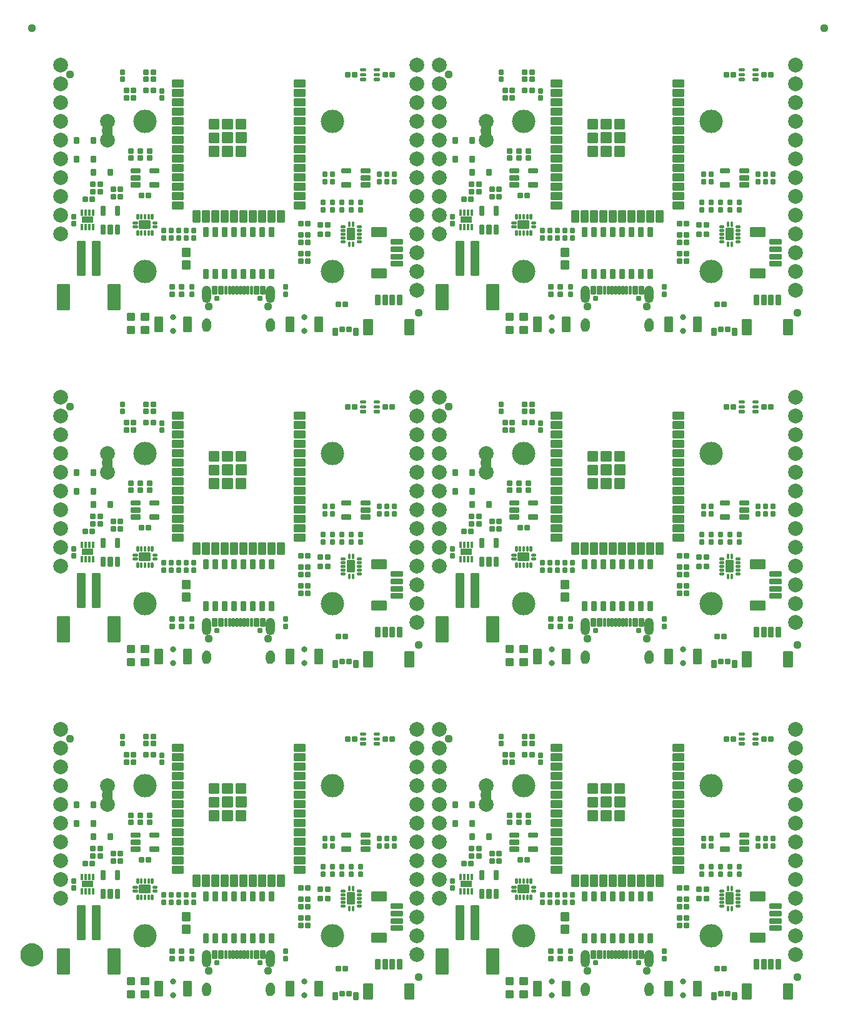
<source format=gts>
G04 EAGLE Gerber RS-274X export*
G75*
%MOMM*%
%FSLAX34Y34*%
%LPD*%
%INSoldermask Top*%
%IPPOS*%
%AMOC8*
5,1,8,0,0,1.08239X$1,22.5*%
G01*
%ADD10C,0.225369*%
%ADD11C,0.428259*%
%ADD12C,0.223409*%
%ADD13C,0.227100*%
%ADD14C,1.127000*%
%ADD15C,3.175000*%
%ADD16C,0.230578*%
%ADD17C,0.777000*%
%ADD18C,0.225400*%
%ADD19C,0.224509*%
%ADD20C,0.827000*%
%ADD21C,0.220859*%
%ADD22C,0.229969*%
%ADD23C,0.326828*%
%ADD24C,0.225938*%
%ADD25C,0.233119*%
%ADD26R,0.440000X0.840000*%
%ADD27R,1.520000X0.940000*%
%ADD28C,0.225588*%
%ADD29C,2.006600*%
%ADD30C,0.228600*%
%ADD31C,1.270000*%
%ADD32C,1.627000*%

G36*
X725164Y945853D02*
X725164Y945853D01*
X725170Y945859D01*
X725175Y945855D01*
X726405Y946220D01*
X726410Y946227D01*
X726415Y946225D01*
X727534Y946855D01*
X727537Y946862D01*
X727543Y946861D01*
X728493Y947724D01*
X728494Y947732D01*
X728500Y947732D01*
X729234Y948785D01*
X729234Y948793D01*
X729239Y948795D01*
X729721Y949985D01*
X729719Y949990D01*
X729723Y949993D01*
X729722Y949994D01*
X729724Y949995D01*
X729929Y951262D01*
X729926Y951267D01*
X729929Y951270D01*
X729929Y963270D01*
X729926Y963274D01*
X729929Y963277D01*
X729774Y964399D01*
X729769Y964404D01*
X729772Y964408D01*
X729401Y965479D01*
X729395Y965483D01*
X729397Y965488D01*
X728824Y966465D01*
X728818Y966468D01*
X728819Y966473D01*
X728066Y967320D01*
X728059Y967322D01*
X728059Y967327D01*
X727156Y968011D01*
X727149Y968011D01*
X727148Y968016D01*
X726129Y968511D01*
X726122Y968509D01*
X726120Y968514D01*
X725023Y968801D01*
X725017Y968798D01*
X725014Y968802D01*
X723883Y968869D01*
X723877Y968869D01*
X722746Y968802D01*
X722741Y968797D01*
X722737Y968801D01*
X721640Y968514D01*
X721636Y968508D01*
X721631Y968511D01*
X720612Y968016D01*
X720609Y968010D01*
X720604Y968011D01*
X719701Y967327D01*
X719699Y967320D01*
X719694Y967320D01*
X718941Y966473D01*
X718941Y966466D01*
X718936Y966465D01*
X718363Y965488D01*
X718364Y965485D01*
X718363Y965484D01*
X718364Y965483D01*
X718364Y965481D01*
X718359Y965479D01*
X717988Y964408D01*
X717990Y964403D01*
X717987Y964401D01*
X717987Y964400D01*
X717986Y964399D01*
X717831Y963277D01*
X717834Y963272D01*
X717831Y963270D01*
X717831Y951270D01*
X717834Y951265D01*
X717831Y951262D01*
X718036Y949995D01*
X718042Y949989D01*
X718039Y949985D01*
X718521Y948795D01*
X718528Y948791D01*
X718526Y948785D01*
X719260Y947732D01*
X719268Y947730D01*
X719267Y947724D01*
X720217Y946861D01*
X720226Y946860D01*
X720226Y946855D01*
X721345Y946225D01*
X721353Y946226D01*
X721355Y946220D01*
X722585Y945855D01*
X722593Y945858D01*
X722596Y945853D01*
X723877Y945771D01*
X723881Y945774D01*
X723883Y945771D01*
X725164Y945853D01*
G37*
G36*
X811564Y945853D02*
X811564Y945853D01*
X811570Y945859D01*
X811575Y945855D01*
X812805Y946220D01*
X812810Y946227D01*
X812815Y946225D01*
X813934Y946855D01*
X813937Y946862D01*
X813943Y946861D01*
X814893Y947724D01*
X814894Y947732D01*
X814900Y947732D01*
X815634Y948785D01*
X815634Y948793D01*
X815639Y948795D01*
X816121Y949985D01*
X816119Y949990D01*
X816123Y949993D01*
X816122Y949994D01*
X816124Y949995D01*
X816329Y951262D01*
X816326Y951267D01*
X816329Y951270D01*
X816329Y963270D01*
X816326Y963274D01*
X816329Y963277D01*
X816174Y964399D01*
X816169Y964404D01*
X816172Y964408D01*
X815801Y965479D01*
X815795Y965483D01*
X815797Y965488D01*
X815224Y966465D01*
X815218Y966468D01*
X815219Y966473D01*
X814466Y967320D01*
X814459Y967322D01*
X814459Y967327D01*
X813556Y968011D01*
X813549Y968011D01*
X813548Y968016D01*
X812529Y968511D01*
X812522Y968509D01*
X812520Y968514D01*
X811423Y968801D01*
X811417Y968798D01*
X811414Y968802D01*
X810283Y968869D01*
X810277Y968869D01*
X809146Y968802D01*
X809141Y968797D01*
X809137Y968801D01*
X808040Y968514D01*
X808036Y968508D01*
X808031Y968511D01*
X807012Y968016D01*
X807009Y968010D01*
X807004Y968011D01*
X806101Y967327D01*
X806099Y967320D01*
X806094Y967320D01*
X805341Y966473D01*
X805341Y966466D01*
X805336Y966465D01*
X804763Y965488D01*
X804764Y965485D01*
X804763Y965484D01*
X804764Y965483D01*
X804764Y965481D01*
X804759Y965479D01*
X804388Y964408D01*
X804390Y964403D01*
X804387Y964401D01*
X804387Y964400D01*
X804386Y964399D01*
X804231Y963277D01*
X804234Y963272D01*
X804231Y963270D01*
X804231Y951270D01*
X804234Y951265D01*
X804231Y951262D01*
X804436Y949995D01*
X804442Y949989D01*
X804439Y949985D01*
X804921Y948795D01*
X804928Y948791D01*
X804926Y948785D01*
X805660Y947732D01*
X805668Y947730D01*
X805667Y947724D01*
X806617Y946861D01*
X806626Y946860D01*
X806626Y946855D01*
X807745Y946225D01*
X807753Y946226D01*
X807755Y946220D01*
X808985Y945855D01*
X808993Y945858D01*
X808996Y945853D01*
X810277Y945771D01*
X810281Y945774D01*
X810283Y945771D01*
X811564Y945853D01*
G37*
G36*
X298484Y945853D02*
X298484Y945853D01*
X298490Y945859D01*
X298495Y945855D01*
X299725Y946220D01*
X299730Y946227D01*
X299735Y946225D01*
X300854Y946855D01*
X300857Y946862D01*
X300863Y946861D01*
X301813Y947724D01*
X301814Y947732D01*
X301820Y947732D01*
X302554Y948785D01*
X302554Y948793D01*
X302559Y948795D01*
X303041Y949985D01*
X303039Y949990D01*
X303043Y949993D01*
X303042Y949994D01*
X303044Y949995D01*
X303249Y951262D01*
X303246Y951267D01*
X303249Y951270D01*
X303249Y963270D01*
X303246Y963274D01*
X303249Y963277D01*
X303094Y964399D01*
X303089Y964404D01*
X303092Y964408D01*
X302721Y965479D01*
X302715Y965483D01*
X302717Y965488D01*
X302144Y966465D01*
X302138Y966468D01*
X302139Y966473D01*
X301386Y967320D01*
X301379Y967322D01*
X301379Y967327D01*
X300476Y968011D01*
X300469Y968011D01*
X300468Y968016D01*
X299449Y968511D01*
X299442Y968509D01*
X299440Y968514D01*
X298343Y968801D01*
X298337Y968798D01*
X298334Y968802D01*
X297203Y968869D01*
X297197Y968869D01*
X296066Y968802D01*
X296061Y968797D01*
X296057Y968801D01*
X294960Y968514D01*
X294956Y968508D01*
X294951Y968511D01*
X293932Y968016D01*
X293929Y968010D01*
X293924Y968011D01*
X293021Y967327D01*
X293019Y967320D01*
X293014Y967320D01*
X292261Y966473D01*
X292261Y966466D01*
X292256Y966465D01*
X291683Y965488D01*
X291684Y965485D01*
X291683Y965484D01*
X291684Y965483D01*
X291684Y965481D01*
X291679Y965479D01*
X291308Y964408D01*
X291310Y964403D01*
X291307Y964401D01*
X291307Y964400D01*
X291306Y964399D01*
X291151Y963277D01*
X291154Y963272D01*
X291151Y963270D01*
X291151Y951270D01*
X291154Y951265D01*
X291151Y951262D01*
X291356Y949995D01*
X291362Y949989D01*
X291359Y949985D01*
X291841Y948795D01*
X291848Y948791D01*
X291846Y948785D01*
X292580Y947732D01*
X292588Y947730D01*
X292587Y947724D01*
X293537Y946861D01*
X293546Y946860D01*
X293546Y946855D01*
X294665Y946225D01*
X294673Y946226D01*
X294675Y946220D01*
X295905Y945855D01*
X295913Y945858D01*
X295916Y945853D01*
X297197Y945771D01*
X297201Y945774D01*
X297203Y945771D01*
X298484Y945853D01*
G37*
G36*
X212084Y945853D02*
X212084Y945853D01*
X212090Y945859D01*
X212095Y945855D01*
X213325Y946220D01*
X213330Y946227D01*
X213335Y946225D01*
X214454Y946855D01*
X214457Y946862D01*
X214463Y946861D01*
X215413Y947724D01*
X215414Y947732D01*
X215420Y947732D01*
X216154Y948785D01*
X216154Y948793D01*
X216159Y948795D01*
X216641Y949985D01*
X216639Y949990D01*
X216643Y949993D01*
X216642Y949994D01*
X216644Y949995D01*
X216849Y951262D01*
X216846Y951267D01*
X216849Y951270D01*
X216849Y963270D01*
X216846Y963274D01*
X216849Y963277D01*
X216694Y964399D01*
X216689Y964404D01*
X216692Y964408D01*
X216321Y965479D01*
X216315Y965483D01*
X216317Y965488D01*
X215744Y966465D01*
X215738Y966468D01*
X215739Y966473D01*
X214986Y967320D01*
X214979Y967322D01*
X214979Y967327D01*
X214076Y968011D01*
X214069Y968011D01*
X214068Y968016D01*
X213049Y968511D01*
X213042Y968509D01*
X213040Y968514D01*
X211943Y968801D01*
X211937Y968798D01*
X211934Y968802D01*
X210803Y968869D01*
X210797Y968869D01*
X209666Y968802D01*
X209661Y968797D01*
X209657Y968801D01*
X208560Y968514D01*
X208556Y968508D01*
X208551Y968511D01*
X207532Y968016D01*
X207529Y968010D01*
X207524Y968011D01*
X206621Y967327D01*
X206619Y967320D01*
X206614Y967320D01*
X205861Y966473D01*
X205861Y966466D01*
X205856Y966465D01*
X205283Y965488D01*
X205284Y965485D01*
X205283Y965484D01*
X205284Y965483D01*
X205284Y965481D01*
X205279Y965479D01*
X204908Y964408D01*
X204910Y964403D01*
X204907Y964401D01*
X204907Y964400D01*
X204906Y964399D01*
X204751Y963277D01*
X204754Y963272D01*
X204751Y963270D01*
X204751Y951270D01*
X204754Y951265D01*
X204751Y951262D01*
X204956Y949995D01*
X204962Y949989D01*
X204959Y949985D01*
X205441Y948795D01*
X205448Y948791D01*
X205446Y948785D01*
X206180Y947732D01*
X206188Y947730D01*
X206187Y947724D01*
X207137Y946861D01*
X207146Y946860D01*
X207146Y946855D01*
X208265Y946225D01*
X208273Y946226D01*
X208275Y946220D01*
X209505Y945855D01*
X209513Y945858D01*
X209516Y945853D01*
X210797Y945771D01*
X210801Y945774D01*
X210803Y945771D01*
X212084Y945853D01*
G37*
G36*
X725164Y496273D02*
X725164Y496273D01*
X725170Y496279D01*
X725175Y496275D01*
X726405Y496640D01*
X726410Y496647D01*
X726415Y496645D01*
X727534Y497275D01*
X727537Y497282D01*
X727543Y497281D01*
X728493Y498144D01*
X728494Y498152D01*
X728500Y498152D01*
X729234Y499205D01*
X729234Y499213D01*
X729239Y499215D01*
X729721Y500405D01*
X729719Y500410D01*
X729723Y500413D01*
X729722Y500414D01*
X729724Y500415D01*
X729929Y501682D01*
X729926Y501687D01*
X729929Y501690D01*
X729929Y513690D01*
X729926Y513694D01*
X729929Y513697D01*
X729774Y514819D01*
X729769Y514824D01*
X729772Y514828D01*
X729401Y515899D01*
X729395Y515903D01*
X729397Y515908D01*
X728824Y516885D01*
X728818Y516888D01*
X728819Y516893D01*
X728066Y517740D01*
X728059Y517742D01*
X728059Y517747D01*
X727156Y518431D01*
X727149Y518431D01*
X727148Y518436D01*
X726129Y518931D01*
X726122Y518929D01*
X726120Y518934D01*
X725023Y519221D01*
X725017Y519218D01*
X725014Y519222D01*
X723883Y519289D01*
X723877Y519289D01*
X722746Y519222D01*
X722741Y519217D01*
X722737Y519221D01*
X721640Y518934D01*
X721636Y518928D01*
X721631Y518931D01*
X720612Y518436D01*
X720609Y518430D01*
X720604Y518431D01*
X719701Y517747D01*
X719699Y517740D01*
X719694Y517740D01*
X718941Y516893D01*
X718941Y516886D01*
X718936Y516885D01*
X718363Y515908D01*
X718364Y515905D01*
X718363Y515904D01*
X718364Y515903D01*
X718364Y515901D01*
X718359Y515899D01*
X717988Y514828D01*
X717990Y514823D01*
X717987Y514821D01*
X717987Y514820D01*
X717986Y514819D01*
X717831Y513697D01*
X717834Y513692D01*
X717831Y513690D01*
X717831Y501690D01*
X717834Y501685D01*
X717831Y501682D01*
X718036Y500415D01*
X718042Y500409D01*
X718039Y500405D01*
X718521Y499215D01*
X718528Y499211D01*
X718526Y499205D01*
X719260Y498152D01*
X719268Y498150D01*
X719267Y498144D01*
X720217Y497281D01*
X720226Y497280D01*
X720226Y497275D01*
X721345Y496645D01*
X721353Y496646D01*
X721355Y496640D01*
X722585Y496275D01*
X722593Y496278D01*
X722596Y496273D01*
X723877Y496191D01*
X723881Y496194D01*
X723883Y496191D01*
X725164Y496273D01*
G37*
G36*
X212084Y496273D02*
X212084Y496273D01*
X212090Y496279D01*
X212095Y496275D01*
X213325Y496640D01*
X213330Y496647D01*
X213335Y496645D01*
X214454Y497275D01*
X214457Y497282D01*
X214463Y497281D01*
X215413Y498144D01*
X215414Y498152D01*
X215420Y498152D01*
X216154Y499205D01*
X216154Y499213D01*
X216159Y499215D01*
X216641Y500405D01*
X216639Y500410D01*
X216643Y500413D01*
X216642Y500414D01*
X216644Y500415D01*
X216849Y501682D01*
X216846Y501687D01*
X216849Y501690D01*
X216849Y513690D01*
X216846Y513694D01*
X216849Y513697D01*
X216694Y514819D01*
X216689Y514824D01*
X216692Y514828D01*
X216321Y515899D01*
X216315Y515903D01*
X216317Y515908D01*
X215744Y516885D01*
X215738Y516888D01*
X215739Y516893D01*
X214986Y517740D01*
X214979Y517742D01*
X214979Y517747D01*
X214076Y518431D01*
X214069Y518431D01*
X214068Y518436D01*
X213049Y518931D01*
X213042Y518929D01*
X213040Y518934D01*
X211943Y519221D01*
X211937Y519218D01*
X211934Y519222D01*
X210803Y519289D01*
X210797Y519289D01*
X209666Y519222D01*
X209661Y519217D01*
X209657Y519221D01*
X208560Y518934D01*
X208556Y518928D01*
X208551Y518931D01*
X207532Y518436D01*
X207529Y518430D01*
X207524Y518431D01*
X206621Y517747D01*
X206619Y517740D01*
X206614Y517740D01*
X205861Y516893D01*
X205861Y516886D01*
X205856Y516885D01*
X205283Y515908D01*
X205284Y515905D01*
X205283Y515904D01*
X205284Y515903D01*
X205284Y515901D01*
X205279Y515899D01*
X204908Y514828D01*
X204910Y514823D01*
X204907Y514821D01*
X204907Y514820D01*
X204906Y514819D01*
X204751Y513697D01*
X204754Y513692D01*
X204751Y513690D01*
X204751Y501690D01*
X204754Y501685D01*
X204751Y501682D01*
X204956Y500415D01*
X204962Y500409D01*
X204959Y500405D01*
X205441Y499215D01*
X205448Y499211D01*
X205446Y499205D01*
X206180Y498152D01*
X206188Y498150D01*
X206187Y498144D01*
X207137Y497281D01*
X207146Y497280D01*
X207146Y497275D01*
X208265Y496645D01*
X208273Y496646D01*
X208275Y496640D01*
X209505Y496275D01*
X209513Y496278D01*
X209516Y496273D01*
X210797Y496191D01*
X210801Y496194D01*
X210803Y496191D01*
X212084Y496273D01*
G37*
G36*
X811564Y496273D02*
X811564Y496273D01*
X811570Y496279D01*
X811575Y496275D01*
X812805Y496640D01*
X812810Y496647D01*
X812815Y496645D01*
X813934Y497275D01*
X813937Y497282D01*
X813943Y497281D01*
X814893Y498144D01*
X814894Y498152D01*
X814900Y498152D01*
X815634Y499205D01*
X815634Y499213D01*
X815639Y499215D01*
X816121Y500405D01*
X816119Y500410D01*
X816123Y500413D01*
X816122Y500414D01*
X816124Y500415D01*
X816329Y501682D01*
X816326Y501687D01*
X816329Y501690D01*
X816329Y513690D01*
X816326Y513694D01*
X816329Y513697D01*
X816174Y514819D01*
X816169Y514824D01*
X816172Y514828D01*
X815801Y515899D01*
X815795Y515903D01*
X815797Y515908D01*
X815224Y516885D01*
X815218Y516888D01*
X815219Y516893D01*
X814466Y517740D01*
X814459Y517742D01*
X814459Y517747D01*
X813556Y518431D01*
X813549Y518431D01*
X813548Y518436D01*
X812529Y518931D01*
X812522Y518929D01*
X812520Y518934D01*
X811423Y519221D01*
X811417Y519218D01*
X811414Y519222D01*
X810283Y519289D01*
X810277Y519289D01*
X809146Y519222D01*
X809141Y519217D01*
X809137Y519221D01*
X808040Y518934D01*
X808036Y518928D01*
X808031Y518931D01*
X807012Y518436D01*
X807009Y518430D01*
X807004Y518431D01*
X806101Y517747D01*
X806099Y517740D01*
X806094Y517740D01*
X805341Y516893D01*
X805341Y516886D01*
X805336Y516885D01*
X804763Y515908D01*
X804764Y515905D01*
X804763Y515904D01*
X804764Y515903D01*
X804764Y515901D01*
X804759Y515899D01*
X804388Y514828D01*
X804390Y514823D01*
X804387Y514821D01*
X804387Y514820D01*
X804386Y514819D01*
X804231Y513697D01*
X804234Y513692D01*
X804231Y513690D01*
X804231Y501690D01*
X804234Y501685D01*
X804231Y501682D01*
X804436Y500415D01*
X804442Y500409D01*
X804439Y500405D01*
X804921Y499215D01*
X804928Y499211D01*
X804926Y499205D01*
X805660Y498152D01*
X805668Y498150D01*
X805667Y498144D01*
X806617Y497281D01*
X806626Y497280D01*
X806626Y497275D01*
X807745Y496645D01*
X807753Y496646D01*
X807755Y496640D01*
X808985Y496275D01*
X808993Y496278D01*
X808996Y496273D01*
X810277Y496191D01*
X810281Y496194D01*
X810283Y496191D01*
X811564Y496273D01*
G37*
G36*
X298484Y496273D02*
X298484Y496273D01*
X298490Y496279D01*
X298495Y496275D01*
X299725Y496640D01*
X299730Y496647D01*
X299735Y496645D01*
X300854Y497275D01*
X300857Y497282D01*
X300863Y497281D01*
X301813Y498144D01*
X301814Y498152D01*
X301820Y498152D01*
X302554Y499205D01*
X302554Y499213D01*
X302559Y499215D01*
X303041Y500405D01*
X303039Y500410D01*
X303043Y500413D01*
X303042Y500414D01*
X303044Y500415D01*
X303249Y501682D01*
X303246Y501687D01*
X303249Y501690D01*
X303249Y513690D01*
X303246Y513694D01*
X303249Y513697D01*
X303094Y514819D01*
X303089Y514824D01*
X303092Y514828D01*
X302721Y515899D01*
X302715Y515903D01*
X302717Y515908D01*
X302144Y516885D01*
X302138Y516888D01*
X302139Y516893D01*
X301386Y517740D01*
X301379Y517742D01*
X301379Y517747D01*
X300476Y518431D01*
X300469Y518431D01*
X300468Y518436D01*
X299449Y518931D01*
X299442Y518929D01*
X299440Y518934D01*
X298343Y519221D01*
X298337Y519218D01*
X298334Y519222D01*
X297203Y519289D01*
X297197Y519289D01*
X296066Y519222D01*
X296061Y519217D01*
X296057Y519221D01*
X294960Y518934D01*
X294956Y518928D01*
X294951Y518931D01*
X293932Y518436D01*
X293929Y518430D01*
X293924Y518431D01*
X293021Y517747D01*
X293019Y517740D01*
X293014Y517740D01*
X292261Y516893D01*
X292261Y516886D01*
X292256Y516885D01*
X291683Y515908D01*
X291684Y515905D01*
X291683Y515904D01*
X291684Y515903D01*
X291684Y515901D01*
X291679Y515899D01*
X291308Y514828D01*
X291310Y514823D01*
X291307Y514821D01*
X291307Y514820D01*
X291306Y514819D01*
X291151Y513697D01*
X291154Y513692D01*
X291151Y513690D01*
X291151Y501690D01*
X291154Y501685D01*
X291151Y501682D01*
X291356Y500415D01*
X291362Y500409D01*
X291359Y500405D01*
X291841Y499215D01*
X291848Y499211D01*
X291846Y499205D01*
X292580Y498152D01*
X292588Y498150D01*
X292587Y498144D01*
X293537Y497281D01*
X293546Y497280D01*
X293546Y497275D01*
X294665Y496645D01*
X294673Y496646D01*
X294675Y496640D01*
X295905Y496275D01*
X295913Y496278D01*
X295916Y496273D01*
X297197Y496191D01*
X297201Y496194D01*
X297203Y496191D01*
X298484Y496273D01*
G37*
G36*
X725164Y46693D02*
X725164Y46693D01*
X725170Y46699D01*
X725175Y46695D01*
X726405Y47060D01*
X726410Y47067D01*
X726415Y47065D01*
X727534Y47695D01*
X727537Y47702D01*
X727543Y47701D01*
X728493Y48564D01*
X728494Y48572D01*
X728500Y48572D01*
X729234Y49625D01*
X729234Y49633D01*
X729239Y49635D01*
X729721Y50825D01*
X729719Y50830D01*
X729723Y50833D01*
X729722Y50834D01*
X729724Y50835D01*
X729929Y52102D01*
X729926Y52107D01*
X729929Y52110D01*
X729929Y64110D01*
X729926Y64114D01*
X729929Y64117D01*
X729774Y65239D01*
X729769Y65244D01*
X729772Y65248D01*
X729401Y66319D01*
X729395Y66323D01*
X729397Y66328D01*
X728824Y67305D01*
X728818Y67308D01*
X728819Y67313D01*
X728066Y68160D01*
X728059Y68162D01*
X728059Y68167D01*
X727156Y68851D01*
X727149Y68851D01*
X727148Y68856D01*
X726129Y69351D01*
X726122Y69349D01*
X726120Y69354D01*
X725023Y69641D01*
X725017Y69638D01*
X725014Y69642D01*
X723883Y69709D01*
X723877Y69709D01*
X722746Y69642D01*
X722741Y69637D01*
X722737Y69641D01*
X721640Y69354D01*
X721636Y69348D01*
X721631Y69351D01*
X720612Y68856D01*
X720609Y68850D01*
X720604Y68851D01*
X719701Y68167D01*
X719699Y68160D01*
X719694Y68160D01*
X718941Y67313D01*
X718941Y67306D01*
X718936Y67305D01*
X718363Y66328D01*
X718364Y66325D01*
X718363Y66324D01*
X718364Y66323D01*
X718364Y66321D01*
X718359Y66319D01*
X717988Y65248D01*
X717990Y65243D01*
X717987Y65241D01*
X717987Y65240D01*
X717986Y65239D01*
X717831Y64117D01*
X717834Y64112D01*
X717831Y64110D01*
X717831Y52110D01*
X717834Y52105D01*
X717831Y52102D01*
X718036Y50835D01*
X718042Y50829D01*
X718039Y50825D01*
X718521Y49635D01*
X718528Y49631D01*
X718526Y49625D01*
X719260Y48572D01*
X719268Y48570D01*
X719267Y48564D01*
X720217Y47701D01*
X720226Y47700D01*
X720226Y47695D01*
X721345Y47065D01*
X721353Y47066D01*
X721355Y47060D01*
X722585Y46695D01*
X722593Y46698D01*
X722596Y46693D01*
X723877Y46611D01*
X723881Y46614D01*
X723883Y46611D01*
X725164Y46693D01*
G37*
G36*
X298484Y46693D02*
X298484Y46693D01*
X298490Y46699D01*
X298495Y46695D01*
X299725Y47060D01*
X299730Y47067D01*
X299735Y47065D01*
X300854Y47695D01*
X300857Y47702D01*
X300863Y47701D01*
X301813Y48564D01*
X301814Y48572D01*
X301820Y48572D01*
X302554Y49625D01*
X302554Y49633D01*
X302559Y49635D01*
X303041Y50825D01*
X303039Y50830D01*
X303043Y50833D01*
X303042Y50834D01*
X303044Y50835D01*
X303249Y52102D01*
X303246Y52107D01*
X303249Y52110D01*
X303249Y64110D01*
X303246Y64114D01*
X303249Y64117D01*
X303094Y65239D01*
X303089Y65244D01*
X303092Y65248D01*
X302721Y66319D01*
X302715Y66323D01*
X302717Y66328D01*
X302144Y67305D01*
X302138Y67308D01*
X302139Y67313D01*
X301386Y68160D01*
X301379Y68162D01*
X301379Y68167D01*
X300476Y68851D01*
X300469Y68851D01*
X300468Y68856D01*
X299449Y69351D01*
X299442Y69349D01*
X299440Y69354D01*
X298343Y69641D01*
X298337Y69638D01*
X298334Y69642D01*
X297203Y69709D01*
X297197Y69709D01*
X296066Y69642D01*
X296061Y69637D01*
X296057Y69641D01*
X294960Y69354D01*
X294956Y69348D01*
X294951Y69351D01*
X293932Y68856D01*
X293929Y68850D01*
X293924Y68851D01*
X293021Y68167D01*
X293019Y68160D01*
X293014Y68160D01*
X292261Y67313D01*
X292261Y67306D01*
X292256Y67305D01*
X291683Y66328D01*
X291684Y66325D01*
X291683Y66324D01*
X291684Y66323D01*
X291684Y66321D01*
X291679Y66319D01*
X291308Y65248D01*
X291310Y65243D01*
X291307Y65241D01*
X291307Y65240D01*
X291306Y65239D01*
X291151Y64117D01*
X291154Y64112D01*
X291151Y64110D01*
X291151Y52110D01*
X291154Y52105D01*
X291151Y52102D01*
X291356Y50835D01*
X291362Y50829D01*
X291359Y50825D01*
X291841Y49635D01*
X291848Y49631D01*
X291846Y49625D01*
X292580Y48572D01*
X292588Y48570D01*
X292587Y48564D01*
X293537Y47701D01*
X293546Y47700D01*
X293546Y47695D01*
X294665Y47065D01*
X294673Y47066D01*
X294675Y47060D01*
X295905Y46695D01*
X295913Y46698D01*
X295916Y46693D01*
X297197Y46611D01*
X297201Y46614D01*
X297203Y46611D01*
X298484Y46693D01*
G37*
G36*
X212084Y46693D02*
X212084Y46693D01*
X212090Y46699D01*
X212095Y46695D01*
X213325Y47060D01*
X213330Y47067D01*
X213335Y47065D01*
X214454Y47695D01*
X214457Y47702D01*
X214463Y47701D01*
X215413Y48564D01*
X215414Y48572D01*
X215420Y48572D01*
X216154Y49625D01*
X216154Y49633D01*
X216159Y49635D01*
X216641Y50825D01*
X216639Y50830D01*
X216643Y50833D01*
X216642Y50834D01*
X216644Y50835D01*
X216849Y52102D01*
X216846Y52107D01*
X216849Y52110D01*
X216849Y64110D01*
X216846Y64114D01*
X216849Y64117D01*
X216694Y65239D01*
X216689Y65244D01*
X216692Y65248D01*
X216321Y66319D01*
X216315Y66323D01*
X216317Y66328D01*
X215744Y67305D01*
X215738Y67308D01*
X215739Y67313D01*
X214986Y68160D01*
X214979Y68162D01*
X214979Y68167D01*
X214076Y68851D01*
X214069Y68851D01*
X214068Y68856D01*
X213049Y69351D01*
X213042Y69349D01*
X213040Y69354D01*
X211943Y69641D01*
X211937Y69638D01*
X211934Y69642D01*
X210803Y69709D01*
X210797Y69709D01*
X209666Y69642D01*
X209661Y69637D01*
X209657Y69641D01*
X208560Y69354D01*
X208556Y69348D01*
X208551Y69351D01*
X207532Y68856D01*
X207529Y68850D01*
X207524Y68851D01*
X206621Y68167D01*
X206619Y68160D01*
X206614Y68160D01*
X205861Y67313D01*
X205861Y67306D01*
X205856Y67305D01*
X205283Y66328D01*
X205284Y66325D01*
X205283Y66324D01*
X205284Y66323D01*
X205284Y66321D01*
X205279Y66319D01*
X204908Y65248D01*
X204910Y65243D01*
X204907Y65241D01*
X204907Y65240D01*
X204906Y65239D01*
X204751Y64117D01*
X204754Y64112D01*
X204751Y64110D01*
X204751Y52110D01*
X204754Y52105D01*
X204751Y52102D01*
X204956Y50835D01*
X204962Y50829D01*
X204959Y50825D01*
X205441Y49635D01*
X205448Y49631D01*
X205446Y49625D01*
X206180Y48572D01*
X206188Y48570D01*
X206187Y48564D01*
X207137Y47701D01*
X207146Y47700D01*
X207146Y47695D01*
X208265Y47065D01*
X208273Y47066D01*
X208275Y47060D01*
X209505Y46695D01*
X209513Y46698D01*
X209516Y46693D01*
X210797Y46611D01*
X210801Y46614D01*
X210803Y46611D01*
X212084Y46693D01*
G37*
G36*
X811564Y46693D02*
X811564Y46693D01*
X811570Y46699D01*
X811575Y46695D01*
X812805Y47060D01*
X812810Y47067D01*
X812815Y47065D01*
X813934Y47695D01*
X813937Y47702D01*
X813943Y47701D01*
X814893Y48564D01*
X814894Y48572D01*
X814900Y48572D01*
X815634Y49625D01*
X815634Y49633D01*
X815639Y49635D01*
X816121Y50825D01*
X816119Y50830D01*
X816123Y50833D01*
X816122Y50834D01*
X816124Y50835D01*
X816329Y52102D01*
X816326Y52107D01*
X816329Y52110D01*
X816329Y64110D01*
X816326Y64114D01*
X816329Y64117D01*
X816174Y65239D01*
X816169Y65244D01*
X816172Y65248D01*
X815801Y66319D01*
X815795Y66323D01*
X815797Y66328D01*
X815224Y67305D01*
X815218Y67308D01*
X815219Y67313D01*
X814466Y68160D01*
X814459Y68162D01*
X814459Y68167D01*
X813556Y68851D01*
X813549Y68851D01*
X813548Y68856D01*
X812529Y69351D01*
X812522Y69349D01*
X812520Y69354D01*
X811423Y69641D01*
X811417Y69638D01*
X811414Y69642D01*
X810283Y69709D01*
X810277Y69709D01*
X809146Y69642D01*
X809141Y69637D01*
X809137Y69641D01*
X808040Y69354D01*
X808036Y69348D01*
X808031Y69351D01*
X807012Y68856D01*
X807009Y68850D01*
X807004Y68851D01*
X806101Y68167D01*
X806099Y68160D01*
X806094Y68160D01*
X805341Y67313D01*
X805341Y67306D01*
X805336Y67305D01*
X804763Y66328D01*
X804764Y66325D01*
X804763Y66324D01*
X804764Y66323D01*
X804764Y66321D01*
X804759Y66319D01*
X804388Y65248D01*
X804390Y65243D01*
X804387Y65241D01*
X804387Y65240D01*
X804386Y65239D01*
X804231Y64117D01*
X804234Y64112D01*
X804231Y64110D01*
X804231Y52110D01*
X804234Y52105D01*
X804231Y52102D01*
X804436Y50835D01*
X804442Y50829D01*
X804439Y50825D01*
X804921Y49635D01*
X804928Y49631D01*
X804926Y49625D01*
X805660Y48572D01*
X805668Y48570D01*
X805667Y48564D01*
X806617Y47701D01*
X806626Y47700D01*
X806626Y47695D01*
X807745Y47065D01*
X807753Y47066D01*
X807755Y47060D01*
X808985Y46695D01*
X808993Y46698D01*
X808996Y46693D01*
X810277Y46611D01*
X810281Y46614D01*
X810283Y46611D01*
X811564Y46693D01*
G37*
G36*
X298371Y906581D02*
X298371Y906581D01*
X298376Y906586D01*
X298380Y906583D01*
X299503Y906918D01*
X299507Y906924D01*
X299511Y906922D01*
X300547Y907470D01*
X300550Y907476D01*
X300555Y907475D01*
X301463Y908214D01*
X301465Y908221D01*
X301470Y908221D01*
X302217Y909123D01*
X302217Y909131D01*
X302223Y909131D01*
X302779Y910162D01*
X302778Y910169D01*
X302783Y910171D01*
X303127Y911290D01*
X303125Y911297D01*
X303129Y911300D01*
X303249Y912465D01*
X303247Y912468D01*
X303249Y912470D01*
X303249Y918470D01*
X303247Y918473D01*
X303249Y918475D01*
X303138Y919651D01*
X303133Y919656D01*
X303136Y919660D01*
X302798Y920792D01*
X302792Y920796D01*
X302794Y920801D01*
X302242Y921845D01*
X302235Y921848D01*
X302237Y921853D01*
X301491Y922769D01*
X301484Y922770D01*
X301484Y922776D01*
X300575Y923529D01*
X300567Y923529D01*
X300567Y923534D01*
X299527Y924095D01*
X299520Y924094D01*
X299518Y924099D01*
X298389Y924446D01*
X298383Y924444D01*
X298380Y924448D01*
X297205Y924569D01*
X297198Y924565D01*
X297194Y924569D01*
X295854Y924412D01*
X295848Y924407D01*
X295843Y924410D01*
X294572Y923959D01*
X294567Y923952D01*
X294562Y923954D01*
X293423Y923232D01*
X293420Y923224D01*
X293414Y923225D01*
X292464Y922267D01*
X292463Y922259D01*
X292457Y922258D01*
X291744Y921113D01*
X291745Y921105D01*
X291739Y921103D01*
X291299Y919827D01*
X291301Y919820D01*
X291297Y919817D01*
X291151Y918475D01*
X291153Y918472D01*
X291151Y918470D01*
X291151Y912470D01*
X291153Y912467D01*
X291151Y912464D01*
X291306Y911135D01*
X291312Y911129D01*
X291309Y911125D01*
X291756Y909864D01*
X291763Y909859D01*
X291761Y909854D01*
X292478Y908724D01*
X292485Y908721D01*
X292484Y908715D01*
X293435Y907773D01*
X293443Y907772D01*
X293443Y907766D01*
X294579Y907059D01*
X294587Y907060D01*
X294589Y907054D01*
X295854Y906618D01*
X295859Y906619D01*
X295860Y906619D01*
X295863Y906619D01*
X295865Y906615D01*
X297195Y906471D01*
X297201Y906475D01*
X297205Y906471D01*
X298371Y906581D01*
G37*
G36*
X725051Y906581D02*
X725051Y906581D01*
X725056Y906586D01*
X725060Y906583D01*
X726183Y906918D01*
X726187Y906924D01*
X726191Y906922D01*
X727227Y907470D01*
X727230Y907476D01*
X727235Y907475D01*
X728143Y908214D01*
X728145Y908221D01*
X728150Y908221D01*
X728897Y909123D01*
X728897Y909131D01*
X728903Y909131D01*
X729459Y910162D01*
X729458Y910169D01*
X729463Y910171D01*
X729807Y911290D01*
X729805Y911297D01*
X729809Y911300D01*
X729929Y912465D01*
X729927Y912468D01*
X729929Y912470D01*
X729929Y918470D01*
X729927Y918473D01*
X729929Y918475D01*
X729818Y919651D01*
X729813Y919656D01*
X729816Y919660D01*
X729478Y920792D01*
X729472Y920796D01*
X729474Y920801D01*
X728922Y921845D01*
X728915Y921848D01*
X728917Y921853D01*
X728171Y922769D01*
X728164Y922770D01*
X728164Y922776D01*
X727255Y923529D01*
X727247Y923529D01*
X727247Y923534D01*
X726207Y924095D01*
X726200Y924094D01*
X726198Y924099D01*
X725069Y924446D01*
X725063Y924444D01*
X725060Y924448D01*
X723885Y924569D01*
X723878Y924565D01*
X723874Y924569D01*
X722534Y924412D01*
X722528Y924407D01*
X722523Y924410D01*
X721252Y923959D01*
X721247Y923952D01*
X721242Y923954D01*
X720103Y923232D01*
X720100Y923224D01*
X720094Y923225D01*
X719144Y922267D01*
X719143Y922259D01*
X719137Y922258D01*
X718424Y921113D01*
X718425Y921105D01*
X718419Y921103D01*
X717979Y919827D01*
X717981Y919820D01*
X717977Y919817D01*
X717831Y918475D01*
X717833Y918472D01*
X717831Y918470D01*
X717831Y912470D01*
X717833Y912467D01*
X717831Y912464D01*
X717986Y911135D01*
X717992Y911129D01*
X717989Y911125D01*
X718436Y909864D01*
X718443Y909859D01*
X718441Y909854D01*
X719158Y908724D01*
X719165Y908721D01*
X719164Y908715D01*
X720115Y907773D01*
X720123Y907772D01*
X720123Y907766D01*
X721259Y907059D01*
X721267Y907060D01*
X721269Y907054D01*
X722534Y906618D01*
X722539Y906619D01*
X722540Y906619D01*
X722543Y906619D01*
X722545Y906615D01*
X723875Y906471D01*
X723881Y906475D01*
X723885Y906471D01*
X725051Y906581D01*
G37*
G36*
X211971Y906581D02*
X211971Y906581D01*
X211976Y906586D01*
X211980Y906583D01*
X213103Y906918D01*
X213107Y906924D01*
X213111Y906922D01*
X214147Y907470D01*
X214150Y907476D01*
X214155Y907475D01*
X215063Y908214D01*
X215065Y908221D01*
X215070Y908221D01*
X215817Y909123D01*
X215817Y909131D01*
X215823Y909131D01*
X216379Y910162D01*
X216378Y910169D01*
X216383Y910171D01*
X216727Y911290D01*
X216725Y911297D01*
X216729Y911300D01*
X216849Y912465D01*
X216847Y912468D01*
X216849Y912470D01*
X216849Y918470D01*
X216847Y918473D01*
X216849Y918475D01*
X216738Y919651D01*
X216733Y919656D01*
X216736Y919660D01*
X216398Y920792D01*
X216392Y920796D01*
X216394Y920801D01*
X215842Y921845D01*
X215835Y921848D01*
X215837Y921853D01*
X215091Y922769D01*
X215084Y922770D01*
X215084Y922776D01*
X214175Y923529D01*
X214167Y923529D01*
X214167Y923534D01*
X213127Y924095D01*
X213120Y924094D01*
X213118Y924099D01*
X211989Y924446D01*
X211983Y924444D01*
X211980Y924448D01*
X210805Y924569D01*
X210798Y924565D01*
X210794Y924569D01*
X209454Y924412D01*
X209448Y924407D01*
X209443Y924410D01*
X208172Y923959D01*
X208167Y923952D01*
X208162Y923954D01*
X207023Y923232D01*
X207020Y923224D01*
X207014Y923225D01*
X206064Y922267D01*
X206063Y922259D01*
X206057Y922258D01*
X205344Y921113D01*
X205345Y921105D01*
X205339Y921103D01*
X204899Y919827D01*
X204901Y919820D01*
X204897Y919817D01*
X204751Y918475D01*
X204753Y918472D01*
X204751Y918470D01*
X204751Y912470D01*
X204753Y912467D01*
X204751Y912464D01*
X204906Y911135D01*
X204912Y911129D01*
X204909Y911125D01*
X205356Y909864D01*
X205363Y909859D01*
X205361Y909854D01*
X206078Y908724D01*
X206085Y908721D01*
X206084Y908715D01*
X207035Y907773D01*
X207043Y907772D01*
X207043Y907766D01*
X208179Y907059D01*
X208187Y907060D01*
X208189Y907054D01*
X209454Y906618D01*
X209459Y906619D01*
X209460Y906619D01*
X209463Y906619D01*
X209465Y906615D01*
X210795Y906471D01*
X210801Y906475D01*
X210805Y906471D01*
X211971Y906581D01*
G37*
G36*
X811451Y906581D02*
X811451Y906581D01*
X811456Y906586D01*
X811460Y906583D01*
X812583Y906918D01*
X812587Y906924D01*
X812591Y906922D01*
X813627Y907470D01*
X813630Y907476D01*
X813635Y907475D01*
X814543Y908214D01*
X814545Y908221D01*
X814550Y908221D01*
X815297Y909123D01*
X815297Y909131D01*
X815303Y909131D01*
X815859Y910162D01*
X815858Y910169D01*
X815863Y910171D01*
X816207Y911290D01*
X816205Y911297D01*
X816209Y911300D01*
X816329Y912465D01*
X816327Y912468D01*
X816329Y912470D01*
X816329Y918470D01*
X816327Y918473D01*
X816329Y918475D01*
X816218Y919651D01*
X816213Y919656D01*
X816216Y919660D01*
X815878Y920792D01*
X815872Y920796D01*
X815874Y920801D01*
X815322Y921845D01*
X815315Y921848D01*
X815317Y921853D01*
X814571Y922769D01*
X814564Y922770D01*
X814564Y922776D01*
X813655Y923529D01*
X813647Y923529D01*
X813647Y923534D01*
X812607Y924095D01*
X812600Y924094D01*
X812598Y924099D01*
X811469Y924446D01*
X811463Y924444D01*
X811460Y924448D01*
X810285Y924569D01*
X810278Y924565D01*
X810274Y924569D01*
X808934Y924412D01*
X808928Y924407D01*
X808923Y924410D01*
X807652Y923959D01*
X807647Y923952D01*
X807642Y923954D01*
X806503Y923232D01*
X806500Y923224D01*
X806494Y923225D01*
X805544Y922267D01*
X805543Y922259D01*
X805537Y922258D01*
X804824Y921113D01*
X804825Y921105D01*
X804819Y921103D01*
X804379Y919827D01*
X804381Y919820D01*
X804377Y919817D01*
X804231Y918475D01*
X804233Y918472D01*
X804231Y918470D01*
X804231Y912470D01*
X804233Y912467D01*
X804231Y912464D01*
X804386Y911135D01*
X804392Y911129D01*
X804389Y911125D01*
X804836Y909864D01*
X804843Y909859D01*
X804841Y909854D01*
X805558Y908724D01*
X805565Y908721D01*
X805564Y908715D01*
X806515Y907773D01*
X806523Y907772D01*
X806523Y907766D01*
X807659Y907059D01*
X807667Y907060D01*
X807669Y907054D01*
X808934Y906618D01*
X808939Y906619D01*
X808940Y906619D01*
X808943Y906619D01*
X808945Y906615D01*
X810275Y906471D01*
X810281Y906475D01*
X810285Y906471D01*
X811451Y906581D01*
G37*
G36*
X811451Y457001D02*
X811451Y457001D01*
X811456Y457006D01*
X811460Y457003D01*
X812583Y457338D01*
X812587Y457344D01*
X812591Y457342D01*
X813627Y457890D01*
X813630Y457896D01*
X813635Y457895D01*
X814543Y458634D01*
X814545Y458641D01*
X814550Y458641D01*
X815297Y459543D01*
X815297Y459551D01*
X815303Y459551D01*
X815859Y460582D01*
X815858Y460589D01*
X815863Y460591D01*
X816207Y461710D01*
X816205Y461717D01*
X816209Y461720D01*
X816329Y462885D01*
X816327Y462888D01*
X816329Y462890D01*
X816329Y468890D01*
X816327Y468893D01*
X816329Y468895D01*
X816218Y470071D01*
X816213Y470076D01*
X816216Y470080D01*
X815878Y471212D01*
X815872Y471216D01*
X815874Y471221D01*
X815322Y472265D01*
X815315Y472268D01*
X815317Y472273D01*
X814571Y473189D01*
X814564Y473190D01*
X814564Y473196D01*
X813655Y473949D01*
X813647Y473949D01*
X813647Y473954D01*
X812607Y474515D01*
X812600Y474514D01*
X812598Y474519D01*
X811469Y474866D01*
X811463Y474864D01*
X811460Y474868D01*
X810285Y474989D01*
X810278Y474985D01*
X810274Y474989D01*
X808934Y474832D01*
X808928Y474827D01*
X808923Y474830D01*
X807652Y474379D01*
X807647Y474372D01*
X807642Y474374D01*
X806503Y473652D01*
X806500Y473644D01*
X806494Y473645D01*
X805544Y472687D01*
X805543Y472679D01*
X805537Y472678D01*
X804824Y471533D01*
X804825Y471525D01*
X804819Y471523D01*
X804379Y470247D01*
X804381Y470240D01*
X804377Y470237D01*
X804231Y468895D01*
X804233Y468892D01*
X804231Y468890D01*
X804231Y462890D01*
X804233Y462887D01*
X804231Y462884D01*
X804386Y461555D01*
X804392Y461549D01*
X804389Y461545D01*
X804836Y460284D01*
X804843Y460279D01*
X804841Y460274D01*
X805558Y459144D01*
X805565Y459141D01*
X805564Y459135D01*
X806515Y458193D01*
X806523Y458192D01*
X806523Y458186D01*
X807659Y457479D01*
X807667Y457480D01*
X807669Y457474D01*
X808934Y457038D01*
X808939Y457039D01*
X808940Y457039D01*
X808943Y457039D01*
X808945Y457035D01*
X810275Y456891D01*
X810281Y456895D01*
X810285Y456891D01*
X811451Y457001D01*
G37*
G36*
X298371Y457001D02*
X298371Y457001D01*
X298376Y457006D01*
X298380Y457003D01*
X299503Y457338D01*
X299507Y457344D01*
X299511Y457342D01*
X300547Y457890D01*
X300550Y457896D01*
X300555Y457895D01*
X301463Y458634D01*
X301465Y458641D01*
X301470Y458641D01*
X302217Y459543D01*
X302217Y459551D01*
X302223Y459551D01*
X302779Y460582D01*
X302778Y460589D01*
X302783Y460591D01*
X303127Y461710D01*
X303125Y461717D01*
X303129Y461720D01*
X303249Y462885D01*
X303247Y462888D01*
X303249Y462890D01*
X303249Y468890D01*
X303247Y468893D01*
X303249Y468895D01*
X303138Y470071D01*
X303133Y470076D01*
X303136Y470080D01*
X302798Y471212D01*
X302792Y471216D01*
X302794Y471221D01*
X302242Y472265D01*
X302235Y472268D01*
X302237Y472273D01*
X301491Y473189D01*
X301484Y473190D01*
X301484Y473196D01*
X300575Y473949D01*
X300567Y473949D01*
X300567Y473954D01*
X299527Y474515D01*
X299520Y474514D01*
X299518Y474519D01*
X298389Y474866D01*
X298383Y474864D01*
X298380Y474868D01*
X297205Y474989D01*
X297198Y474985D01*
X297194Y474989D01*
X295854Y474832D01*
X295848Y474827D01*
X295843Y474830D01*
X294572Y474379D01*
X294567Y474372D01*
X294562Y474374D01*
X293423Y473652D01*
X293420Y473644D01*
X293414Y473645D01*
X292464Y472687D01*
X292463Y472679D01*
X292457Y472678D01*
X291744Y471533D01*
X291745Y471525D01*
X291739Y471523D01*
X291299Y470247D01*
X291301Y470240D01*
X291297Y470237D01*
X291151Y468895D01*
X291153Y468892D01*
X291151Y468890D01*
X291151Y462890D01*
X291153Y462887D01*
X291151Y462884D01*
X291306Y461555D01*
X291312Y461549D01*
X291309Y461545D01*
X291756Y460284D01*
X291763Y460279D01*
X291761Y460274D01*
X292478Y459144D01*
X292485Y459141D01*
X292484Y459135D01*
X293435Y458193D01*
X293443Y458192D01*
X293443Y458186D01*
X294579Y457479D01*
X294587Y457480D01*
X294589Y457474D01*
X295854Y457038D01*
X295859Y457039D01*
X295860Y457039D01*
X295863Y457039D01*
X295865Y457035D01*
X297195Y456891D01*
X297201Y456895D01*
X297205Y456891D01*
X298371Y457001D01*
G37*
G36*
X211971Y457001D02*
X211971Y457001D01*
X211976Y457006D01*
X211980Y457003D01*
X213103Y457338D01*
X213107Y457344D01*
X213111Y457342D01*
X214147Y457890D01*
X214150Y457896D01*
X214155Y457895D01*
X215063Y458634D01*
X215065Y458641D01*
X215070Y458641D01*
X215817Y459543D01*
X215817Y459551D01*
X215823Y459551D01*
X216379Y460582D01*
X216378Y460589D01*
X216383Y460591D01*
X216727Y461710D01*
X216725Y461717D01*
X216729Y461720D01*
X216849Y462885D01*
X216847Y462888D01*
X216849Y462890D01*
X216849Y468890D01*
X216847Y468893D01*
X216849Y468895D01*
X216738Y470071D01*
X216733Y470076D01*
X216736Y470080D01*
X216398Y471212D01*
X216392Y471216D01*
X216394Y471221D01*
X215842Y472265D01*
X215835Y472268D01*
X215837Y472273D01*
X215091Y473189D01*
X215084Y473190D01*
X215084Y473196D01*
X214175Y473949D01*
X214167Y473949D01*
X214167Y473954D01*
X213127Y474515D01*
X213120Y474514D01*
X213118Y474519D01*
X211989Y474866D01*
X211983Y474864D01*
X211980Y474868D01*
X210805Y474989D01*
X210798Y474985D01*
X210794Y474989D01*
X209454Y474832D01*
X209448Y474827D01*
X209443Y474830D01*
X208172Y474379D01*
X208167Y474372D01*
X208162Y474374D01*
X207023Y473652D01*
X207020Y473644D01*
X207014Y473645D01*
X206064Y472687D01*
X206063Y472679D01*
X206057Y472678D01*
X205344Y471533D01*
X205345Y471525D01*
X205339Y471523D01*
X204899Y470247D01*
X204901Y470240D01*
X204897Y470237D01*
X204751Y468895D01*
X204753Y468892D01*
X204751Y468890D01*
X204751Y462890D01*
X204753Y462887D01*
X204751Y462884D01*
X204906Y461555D01*
X204912Y461549D01*
X204909Y461545D01*
X205356Y460284D01*
X205363Y460279D01*
X205361Y460274D01*
X206078Y459144D01*
X206085Y459141D01*
X206084Y459135D01*
X207035Y458193D01*
X207043Y458192D01*
X207043Y458186D01*
X208179Y457479D01*
X208187Y457480D01*
X208189Y457474D01*
X209454Y457038D01*
X209459Y457039D01*
X209460Y457039D01*
X209463Y457039D01*
X209465Y457035D01*
X210795Y456891D01*
X210801Y456895D01*
X210805Y456891D01*
X211971Y457001D01*
G37*
G36*
X725051Y457001D02*
X725051Y457001D01*
X725056Y457006D01*
X725060Y457003D01*
X726183Y457338D01*
X726187Y457344D01*
X726191Y457342D01*
X727227Y457890D01*
X727230Y457896D01*
X727235Y457895D01*
X728143Y458634D01*
X728145Y458641D01*
X728150Y458641D01*
X728897Y459543D01*
X728897Y459551D01*
X728903Y459551D01*
X729459Y460582D01*
X729458Y460589D01*
X729463Y460591D01*
X729807Y461710D01*
X729805Y461717D01*
X729809Y461720D01*
X729929Y462885D01*
X729927Y462888D01*
X729929Y462890D01*
X729929Y468890D01*
X729927Y468893D01*
X729929Y468895D01*
X729818Y470071D01*
X729813Y470076D01*
X729816Y470080D01*
X729478Y471212D01*
X729472Y471216D01*
X729474Y471221D01*
X728922Y472265D01*
X728915Y472268D01*
X728917Y472273D01*
X728171Y473189D01*
X728164Y473190D01*
X728164Y473196D01*
X727255Y473949D01*
X727247Y473949D01*
X727247Y473954D01*
X726207Y474515D01*
X726200Y474514D01*
X726198Y474519D01*
X725069Y474866D01*
X725063Y474864D01*
X725060Y474868D01*
X723885Y474989D01*
X723878Y474985D01*
X723874Y474989D01*
X722534Y474832D01*
X722528Y474827D01*
X722523Y474830D01*
X721252Y474379D01*
X721247Y474372D01*
X721242Y474374D01*
X720103Y473652D01*
X720100Y473644D01*
X720094Y473645D01*
X719144Y472687D01*
X719143Y472679D01*
X719137Y472678D01*
X718424Y471533D01*
X718425Y471525D01*
X718419Y471523D01*
X717979Y470247D01*
X717981Y470240D01*
X717977Y470237D01*
X717831Y468895D01*
X717833Y468892D01*
X717831Y468890D01*
X717831Y462890D01*
X717833Y462887D01*
X717831Y462884D01*
X717986Y461555D01*
X717992Y461549D01*
X717989Y461545D01*
X718436Y460284D01*
X718443Y460279D01*
X718441Y460274D01*
X719158Y459144D01*
X719165Y459141D01*
X719164Y459135D01*
X720115Y458193D01*
X720123Y458192D01*
X720123Y458186D01*
X721259Y457479D01*
X721267Y457480D01*
X721269Y457474D01*
X722534Y457038D01*
X722539Y457039D01*
X722540Y457039D01*
X722543Y457039D01*
X722545Y457035D01*
X723875Y456891D01*
X723881Y456895D01*
X723885Y456891D01*
X725051Y457001D01*
G37*
G36*
X211971Y7421D02*
X211971Y7421D01*
X211976Y7426D01*
X211980Y7423D01*
X213103Y7758D01*
X213107Y7764D01*
X213111Y7762D01*
X214147Y8310D01*
X214150Y8316D01*
X214155Y8315D01*
X215063Y9054D01*
X215065Y9061D01*
X215070Y9061D01*
X215817Y9963D01*
X215817Y9971D01*
X215823Y9971D01*
X216379Y11002D01*
X216378Y11009D01*
X216383Y11011D01*
X216727Y12130D01*
X216725Y12137D01*
X216729Y12140D01*
X216849Y13305D01*
X216847Y13308D01*
X216849Y13310D01*
X216849Y19310D01*
X216847Y19313D01*
X216849Y19315D01*
X216738Y20491D01*
X216733Y20496D01*
X216736Y20500D01*
X216398Y21632D01*
X216392Y21636D01*
X216394Y21641D01*
X215842Y22685D01*
X215835Y22688D01*
X215837Y22693D01*
X215091Y23609D01*
X215084Y23610D01*
X215084Y23616D01*
X214175Y24369D01*
X214167Y24369D01*
X214167Y24374D01*
X213127Y24935D01*
X213120Y24934D01*
X213118Y24939D01*
X211989Y25286D01*
X211983Y25284D01*
X211980Y25288D01*
X210805Y25409D01*
X210798Y25405D01*
X210794Y25409D01*
X209454Y25252D01*
X209448Y25247D01*
X209443Y25250D01*
X208172Y24799D01*
X208167Y24792D01*
X208162Y24794D01*
X207023Y24072D01*
X207020Y24064D01*
X207014Y24065D01*
X206064Y23107D01*
X206063Y23099D01*
X206057Y23098D01*
X205344Y21953D01*
X205345Y21945D01*
X205339Y21943D01*
X204899Y20667D01*
X204901Y20660D01*
X204897Y20657D01*
X204751Y19315D01*
X204753Y19312D01*
X204751Y19310D01*
X204751Y13310D01*
X204753Y13307D01*
X204751Y13304D01*
X204906Y11975D01*
X204912Y11969D01*
X204909Y11965D01*
X205356Y10704D01*
X205363Y10699D01*
X205361Y10694D01*
X206078Y9564D01*
X206085Y9561D01*
X206084Y9555D01*
X207035Y8613D01*
X207043Y8612D01*
X207043Y8606D01*
X208179Y7899D01*
X208187Y7900D01*
X208189Y7894D01*
X209454Y7458D01*
X209459Y7459D01*
X209460Y7459D01*
X209463Y7459D01*
X209465Y7455D01*
X210795Y7311D01*
X210801Y7315D01*
X210805Y7311D01*
X211971Y7421D01*
G37*
G36*
X298371Y7421D02*
X298371Y7421D01*
X298376Y7426D01*
X298380Y7423D01*
X299503Y7758D01*
X299507Y7764D01*
X299511Y7762D01*
X300547Y8310D01*
X300550Y8316D01*
X300555Y8315D01*
X301463Y9054D01*
X301465Y9061D01*
X301470Y9061D01*
X302217Y9963D01*
X302217Y9971D01*
X302223Y9971D01*
X302779Y11002D01*
X302778Y11009D01*
X302783Y11011D01*
X303127Y12130D01*
X303125Y12137D01*
X303129Y12140D01*
X303249Y13305D01*
X303247Y13308D01*
X303249Y13310D01*
X303249Y19310D01*
X303247Y19313D01*
X303249Y19315D01*
X303138Y20491D01*
X303133Y20496D01*
X303136Y20500D01*
X302798Y21632D01*
X302792Y21636D01*
X302794Y21641D01*
X302242Y22685D01*
X302235Y22688D01*
X302237Y22693D01*
X301491Y23609D01*
X301484Y23610D01*
X301484Y23616D01*
X300575Y24369D01*
X300567Y24369D01*
X300567Y24374D01*
X299527Y24935D01*
X299520Y24934D01*
X299518Y24939D01*
X298389Y25286D01*
X298383Y25284D01*
X298380Y25288D01*
X297205Y25409D01*
X297198Y25405D01*
X297194Y25409D01*
X295854Y25252D01*
X295848Y25247D01*
X295843Y25250D01*
X294572Y24799D01*
X294567Y24792D01*
X294562Y24794D01*
X293423Y24072D01*
X293420Y24064D01*
X293414Y24065D01*
X292464Y23107D01*
X292463Y23099D01*
X292457Y23098D01*
X291744Y21953D01*
X291745Y21945D01*
X291739Y21943D01*
X291299Y20667D01*
X291301Y20660D01*
X291297Y20657D01*
X291151Y19315D01*
X291153Y19312D01*
X291151Y19310D01*
X291151Y13310D01*
X291153Y13307D01*
X291151Y13304D01*
X291306Y11975D01*
X291312Y11969D01*
X291309Y11965D01*
X291756Y10704D01*
X291763Y10699D01*
X291761Y10694D01*
X292478Y9564D01*
X292485Y9561D01*
X292484Y9555D01*
X293435Y8613D01*
X293443Y8612D01*
X293443Y8606D01*
X294579Y7899D01*
X294587Y7900D01*
X294589Y7894D01*
X295854Y7458D01*
X295859Y7459D01*
X295860Y7459D01*
X295863Y7459D01*
X295865Y7455D01*
X297195Y7311D01*
X297201Y7315D01*
X297205Y7311D01*
X298371Y7421D01*
G37*
G36*
X725051Y7421D02*
X725051Y7421D01*
X725056Y7426D01*
X725060Y7423D01*
X726183Y7758D01*
X726187Y7764D01*
X726191Y7762D01*
X727227Y8310D01*
X727230Y8316D01*
X727235Y8315D01*
X728143Y9054D01*
X728145Y9061D01*
X728150Y9061D01*
X728897Y9963D01*
X728897Y9971D01*
X728903Y9971D01*
X729459Y11002D01*
X729458Y11009D01*
X729463Y11011D01*
X729807Y12130D01*
X729805Y12137D01*
X729809Y12140D01*
X729929Y13305D01*
X729927Y13308D01*
X729929Y13310D01*
X729929Y19310D01*
X729927Y19313D01*
X729929Y19315D01*
X729818Y20491D01*
X729813Y20496D01*
X729816Y20500D01*
X729478Y21632D01*
X729472Y21636D01*
X729474Y21641D01*
X728922Y22685D01*
X728915Y22688D01*
X728917Y22693D01*
X728171Y23609D01*
X728164Y23610D01*
X728164Y23616D01*
X727255Y24369D01*
X727247Y24369D01*
X727247Y24374D01*
X726207Y24935D01*
X726200Y24934D01*
X726198Y24939D01*
X725069Y25286D01*
X725063Y25284D01*
X725060Y25288D01*
X723885Y25409D01*
X723878Y25405D01*
X723874Y25409D01*
X722534Y25252D01*
X722528Y25247D01*
X722523Y25250D01*
X721252Y24799D01*
X721247Y24792D01*
X721242Y24794D01*
X720103Y24072D01*
X720100Y24064D01*
X720094Y24065D01*
X719144Y23107D01*
X719143Y23099D01*
X719137Y23098D01*
X718424Y21953D01*
X718425Y21945D01*
X718419Y21943D01*
X717979Y20667D01*
X717981Y20660D01*
X717977Y20657D01*
X717831Y19315D01*
X717833Y19312D01*
X717831Y19310D01*
X717831Y13310D01*
X717833Y13307D01*
X717831Y13304D01*
X717986Y11975D01*
X717992Y11969D01*
X717989Y11965D01*
X718436Y10704D01*
X718443Y10699D01*
X718441Y10694D01*
X719158Y9564D01*
X719165Y9561D01*
X719164Y9555D01*
X720115Y8613D01*
X720123Y8612D01*
X720123Y8606D01*
X721259Y7899D01*
X721267Y7900D01*
X721269Y7894D01*
X722534Y7458D01*
X722539Y7459D01*
X722540Y7459D01*
X722543Y7459D01*
X722545Y7455D01*
X723875Y7311D01*
X723881Y7315D01*
X723885Y7311D01*
X725051Y7421D01*
G37*
G36*
X811451Y7421D02*
X811451Y7421D01*
X811456Y7426D01*
X811460Y7423D01*
X812583Y7758D01*
X812587Y7764D01*
X812591Y7762D01*
X813627Y8310D01*
X813630Y8316D01*
X813635Y8315D01*
X814543Y9054D01*
X814545Y9061D01*
X814550Y9061D01*
X815297Y9963D01*
X815297Y9971D01*
X815303Y9971D01*
X815859Y11002D01*
X815858Y11009D01*
X815863Y11011D01*
X816207Y12130D01*
X816205Y12137D01*
X816209Y12140D01*
X816329Y13305D01*
X816327Y13308D01*
X816329Y13310D01*
X816329Y19310D01*
X816327Y19313D01*
X816329Y19315D01*
X816218Y20491D01*
X816213Y20496D01*
X816216Y20500D01*
X815878Y21632D01*
X815872Y21636D01*
X815874Y21641D01*
X815322Y22685D01*
X815315Y22688D01*
X815317Y22693D01*
X814571Y23609D01*
X814564Y23610D01*
X814564Y23616D01*
X813655Y24369D01*
X813647Y24369D01*
X813647Y24374D01*
X812607Y24935D01*
X812600Y24934D01*
X812598Y24939D01*
X811469Y25286D01*
X811463Y25284D01*
X811460Y25288D01*
X810285Y25409D01*
X810278Y25405D01*
X810274Y25409D01*
X808934Y25252D01*
X808928Y25247D01*
X808923Y25250D01*
X807652Y24799D01*
X807647Y24792D01*
X807642Y24794D01*
X806503Y24072D01*
X806500Y24064D01*
X806494Y24065D01*
X805544Y23107D01*
X805543Y23099D01*
X805537Y23098D01*
X804824Y21953D01*
X804825Y21945D01*
X804819Y21943D01*
X804379Y20667D01*
X804381Y20660D01*
X804377Y20657D01*
X804231Y19315D01*
X804233Y19312D01*
X804231Y19310D01*
X804231Y13310D01*
X804233Y13307D01*
X804231Y13304D01*
X804386Y11975D01*
X804392Y11969D01*
X804389Y11965D01*
X804836Y10704D01*
X804843Y10699D01*
X804841Y10694D01*
X805558Y9564D01*
X805565Y9561D01*
X805564Y9555D01*
X806515Y8613D01*
X806523Y8612D01*
X806523Y8606D01*
X807659Y7899D01*
X807667Y7900D01*
X807669Y7894D01*
X808934Y7458D01*
X808939Y7459D01*
X808940Y7459D01*
X808943Y7459D01*
X808945Y7455D01*
X810275Y7311D01*
X810281Y7315D01*
X810285Y7311D01*
X811451Y7421D01*
G37*
G36*
X595949Y1176032D02*
X595949Y1176032D01*
X596015Y1176034D01*
X596058Y1176052D01*
X596105Y1176060D01*
X596162Y1176094D01*
X596222Y1176119D01*
X596257Y1176150D01*
X596298Y1176175D01*
X596340Y1176226D01*
X596388Y1176270D01*
X596410Y1176312D01*
X596439Y1176349D01*
X596460Y1176411D01*
X596491Y1176470D01*
X596499Y1176524D01*
X596511Y1176561D01*
X596510Y1176601D01*
X596518Y1176655D01*
X596518Y1180465D01*
X596507Y1180530D01*
X596505Y1180596D01*
X596487Y1180639D01*
X596479Y1180686D01*
X596445Y1180743D01*
X596420Y1180803D01*
X596389Y1180838D01*
X596364Y1180879D01*
X596313Y1180921D01*
X596269Y1180969D01*
X596227Y1180991D01*
X596190Y1181020D01*
X596128Y1181041D01*
X596069Y1181072D01*
X596015Y1181080D01*
X595978Y1181092D01*
X595938Y1181091D01*
X595884Y1181099D01*
X582676Y1181099D01*
X582611Y1181088D01*
X582545Y1181086D01*
X582502Y1181068D01*
X582455Y1181060D01*
X582398Y1181026D01*
X582338Y1181001D01*
X582303Y1180970D01*
X582262Y1180945D01*
X582221Y1180894D01*
X582172Y1180850D01*
X582150Y1180808D01*
X582121Y1180771D01*
X582100Y1180709D01*
X582069Y1180650D01*
X582061Y1180596D01*
X582049Y1180559D01*
X582049Y1180555D01*
X582049Y1180554D01*
X582050Y1180519D01*
X582042Y1180465D01*
X582042Y1176655D01*
X582053Y1176590D01*
X582055Y1176524D01*
X582073Y1176481D01*
X582081Y1176434D01*
X582115Y1176377D01*
X582140Y1176317D01*
X582171Y1176282D01*
X582196Y1176241D01*
X582247Y1176200D01*
X582291Y1176151D01*
X582333Y1176129D01*
X582370Y1176100D01*
X582432Y1176079D01*
X582491Y1176048D01*
X582545Y1176040D01*
X582582Y1176028D01*
X582622Y1176029D01*
X582676Y1176021D01*
X595884Y1176021D01*
X595949Y1176032D01*
G37*
G36*
X82869Y1176032D02*
X82869Y1176032D01*
X82935Y1176034D01*
X82978Y1176052D01*
X83025Y1176060D01*
X83082Y1176094D01*
X83142Y1176119D01*
X83177Y1176150D01*
X83218Y1176175D01*
X83260Y1176226D01*
X83308Y1176270D01*
X83330Y1176312D01*
X83359Y1176349D01*
X83380Y1176411D01*
X83411Y1176470D01*
X83419Y1176524D01*
X83431Y1176561D01*
X83430Y1176601D01*
X83438Y1176655D01*
X83438Y1180465D01*
X83427Y1180530D01*
X83425Y1180596D01*
X83407Y1180639D01*
X83399Y1180686D01*
X83365Y1180743D01*
X83340Y1180803D01*
X83309Y1180838D01*
X83284Y1180879D01*
X83233Y1180921D01*
X83189Y1180969D01*
X83147Y1180991D01*
X83110Y1181020D01*
X83048Y1181041D01*
X82989Y1181072D01*
X82935Y1181080D01*
X82898Y1181092D01*
X82858Y1181091D01*
X82804Y1181099D01*
X69596Y1181099D01*
X69531Y1181088D01*
X69465Y1181086D01*
X69422Y1181068D01*
X69375Y1181060D01*
X69318Y1181026D01*
X69258Y1181001D01*
X69223Y1180970D01*
X69182Y1180945D01*
X69141Y1180894D01*
X69092Y1180850D01*
X69070Y1180808D01*
X69041Y1180771D01*
X69020Y1180709D01*
X68989Y1180650D01*
X68981Y1180596D01*
X68969Y1180559D01*
X68969Y1180555D01*
X68969Y1180554D01*
X68970Y1180519D01*
X68962Y1180465D01*
X68962Y1176655D01*
X68973Y1176590D01*
X68975Y1176524D01*
X68993Y1176481D01*
X69001Y1176434D01*
X69035Y1176377D01*
X69060Y1176317D01*
X69091Y1176282D01*
X69116Y1176241D01*
X69167Y1176200D01*
X69211Y1176151D01*
X69253Y1176129D01*
X69290Y1176100D01*
X69352Y1176079D01*
X69411Y1176048D01*
X69465Y1176040D01*
X69502Y1176028D01*
X69542Y1176029D01*
X69596Y1176021D01*
X82804Y1176021D01*
X82869Y1176032D01*
G37*
G36*
X595949Y726452D02*
X595949Y726452D01*
X596015Y726454D01*
X596058Y726472D01*
X596105Y726480D01*
X596162Y726514D01*
X596222Y726539D01*
X596257Y726570D01*
X596298Y726595D01*
X596340Y726646D01*
X596388Y726690D01*
X596410Y726732D01*
X596439Y726769D01*
X596460Y726831D01*
X596491Y726890D01*
X596499Y726944D01*
X596511Y726981D01*
X596510Y727021D01*
X596518Y727075D01*
X596518Y730885D01*
X596507Y730950D01*
X596505Y731016D01*
X596487Y731059D01*
X596479Y731106D01*
X596445Y731163D01*
X596420Y731223D01*
X596389Y731258D01*
X596364Y731299D01*
X596313Y731341D01*
X596269Y731389D01*
X596227Y731411D01*
X596190Y731440D01*
X596128Y731461D01*
X596069Y731492D01*
X596015Y731500D01*
X595978Y731512D01*
X595938Y731511D01*
X595884Y731519D01*
X582676Y731519D01*
X582611Y731508D01*
X582545Y731506D01*
X582502Y731488D01*
X582455Y731480D01*
X582398Y731446D01*
X582338Y731421D01*
X582303Y731390D01*
X582262Y731365D01*
X582221Y731314D01*
X582172Y731270D01*
X582150Y731228D01*
X582121Y731191D01*
X582100Y731129D01*
X582069Y731070D01*
X582061Y731016D01*
X582049Y730979D01*
X582049Y730975D01*
X582049Y730974D01*
X582050Y730939D01*
X582042Y730885D01*
X582042Y727075D01*
X582053Y727010D01*
X582055Y726944D01*
X582073Y726901D01*
X582081Y726854D01*
X582115Y726797D01*
X582140Y726737D01*
X582171Y726702D01*
X582196Y726661D01*
X582247Y726620D01*
X582291Y726571D01*
X582333Y726549D01*
X582370Y726520D01*
X582432Y726499D01*
X582491Y726468D01*
X582545Y726460D01*
X582582Y726448D01*
X582622Y726449D01*
X582676Y726441D01*
X595884Y726441D01*
X595949Y726452D01*
G37*
G36*
X82869Y726452D02*
X82869Y726452D01*
X82935Y726454D01*
X82978Y726472D01*
X83025Y726480D01*
X83082Y726514D01*
X83142Y726539D01*
X83177Y726570D01*
X83218Y726595D01*
X83260Y726646D01*
X83308Y726690D01*
X83330Y726732D01*
X83359Y726769D01*
X83380Y726831D01*
X83411Y726890D01*
X83419Y726944D01*
X83431Y726981D01*
X83430Y727021D01*
X83438Y727075D01*
X83438Y730885D01*
X83427Y730950D01*
X83425Y731016D01*
X83407Y731059D01*
X83399Y731106D01*
X83365Y731163D01*
X83340Y731223D01*
X83309Y731258D01*
X83284Y731299D01*
X83233Y731341D01*
X83189Y731389D01*
X83147Y731411D01*
X83110Y731440D01*
X83048Y731461D01*
X82989Y731492D01*
X82935Y731500D01*
X82898Y731512D01*
X82858Y731511D01*
X82804Y731519D01*
X69596Y731519D01*
X69531Y731508D01*
X69465Y731506D01*
X69422Y731488D01*
X69375Y731480D01*
X69318Y731446D01*
X69258Y731421D01*
X69223Y731390D01*
X69182Y731365D01*
X69141Y731314D01*
X69092Y731270D01*
X69070Y731228D01*
X69041Y731191D01*
X69020Y731129D01*
X68989Y731070D01*
X68981Y731016D01*
X68969Y730979D01*
X68969Y730975D01*
X68969Y730974D01*
X68970Y730939D01*
X68962Y730885D01*
X68962Y727075D01*
X68973Y727010D01*
X68975Y726944D01*
X68993Y726901D01*
X69001Y726854D01*
X69035Y726797D01*
X69060Y726737D01*
X69091Y726702D01*
X69116Y726661D01*
X69167Y726620D01*
X69211Y726571D01*
X69253Y726549D01*
X69290Y726520D01*
X69352Y726499D01*
X69411Y726468D01*
X69465Y726460D01*
X69502Y726448D01*
X69542Y726449D01*
X69596Y726441D01*
X82804Y726441D01*
X82869Y726452D01*
G37*
G36*
X595949Y276872D02*
X595949Y276872D01*
X596015Y276874D01*
X596058Y276892D01*
X596105Y276900D01*
X596162Y276934D01*
X596222Y276959D01*
X596257Y276990D01*
X596298Y277015D01*
X596340Y277066D01*
X596388Y277110D01*
X596410Y277152D01*
X596439Y277189D01*
X596460Y277251D01*
X596491Y277310D01*
X596499Y277364D01*
X596511Y277401D01*
X596510Y277441D01*
X596518Y277495D01*
X596518Y281305D01*
X596507Y281370D01*
X596505Y281436D01*
X596487Y281479D01*
X596479Y281526D01*
X596445Y281583D01*
X596420Y281643D01*
X596389Y281678D01*
X596364Y281719D01*
X596313Y281761D01*
X596269Y281809D01*
X596227Y281831D01*
X596190Y281860D01*
X596128Y281881D01*
X596069Y281912D01*
X596015Y281920D01*
X595978Y281932D01*
X595938Y281931D01*
X595884Y281939D01*
X582676Y281939D01*
X582611Y281928D01*
X582545Y281926D01*
X582502Y281908D01*
X582455Y281900D01*
X582398Y281866D01*
X582338Y281841D01*
X582303Y281810D01*
X582262Y281785D01*
X582221Y281734D01*
X582172Y281690D01*
X582150Y281648D01*
X582121Y281611D01*
X582100Y281549D01*
X582069Y281490D01*
X582061Y281436D01*
X582049Y281399D01*
X582049Y281395D01*
X582049Y281394D01*
X582050Y281359D01*
X582042Y281305D01*
X582042Y277495D01*
X582053Y277430D01*
X582055Y277364D01*
X582073Y277321D01*
X582081Y277274D01*
X582115Y277217D01*
X582140Y277157D01*
X582171Y277122D01*
X582196Y277081D01*
X582247Y277040D01*
X582291Y276991D01*
X582333Y276969D01*
X582370Y276940D01*
X582432Y276919D01*
X582491Y276888D01*
X582545Y276880D01*
X582582Y276868D01*
X582622Y276869D01*
X582676Y276861D01*
X595884Y276861D01*
X595949Y276872D01*
G37*
G36*
X82869Y276872D02*
X82869Y276872D01*
X82935Y276874D01*
X82978Y276892D01*
X83025Y276900D01*
X83082Y276934D01*
X83142Y276959D01*
X83177Y276990D01*
X83218Y277015D01*
X83260Y277066D01*
X83308Y277110D01*
X83330Y277152D01*
X83359Y277189D01*
X83380Y277251D01*
X83411Y277310D01*
X83419Y277364D01*
X83431Y277401D01*
X83430Y277441D01*
X83438Y277495D01*
X83438Y281305D01*
X83427Y281370D01*
X83425Y281436D01*
X83407Y281479D01*
X83399Y281526D01*
X83365Y281583D01*
X83340Y281643D01*
X83309Y281678D01*
X83284Y281719D01*
X83233Y281761D01*
X83189Y281809D01*
X83147Y281831D01*
X83110Y281860D01*
X83048Y281881D01*
X82989Y281912D01*
X82935Y281920D01*
X82898Y281932D01*
X82858Y281931D01*
X82804Y281939D01*
X69596Y281939D01*
X69531Y281928D01*
X69465Y281926D01*
X69422Y281908D01*
X69375Y281900D01*
X69318Y281866D01*
X69258Y281841D01*
X69223Y281810D01*
X69182Y281785D01*
X69141Y281734D01*
X69092Y281690D01*
X69070Y281648D01*
X69041Y281611D01*
X69020Y281549D01*
X68989Y281490D01*
X68981Y281436D01*
X68969Y281399D01*
X68969Y281395D01*
X68969Y281394D01*
X68970Y281359D01*
X68962Y281305D01*
X68962Y277495D01*
X68973Y277430D01*
X68975Y277364D01*
X68993Y277321D01*
X69001Y277274D01*
X69035Y277217D01*
X69060Y277157D01*
X69091Y277122D01*
X69116Y277081D01*
X69167Y277040D01*
X69211Y276991D01*
X69253Y276969D01*
X69290Y276940D01*
X69352Y276919D01*
X69411Y276888D01*
X69465Y276880D01*
X69502Y276868D01*
X69542Y276869D01*
X69596Y276861D01*
X82804Y276861D01*
X82869Y276872D01*
G37*
D10*
X130778Y351838D02*
X130778Y346822D01*
X125762Y346822D01*
X125762Y351838D01*
X130778Y351838D01*
X130778Y348963D02*
X125762Y348963D01*
X125762Y351104D02*
X130778Y351104D01*
X130778Y356822D02*
X130778Y361838D01*
X130778Y356822D02*
X125762Y356822D01*
X125762Y361838D01*
X130778Y361838D01*
X130778Y358963D02*
X125762Y358963D01*
X125762Y361104D02*
X130778Y361104D01*
X467328Y213408D02*
X467328Y208392D01*
X462312Y208392D01*
X462312Y213408D01*
X467328Y213408D01*
X467328Y210533D02*
X462312Y210533D01*
X462312Y212674D02*
X467328Y212674D01*
X467328Y218392D02*
X467328Y223408D01*
X467328Y218392D02*
X462312Y218392D01*
X462312Y223408D01*
X467328Y223408D01*
X467328Y220533D02*
X462312Y220533D01*
X462312Y222674D02*
X467328Y222674D01*
X96408Y193008D02*
X91392Y193008D01*
X96408Y193008D02*
X96408Y187992D01*
X91392Y187992D01*
X91392Y193008D01*
X91392Y190133D02*
X96408Y190133D01*
X96408Y192274D02*
X91392Y192274D01*
X86408Y193008D02*
X81392Y193008D01*
X86408Y193008D02*
X86408Y187992D01*
X81392Y187992D01*
X81392Y193008D01*
X81392Y190133D02*
X86408Y190133D01*
X86408Y192274D02*
X81392Y192274D01*
X68722Y209518D02*
X63706Y209518D01*
X68722Y209518D02*
X68722Y204502D01*
X63706Y204502D01*
X63706Y209518D01*
X63706Y206643D02*
X68722Y206643D01*
X68722Y208784D02*
X63706Y208784D01*
X58722Y209518D02*
X53706Y209518D01*
X58722Y209518D02*
X58722Y204502D01*
X53706Y204502D01*
X53706Y209518D01*
X53706Y206643D02*
X58722Y206643D01*
X58722Y208784D02*
X53706Y208784D01*
X32988Y156258D02*
X32988Y151242D01*
X27972Y151242D01*
X27972Y156258D01*
X32988Y156258D01*
X32988Y153383D02*
X27972Y153383D01*
X27972Y155524D02*
X32988Y155524D01*
X32988Y161242D02*
X32988Y166258D01*
X32988Y161242D02*
X27972Y161242D01*
X27972Y166258D01*
X32988Y166258D01*
X32988Y163383D02*
X27972Y163383D01*
X27972Y165524D02*
X32988Y165524D01*
X123158Y240142D02*
X123158Y245158D01*
X123158Y240142D02*
X118142Y240142D01*
X118142Y245158D01*
X123158Y245158D01*
X123158Y242283D02*
X118142Y242283D01*
X118142Y244424D02*
X123158Y244424D01*
X123158Y250142D02*
X123158Y255158D01*
X123158Y250142D02*
X118142Y250142D01*
X118142Y255158D01*
X123158Y255158D01*
X123158Y252283D02*
X118142Y252283D01*
X118142Y254424D02*
X123158Y254424D01*
X135858Y245158D02*
X135858Y240142D01*
X130842Y240142D01*
X130842Y245158D01*
X135858Y245158D01*
X135858Y242283D02*
X130842Y242283D01*
X130842Y244424D02*
X135858Y244424D01*
X135858Y250142D02*
X135858Y255158D01*
X135858Y250142D02*
X130842Y250142D01*
X130842Y255158D01*
X135858Y255158D01*
X135858Y252283D02*
X130842Y252283D01*
X130842Y254424D02*
X135858Y254424D01*
X110458Y245158D02*
X110458Y240142D01*
X105442Y240142D01*
X105442Y245158D01*
X110458Y245158D01*
X110458Y242283D02*
X105442Y242283D01*
X105442Y244424D02*
X110458Y244424D01*
X110458Y250142D02*
X110458Y255158D01*
X110458Y250142D02*
X105442Y250142D01*
X105442Y255158D01*
X110458Y255158D01*
X110458Y252283D02*
X105442Y252283D01*
X105442Y254424D02*
X110458Y254424D01*
X119492Y189262D02*
X124508Y189262D01*
X119492Y189262D02*
X119492Y194278D01*
X124508Y194278D01*
X124508Y189262D01*
X124508Y191403D02*
X119492Y191403D01*
X119492Y193544D02*
X124508Y193544D01*
X129492Y189262D02*
X134508Y189262D01*
X129492Y189262D02*
X129492Y194278D01*
X134508Y194278D01*
X134508Y189262D01*
X134508Y191403D02*
X129492Y191403D01*
X129492Y193544D02*
X134508Y193544D01*
X370808Y175308D02*
X370808Y170292D01*
X365792Y170292D01*
X365792Y175308D01*
X370808Y175308D01*
X370808Y172433D02*
X365792Y172433D01*
X365792Y174574D02*
X370808Y174574D01*
X370808Y180292D02*
X370808Y185308D01*
X370808Y180292D02*
X365792Y180292D01*
X365792Y185308D01*
X370808Y185308D01*
X370808Y182433D02*
X365792Y182433D01*
X365792Y184574D02*
X370808Y184574D01*
X383508Y175308D02*
X383508Y170292D01*
X378492Y170292D01*
X378492Y175308D01*
X383508Y175308D01*
X383508Y172433D02*
X378492Y172433D01*
X378492Y174574D02*
X383508Y174574D01*
X383508Y180292D02*
X383508Y185308D01*
X383508Y180292D02*
X378492Y180292D01*
X378492Y185308D01*
X383508Y185308D01*
X383508Y182433D02*
X378492Y182433D01*
X378492Y184574D02*
X383508Y184574D01*
X140938Y346822D02*
X140938Y351838D01*
X140938Y346822D02*
X135922Y346822D01*
X135922Y351838D01*
X140938Y351838D01*
X140938Y348963D02*
X135922Y348963D01*
X135922Y351104D02*
X140938Y351104D01*
X140938Y356822D02*
X140938Y361838D01*
X140938Y356822D02*
X135922Y356822D01*
X135922Y361838D01*
X140938Y361838D01*
X140938Y358963D02*
X135922Y358963D01*
X135922Y361104D02*
X140938Y361104D01*
X396208Y175308D02*
X396208Y170292D01*
X391192Y170292D01*
X391192Y175308D01*
X396208Y175308D01*
X396208Y172433D02*
X391192Y172433D01*
X391192Y174574D02*
X396208Y174574D01*
X396208Y180292D02*
X396208Y185308D01*
X396208Y180292D02*
X391192Y180292D01*
X391192Y185308D01*
X396208Y185308D01*
X396208Y182433D02*
X391192Y182433D01*
X391192Y184574D02*
X396208Y184574D01*
X180372Y147208D02*
X180372Y142192D01*
X180372Y147208D02*
X185388Y147208D01*
X185388Y142192D01*
X180372Y142192D01*
X180372Y144333D02*
X185388Y144333D01*
X185388Y146474D02*
X180372Y146474D01*
X180372Y137208D02*
X180372Y132192D01*
X180372Y137208D02*
X185388Y137208D01*
X185388Y132192D01*
X180372Y132192D01*
X180372Y134333D02*
X185388Y134333D01*
X185388Y136474D02*
X180372Y136474D01*
X190532Y142192D02*
X190532Y147208D01*
X195548Y147208D01*
X195548Y142192D01*
X190532Y142192D01*
X190532Y144333D02*
X195548Y144333D01*
X195548Y146474D02*
X190532Y146474D01*
X190532Y137208D02*
X190532Y132192D01*
X190532Y137208D02*
X195548Y137208D01*
X195548Y132192D01*
X190532Y132192D01*
X190532Y134333D02*
X195548Y134333D01*
X195548Y136474D02*
X190532Y136474D01*
X396192Y46958D02*
X401208Y46958D01*
X401208Y41942D01*
X396192Y41942D01*
X396192Y46958D01*
X396192Y44083D02*
X401208Y44083D01*
X401208Y46224D02*
X396192Y46224D01*
X391208Y46958D02*
X386192Y46958D01*
X391208Y46958D02*
X391208Y41942D01*
X386192Y41942D01*
X386192Y46958D01*
X386192Y44083D02*
X391208Y44083D01*
X391208Y46224D02*
X386192Y46224D01*
X383508Y208392D02*
X383508Y213408D01*
X383508Y208392D02*
X378492Y208392D01*
X378492Y213408D01*
X383508Y213408D01*
X383508Y210533D02*
X378492Y210533D01*
X378492Y212674D02*
X383508Y212674D01*
X383508Y218392D02*
X383508Y223408D01*
X383508Y218392D02*
X378492Y218392D01*
X378492Y223408D01*
X383508Y223408D01*
X383508Y220533D02*
X378492Y220533D01*
X378492Y222674D02*
X383508Y222674D01*
X373348Y213408D02*
X373348Y208392D01*
X368332Y208392D01*
X368332Y213408D01*
X373348Y213408D01*
X373348Y210533D02*
X368332Y210533D01*
X368332Y212674D02*
X373348Y212674D01*
X373348Y218392D02*
X373348Y223408D01*
X373348Y218392D02*
X368332Y218392D01*
X368332Y223408D01*
X373348Y223408D01*
X373348Y220533D02*
X368332Y220533D01*
X368332Y222674D02*
X373348Y222674D01*
X457168Y213408D02*
X457168Y208392D01*
X452152Y208392D01*
X452152Y213408D01*
X457168Y213408D01*
X457168Y210533D02*
X452152Y210533D01*
X452152Y212674D02*
X457168Y212674D01*
X457168Y218392D02*
X457168Y223408D01*
X457168Y218392D02*
X452152Y218392D01*
X452152Y223408D01*
X457168Y223408D01*
X457168Y220533D02*
X452152Y220533D01*
X452152Y222674D02*
X457168Y222674D01*
X447008Y213408D02*
X447008Y208392D01*
X441992Y208392D01*
X441992Y213408D01*
X447008Y213408D01*
X447008Y210533D02*
X441992Y210533D01*
X441992Y212674D02*
X447008Y212674D01*
X447008Y218392D02*
X447008Y223408D01*
X447008Y218392D02*
X441992Y218392D01*
X441992Y223408D01*
X447008Y223408D01*
X447008Y220533D02*
X441992Y220533D01*
X441992Y222674D02*
X447008Y222674D01*
D11*
X130494Y13774D02*
X123506Y13774D01*
X130494Y13774D02*
X130494Y6786D01*
X123506Y6786D01*
X123506Y13774D01*
X123506Y10855D02*
X130494Y10855D01*
X130494Y31314D02*
X123506Y31314D01*
X130494Y31314D02*
X130494Y24326D01*
X123506Y24326D01*
X123506Y31314D01*
X123506Y28395D02*
X130494Y28395D01*
D10*
X410018Y11628D02*
X410018Y3612D01*
X410018Y11628D02*
X415034Y11628D01*
X415034Y3612D01*
X410018Y3612D01*
X410018Y5753D02*
X415034Y5753D01*
X415034Y7894D02*
X410018Y7894D01*
X410018Y10035D02*
X415034Y10035D01*
X382018Y11628D02*
X382018Y3612D01*
X382018Y11628D02*
X387034Y11628D01*
X387034Y3612D01*
X382018Y3612D01*
X382018Y5753D02*
X387034Y5753D01*
X387034Y7894D02*
X382018Y7894D01*
X382018Y10035D02*
X387034Y10035D01*
D12*
X400508Y8602D02*
X400508Y13138D01*
X405544Y13138D01*
X405544Y8602D01*
X400508Y8602D01*
X400508Y10724D02*
X405544Y10724D01*
X405544Y12846D02*
X400508Y12846D01*
X391508Y13138D02*
X391508Y8602D01*
X391508Y13138D02*
X396544Y13138D01*
X396544Y8602D01*
X391508Y8602D01*
X391508Y10724D02*
X396544Y10724D01*
X396544Y12846D02*
X391508Y12846D01*
D11*
X111444Y13774D02*
X104456Y13774D01*
X111444Y13774D02*
X111444Y6786D01*
X104456Y6786D01*
X104456Y13774D01*
X104456Y10855D02*
X111444Y10855D01*
X111444Y31314D02*
X104456Y31314D01*
X111444Y31314D02*
X111444Y24326D01*
X104456Y24326D01*
X104456Y31314D01*
X104456Y28395D02*
X111444Y28395D01*
D13*
X59730Y219870D02*
X54430Y219870D01*
X54430Y227170D01*
X59730Y227170D01*
X59730Y219870D01*
X59730Y222027D02*
X54430Y222027D01*
X54430Y224184D02*
X59730Y224184D01*
X59730Y226341D02*
X54430Y226341D01*
X77430Y219870D02*
X82730Y219870D01*
X77430Y219870D02*
X77430Y227170D01*
X82730Y227170D01*
X82730Y219870D01*
X82730Y222027D02*
X77430Y222027D01*
X77430Y224184D02*
X82730Y224184D01*
X82730Y226341D02*
X77430Y226341D01*
X59870Y270350D02*
X54570Y270350D01*
X59870Y270350D02*
X59870Y263050D01*
X54570Y263050D01*
X54570Y270350D01*
X54570Y265207D02*
X59870Y265207D01*
X59870Y267364D02*
X54570Y267364D01*
X54570Y269521D02*
X59870Y269521D01*
X36870Y270350D02*
X31570Y270350D01*
X36870Y270350D02*
X36870Y263050D01*
X31570Y263050D01*
X31570Y270350D01*
X31570Y265207D02*
X36870Y265207D01*
X36870Y267364D02*
X31570Y267364D01*
X31570Y269521D02*
X36870Y269521D01*
X54570Y244950D02*
X59870Y244950D01*
X59870Y237650D01*
X54570Y237650D01*
X54570Y244950D01*
X54570Y239807D02*
X59870Y239807D01*
X59870Y241964D02*
X54570Y241964D01*
X54570Y244121D02*
X59870Y244121D01*
X36870Y244950D02*
X31570Y244950D01*
X36870Y244950D02*
X36870Y237650D01*
X31570Y237650D01*
X31570Y244950D01*
X31570Y239807D02*
X36870Y239807D01*
X36870Y241964D02*
X31570Y241964D01*
X31570Y244121D02*
X36870Y244121D01*
D14*
X25400Y355600D03*
X497840Y33020D03*
D15*
X381000Y88900D03*
X381000Y292100D03*
X127000Y292100D03*
D16*
X260518Y59428D02*
X262482Y59428D01*
X260518Y59428D02*
X260518Y68392D01*
X262482Y68392D01*
X262482Y59428D01*
X262482Y61619D02*
X260518Y61619D01*
X260518Y63810D02*
X262482Y63810D01*
X262482Y66001D02*
X260518Y66001D01*
X260518Y68192D02*
X262482Y68192D01*
X257482Y59428D02*
X255518Y59428D01*
X255518Y68392D01*
X257482Y68392D01*
X257482Y59428D01*
X257482Y61619D02*
X255518Y61619D01*
X255518Y63810D02*
X257482Y63810D01*
X257482Y66001D02*
X255518Y66001D01*
X255518Y68192D02*
X257482Y68192D01*
D10*
X283742Y59402D02*
X288758Y59402D01*
X283742Y59402D02*
X283742Y68418D01*
X288758Y68418D01*
X288758Y59402D01*
X288758Y61543D02*
X283742Y61543D01*
X283742Y63684D02*
X288758Y63684D01*
X288758Y65825D02*
X283742Y65825D01*
X283742Y67966D02*
X288758Y67966D01*
X281008Y59402D02*
X275992Y59402D01*
X275992Y68418D01*
X281008Y68418D01*
X281008Y59402D01*
X281008Y61543D02*
X275992Y61543D01*
X275992Y63684D02*
X281008Y63684D01*
X281008Y65825D02*
X275992Y65825D01*
X275992Y67966D02*
X281008Y67966D01*
D16*
X272482Y59428D02*
X270518Y59428D01*
X270518Y68392D01*
X272482Y68392D01*
X272482Y59428D01*
X272482Y61619D02*
X270518Y61619D01*
X270518Y63810D02*
X272482Y63810D01*
X272482Y66001D02*
X270518Y66001D01*
X270518Y68192D02*
X272482Y68192D01*
X267482Y59428D02*
X265518Y59428D01*
X265518Y68392D01*
X267482Y68392D01*
X267482Y59428D01*
X267482Y61619D02*
X265518Y61619D01*
X265518Y63810D02*
X267482Y63810D01*
X267482Y66001D02*
X265518Y66001D01*
X265518Y68192D02*
X267482Y68192D01*
X247482Y68392D02*
X245518Y68392D01*
X247482Y68392D02*
X247482Y59428D01*
X245518Y59428D01*
X245518Y68392D01*
X245518Y61619D02*
X247482Y61619D01*
X247482Y63810D02*
X245518Y63810D01*
X245518Y66001D02*
X247482Y66001D01*
X247482Y68192D02*
X245518Y68192D01*
X250518Y68392D02*
X252482Y68392D01*
X252482Y59428D01*
X250518Y59428D01*
X250518Y68392D01*
X250518Y61619D02*
X252482Y61619D01*
X252482Y63810D02*
X250518Y63810D01*
X250518Y66001D02*
X252482Y66001D01*
X252482Y68192D02*
X250518Y68192D01*
D10*
X224258Y68418D02*
X219242Y68418D01*
X224258Y68418D02*
X224258Y59402D01*
X219242Y59402D01*
X219242Y68418D01*
X219242Y61543D02*
X224258Y61543D01*
X224258Y63684D02*
X219242Y63684D01*
X219242Y65825D02*
X224258Y65825D01*
X224258Y67966D02*
X219242Y67966D01*
X226992Y68418D02*
X232008Y68418D01*
X232008Y59402D01*
X226992Y59402D01*
X226992Y68418D01*
X226992Y61543D02*
X232008Y61543D01*
X232008Y63684D02*
X226992Y63684D01*
X226992Y65825D02*
X232008Y65825D01*
X232008Y67966D02*
X226992Y67966D01*
D16*
X235518Y68392D02*
X237482Y68392D01*
X237482Y59428D01*
X235518Y59428D01*
X235518Y68392D01*
X235518Y61619D02*
X237482Y61619D01*
X237482Y63810D02*
X235518Y63810D01*
X235518Y66001D02*
X237482Y66001D01*
X237482Y68192D02*
X235518Y68192D01*
X240518Y68392D02*
X242482Y68392D01*
X242482Y59428D01*
X240518Y59428D01*
X240518Y68392D01*
X240518Y61619D02*
X242482Y61619D01*
X242482Y63810D02*
X240518Y63810D01*
X240518Y66001D02*
X242482Y66001D01*
X242482Y68192D02*
X240518Y68192D01*
D17*
X225100Y52860D03*
X282900Y52860D03*
D18*
X65308Y129358D02*
X56292Y129358D01*
X65308Y129358D02*
X65308Y84342D01*
X56292Y84342D01*
X56292Y129358D01*
X56292Y86483D02*
X65308Y86483D01*
X65308Y88624D02*
X56292Y88624D01*
X56292Y90765D02*
X65308Y90765D01*
X65308Y92906D02*
X56292Y92906D01*
X56292Y95047D02*
X65308Y95047D01*
X65308Y97188D02*
X56292Y97188D01*
X56292Y99329D02*
X65308Y99329D01*
X65308Y101470D02*
X56292Y101470D01*
X56292Y103611D02*
X65308Y103611D01*
X65308Y105752D02*
X56292Y105752D01*
X56292Y107893D02*
X65308Y107893D01*
X65308Y110034D02*
X56292Y110034D01*
X56292Y112175D02*
X65308Y112175D01*
X65308Y114316D02*
X56292Y114316D01*
X56292Y116457D02*
X65308Y116457D01*
X65308Y118598D02*
X56292Y118598D01*
X56292Y120739D02*
X65308Y120739D01*
X65308Y122880D02*
X56292Y122880D01*
X56292Y125021D02*
X65308Y125021D01*
X65308Y127162D02*
X56292Y127162D01*
X56292Y129303D02*
X65308Y129303D01*
X45308Y129358D02*
X36292Y129358D01*
X45308Y129358D02*
X45308Y84342D01*
X36292Y84342D01*
X36292Y129358D01*
X36292Y86483D02*
X45308Y86483D01*
X45308Y88624D02*
X36292Y88624D01*
X36292Y90765D02*
X45308Y90765D01*
X45308Y92906D02*
X36292Y92906D01*
X36292Y95047D02*
X45308Y95047D01*
X45308Y97188D02*
X36292Y97188D01*
X36292Y99329D02*
X45308Y99329D01*
X45308Y101470D02*
X36292Y101470D01*
X36292Y103611D02*
X45308Y103611D01*
X45308Y105752D02*
X36292Y105752D01*
X36292Y107893D02*
X45308Y107893D01*
X45308Y110034D02*
X36292Y110034D01*
X36292Y112175D02*
X45308Y112175D01*
X45308Y114316D02*
X36292Y114316D01*
X36292Y116457D02*
X45308Y116457D01*
X45308Y118598D02*
X36292Y118598D01*
X36292Y120739D02*
X45308Y120739D01*
X45308Y122880D02*
X36292Y122880D01*
X36292Y125021D02*
X45308Y125021D01*
X45308Y127162D02*
X36292Y127162D01*
X36292Y129303D02*
X45308Y129303D01*
D19*
X77287Y71363D02*
X77287Y38337D01*
X77287Y71363D02*
X92313Y71363D01*
X92313Y38337D01*
X77287Y38337D01*
X77287Y40470D02*
X92313Y40470D01*
X92313Y42603D02*
X77287Y42603D01*
X77287Y44736D02*
X92313Y44736D01*
X92313Y46869D02*
X77287Y46869D01*
X77287Y49002D02*
X92313Y49002D01*
X92313Y51135D02*
X77287Y51135D01*
X77287Y53268D02*
X92313Y53268D01*
X92313Y55401D02*
X77287Y55401D01*
X77287Y57534D02*
X92313Y57534D01*
X92313Y59667D02*
X77287Y59667D01*
X77287Y61800D02*
X92313Y61800D01*
X92313Y63933D02*
X77287Y63933D01*
X77287Y66066D02*
X92313Y66066D01*
X92313Y68199D02*
X77287Y68199D01*
X77287Y70332D02*
X92313Y70332D01*
X9287Y71363D02*
X9287Y38337D01*
X9287Y71363D02*
X24313Y71363D01*
X24313Y38337D01*
X9287Y38337D01*
X9287Y40470D02*
X24313Y40470D01*
X24313Y42603D02*
X9287Y42603D01*
X9287Y44736D02*
X24313Y44736D01*
X24313Y46869D02*
X9287Y46869D01*
X9287Y49002D02*
X24313Y49002D01*
X24313Y51135D02*
X9287Y51135D01*
X9287Y53268D02*
X24313Y53268D01*
X24313Y55401D02*
X9287Y55401D01*
X9287Y57534D02*
X24313Y57534D01*
X24313Y59667D02*
X9287Y59667D01*
X9287Y61800D02*
X24313Y61800D01*
X24313Y63933D02*
X9287Y63933D01*
X9287Y66066D02*
X24313Y66066D01*
X24313Y68199D02*
X9287Y68199D01*
X9287Y70332D02*
X24313Y70332D01*
D14*
X213975Y41148D03*
X293975Y41148D03*
D16*
X425382Y361118D02*
X425382Y363082D01*
X425382Y361118D02*
X419818Y361118D01*
X419818Y363082D01*
X425382Y363082D01*
X438218Y356582D02*
X438218Y354618D01*
X438218Y356582D02*
X443782Y356582D01*
X443782Y354618D01*
X438218Y354618D01*
X438218Y350082D02*
X438218Y348118D01*
X438218Y350082D02*
X443782Y350082D01*
X443782Y348118D01*
X438218Y348118D01*
X438218Y361118D02*
X438218Y363082D01*
X443782Y363082D01*
X443782Y361118D01*
X438218Y361118D01*
X425382Y356582D02*
X425382Y354618D01*
X419818Y354618D01*
X419818Y356582D01*
X425382Y356582D01*
X425382Y350082D02*
X425382Y348118D01*
X419818Y348118D01*
X419818Y350082D01*
X425382Y350082D01*
D10*
X320008Y61008D02*
X320008Y55992D01*
X314992Y55992D01*
X314992Y61008D01*
X320008Y61008D01*
X320008Y58133D02*
X314992Y58133D01*
X314992Y60274D02*
X320008Y60274D01*
X320008Y65992D02*
X320008Y71008D01*
X320008Y65992D02*
X314992Y65992D01*
X314992Y71008D01*
X320008Y71008D01*
X320008Y68133D02*
X314992Y68133D01*
X314992Y70274D02*
X320008Y70274D01*
X335392Y125762D02*
X340408Y125762D01*
X335392Y125762D02*
X335392Y130778D01*
X340408Y130778D01*
X340408Y125762D01*
X340408Y127903D02*
X335392Y127903D01*
X335392Y130044D02*
X340408Y130044D01*
X345392Y125762D02*
X350408Y125762D01*
X345392Y125762D02*
X345392Y130778D01*
X350408Y130778D01*
X350408Y125762D01*
X350408Y127903D02*
X345392Y127903D01*
X345392Y130044D02*
X350408Y130044D01*
X340408Y135922D02*
X335392Y135922D01*
X335392Y140938D01*
X340408Y140938D01*
X340408Y135922D01*
X340408Y138063D02*
X335392Y138063D01*
X335392Y140204D02*
X340408Y140204D01*
X345392Y135922D02*
X350408Y135922D01*
X345392Y135922D02*
X345392Y140938D01*
X350408Y140938D01*
X350408Y135922D01*
X350408Y138063D02*
X345392Y138063D01*
X345392Y140204D02*
X350408Y140204D01*
X340408Y151162D02*
X335392Y151162D01*
X335392Y156178D01*
X340408Y156178D01*
X340408Y151162D01*
X340408Y153303D02*
X335392Y153303D01*
X335392Y155444D02*
X340408Y155444D01*
X345392Y151162D02*
X350408Y151162D01*
X345392Y151162D02*
X345392Y156178D01*
X350408Y156178D01*
X350408Y151162D01*
X350408Y153303D02*
X345392Y153303D01*
X345392Y155444D02*
X350408Y155444D01*
X340408Y110522D02*
X335392Y110522D01*
X335392Y115538D01*
X340408Y115538D01*
X340408Y110522D01*
X340408Y112663D02*
X335392Y112663D01*
X335392Y114804D02*
X340408Y114804D01*
X345392Y110522D02*
X350408Y110522D01*
X345392Y110522D02*
X345392Y115538D01*
X350408Y115538D01*
X350408Y110522D01*
X350408Y112663D02*
X345392Y112663D01*
X345392Y114804D02*
X350408Y114804D01*
X340408Y100362D02*
X335392Y100362D01*
X335392Y105378D01*
X340408Y105378D01*
X340408Y100362D01*
X340408Y102503D02*
X335392Y102503D01*
X335392Y104644D02*
X340408Y104644D01*
X345392Y100362D02*
X350408Y100362D01*
X345392Y100362D02*
X345392Y105378D01*
X350408Y105378D01*
X350408Y100362D01*
X350408Y102503D02*
X345392Y102503D01*
X345392Y104644D02*
X350408Y104644D01*
X149892Y142192D02*
X149892Y147208D01*
X154908Y147208D01*
X154908Y142192D01*
X149892Y142192D01*
X149892Y144333D02*
X154908Y144333D01*
X154908Y146474D02*
X149892Y146474D01*
X149892Y137208D02*
X149892Y132192D01*
X149892Y137208D02*
X154908Y137208D01*
X154908Y132192D01*
X149892Y132192D01*
X149892Y134333D02*
X154908Y134333D01*
X154908Y136474D02*
X149892Y136474D01*
X193008Y61008D02*
X193008Y55992D01*
X187992Y55992D01*
X187992Y61008D01*
X193008Y61008D01*
X193008Y58133D02*
X187992Y58133D01*
X187992Y60274D02*
X193008Y60274D01*
X193008Y65992D02*
X193008Y71008D01*
X193008Y65992D02*
X187992Y65992D01*
X187992Y71008D01*
X193008Y71008D01*
X193008Y68133D02*
X187992Y68133D01*
X187992Y70274D02*
X193008Y70274D01*
X130858Y331502D02*
X125842Y331502D01*
X125842Y336518D01*
X130858Y336518D01*
X130858Y331502D01*
X130858Y333643D02*
X125842Y333643D01*
X125842Y335784D02*
X130858Y335784D01*
X135842Y331502D02*
X140858Y331502D01*
X135842Y331502D02*
X135842Y336518D01*
X140858Y336518D01*
X140858Y331502D01*
X140858Y333643D02*
X135842Y333643D01*
X135842Y335784D02*
X140858Y335784D01*
X408892Y358108D02*
X413908Y358108D01*
X413908Y353092D01*
X408892Y353092D01*
X408892Y358108D01*
X408892Y355233D02*
X413908Y355233D01*
X413908Y357374D02*
X408892Y357374D01*
X403908Y358108D02*
X398892Y358108D01*
X403908Y358108D02*
X403908Y353092D01*
X398892Y353092D01*
X398892Y358108D01*
X398892Y355233D02*
X403908Y355233D01*
X403908Y357374D02*
X398892Y357374D01*
X449692Y353092D02*
X454708Y353092D01*
X449692Y353092D02*
X449692Y358108D01*
X454708Y358108D01*
X454708Y353092D01*
X454708Y355233D02*
X449692Y355233D01*
X449692Y357374D02*
X454708Y357374D01*
X459692Y353092D02*
X464708Y353092D01*
X459692Y353092D02*
X459692Y358108D01*
X464708Y358108D01*
X464708Y353092D01*
X464708Y355233D02*
X459692Y355233D01*
X459692Y357374D02*
X464708Y357374D01*
X179038Y61008D02*
X179038Y55992D01*
X174022Y55992D01*
X174022Y61008D01*
X179038Y61008D01*
X179038Y58133D02*
X174022Y58133D01*
X174022Y60274D02*
X179038Y60274D01*
X179038Y65992D02*
X179038Y71008D01*
X179038Y65992D02*
X174022Y65992D01*
X174022Y71008D01*
X179038Y71008D01*
X179038Y68133D02*
X174022Y68133D01*
X174022Y70274D02*
X179038Y70274D01*
X48308Y184182D02*
X43292Y184182D01*
X43292Y189198D01*
X48308Y189198D01*
X48308Y184182D01*
X48308Y186323D02*
X43292Y186323D01*
X43292Y188464D02*
X48308Y188464D01*
X53292Y184182D02*
X58308Y184182D01*
X53292Y184182D02*
X53292Y189198D01*
X58308Y189198D01*
X58308Y184182D01*
X58308Y186323D02*
X53292Y186323D01*
X53292Y188464D02*
X58308Y188464D01*
X166338Y61008D02*
X166338Y55992D01*
X161322Y55992D01*
X161322Y61008D01*
X166338Y61008D01*
X166338Y58133D02*
X161322Y58133D01*
X161322Y60274D02*
X166338Y60274D01*
X166338Y65992D02*
X166338Y71008D01*
X166338Y65992D02*
X161322Y65992D01*
X161322Y71008D01*
X166338Y71008D01*
X166338Y68133D02*
X161322Y68133D01*
X161322Y70274D02*
X166338Y70274D01*
D20*
X165100Y26780D03*
X165100Y8780D03*
D21*
X150631Y8249D02*
X150631Y27311D01*
X150631Y8249D02*
X140569Y8249D01*
X140569Y27311D01*
X150631Y27311D01*
X150631Y10348D02*
X140569Y10348D01*
X140569Y12447D02*
X150631Y12447D01*
X150631Y14546D02*
X140569Y14546D01*
X140569Y16645D02*
X150631Y16645D01*
X150631Y18744D02*
X140569Y18744D01*
X140569Y20843D02*
X150631Y20843D01*
X150631Y22942D02*
X140569Y22942D01*
X140569Y25041D02*
X150631Y25041D01*
X150631Y27140D02*
X140569Y27140D01*
X189631Y27311D02*
X189631Y8249D01*
X179569Y8249D01*
X179569Y27311D01*
X189631Y27311D01*
X189631Y10348D02*
X179569Y10348D01*
X179569Y12447D02*
X189631Y12447D01*
X189631Y14546D02*
X179569Y14546D01*
X179569Y16645D02*
X189631Y16645D01*
X189631Y18744D02*
X179569Y18744D01*
X179569Y20843D02*
X189631Y20843D01*
X189631Y22942D02*
X179569Y22942D01*
X179569Y25041D02*
X189631Y25041D01*
X189631Y27140D02*
X179569Y27140D01*
D20*
X342900Y26780D03*
X342900Y8780D03*
D21*
X328431Y8249D02*
X328431Y27311D01*
X328431Y8249D02*
X318369Y8249D01*
X318369Y27311D01*
X328431Y27311D01*
X328431Y10348D02*
X318369Y10348D01*
X318369Y12447D02*
X328431Y12447D01*
X328431Y14546D02*
X318369Y14546D01*
X318369Y16645D02*
X328431Y16645D01*
X328431Y18744D02*
X318369Y18744D01*
X318369Y20843D02*
X328431Y20843D01*
X328431Y22942D02*
X318369Y22942D01*
X318369Y25041D02*
X328431Y25041D01*
X328431Y27140D02*
X318369Y27140D01*
X367431Y27311D02*
X367431Y8249D01*
X357369Y8249D01*
X357369Y27311D01*
X367431Y27311D01*
X367431Y10348D02*
X357369Y10348D01*
X357369Y12447D02*
X367431Y12447D01*
X367431Y14546D02*
X357369Y14546D01*
X357369Y16645D02*
X367431Y16645D01*
X367431Y18744D02*
X357369Y18744D01*
X357369Y20843D02*
X367431Y20843D01*
X367431Y22942D02*
X357369Y22942D01*
X357369Y25041D02*
X367431Y25041D01*
X367431Y27140D02*
X357369Y27140D01*
D22*
X142985Y154165D02*
X138015Y154165D01*
X138015Y155635D01*
X142985Y155635D01*
X142985Y154165D01*
X136265Y160915D02*
X136265Y165885D01*
X137735Y165885D01*
X137735Y160915D01*
X136265Y160915D01*
X136265Y163100D02*
X137735Y163100D01*
X137735Y165285D02*
X136265Y165285D01*
X131265Y165885D02*
X131265Y160915D01*
X131265Y165885D02*
X132735Y165885D01*
X132735Y160915D01*
X131265Y160915D01*
X131265Y163100D02*
X132735Y163100D01*
X132735Y165285D02*
X131265Y165285D01*
X126265Y165885D02*
X126265Y160915D01*
X126265Y165885D02*
X127735Y165885D01*
X127735Y160915D01*
X126265Y160915D01*
X126265Y163100D02*
X127735Y163100D01*
X127735Y165285D02*
X126265Y165285D01*
D23*
X120499Y156401D02*
X120499Y148399D01*
X120499Y156401D02*
X133501Y156401D01*
X133501Y148399D01*
X120499Y148399D01*
X120499Y151504D02*
X133501Y151504D01*
X133501Y154609D02*
X120499Y154609D01*
D22*
X121265Y160915D02*
X121265Y165885D01*
X122735Y165885D01*
X122735Y160915D01*
X121265Y160915D01*
X121265Y163100D02*
X122735Y163100D01*
X122735Y165285D02*
X121265Y165285D01*
X116265Y165885D02*
X116265Y160915D01*
X116265Y165885D02*
X117735Y165885D01*
X117735Y160915D01*
X116265Y160915D01*
X116265Y163100D02*
X117735Y163100D01*
X117735Y165285D02*
X116265Y165285D01*
X115985Y154165D02*
X111015Y154165D01*
X111015Y155635D01*
X115985Y155635D01*
X115985Y154165D01*
X115985Y149165D02*
X111015Y149165D01*
X111015Y150635D01*
X115985Y150635D01*
X115985Y149165D01*
X116265Y143885D02*
X116265Y138915D01*
X116265Y143885D02*
X117735Y143885D01*
X117735Y138915D01*
X116265Y138915D01*
X116265Y141100D02*
X117735Y141100D01*
X117735Y143285D02*
X116265Y143285D01*
X122735Y143885D02*
X122735Y138915D01*
X121265Y138915D01*
X121265Y143885D01*
X122735Y143885D01*
X122735Y141100D02*
X121265Y141100D01*
X121265Y143285D02*
X122735Y143285D01*
X127735Y143885D02*
X127735Y138915D01*
X126265Y138915D01*
X126265Y143885D01*
X127735Y143885D01*
X127735Y141100D02*
X126265Y141100D01*
X126265Y143285D02*
X127735Y143285D01*
X132735Y143885D02*
X132735Y138915D01*
X131265Y138915D01*
X131265Y143885D01*
X132735Y143885D01*
X132735Y141100D02*
X131265Y141100D01*
X131265Y143285D02*
X132735Y143285D01*
X137735Y143885D02*
X137735Y138915D01*
X136265Y138915D01*
X136265Y143885D01*
X137735Y143885D01*
X137735Y141100D02*
X136265Y141100D01*
X136265Y143285D02*
X137735Y143285D01*
X138015Y149165D02*
X142985Y149165D01*
X138015Y149165D02*
X138015Y150635D01*
X142985Y150635D01*
X142985Y149165D01*
D24*
X178626Y339694D02*
X178626Y347706D01*
X178626Y339694D02*
X164614Y339694D01*
X164614Y347706D01*
X178626Y347706D01*
X178626Y341840D02*
X164614Y341840D01*
X164614Y343986D02*
X178626Y343986D01*
X178626Y346132D02*
X164614Y346132D01*
X178626Y335006D02*
X178626Y326994D01*
X164614Y326994D01*
X164614Y335006D01*
X178626Y335006D01*
X178626Y329140D02*
X164614Y329140D01*
X164614Y331286D02*
X178626Y331286D01*
X178626Y333432D02*
X164614Y333432D01*
X178626Y322306D02*
X178626Y314294D01*
X164614Y314294D01*
X164614Y322306D01*
X178626Y322306D01*
X178626Y316440D02*
X164614Y316440D01*
X164614Y318586D02*
X178626Y318586D01*
X178626Y320732D02*
X164614Y320732D01*
X178626Y309606D02*
X178626Y301594D01*
X164614Y301594D01*
X164614Y309606D01*
X178626Y309606D01*
X178626Y303740D02*
X164614Y303740D01*
X164614Y305886D02*
X178626Y305886D01*
X178626Y308032D02*
X164614Y308032D01*
X178626Y296906D02*
X178626Y288894D01*
X164614Y288894D01*
X164614Y296906D01*
X178626Y296906D01*
X178626Y291040D02*
X164614Y291040D01*
X164614Y293186D02*
X178626Y293186D01*
X178626Y295332D02*
X164614Y295332D01*
X178626Y284206D02*
X178626Y276194D01*
X164614Y276194D01*
X164614Y284206D01*
X178626Y284206D01*
X178626Y278340D02*
X164614Y278340D01*
X164614Y280486D02*
X178626Y280486D01*
X178626Y282632D02*
X164614Y282632D01*
X178626Y271506D02*
X178626Y263494D01*
X164614Y263494D01*
X164614Y271506D01*
X178626Y271506D01*
X178626Y265640D02*
X164614Y265640D01*
X164614Y267786D02*
X178626Y267786D01*
X178626Y269932D02*
X164614Y269932D01*
X178626Y258806D02*
X178626Y250794D01*
X164614Y250794D01*
X164614Y258806D01*
X178626Y258806D01*
X178626Y252940D02*
X164614Y252940D01*
X164614Y255086D02*
X178626Y255086D01*
X178626Y257232D02*
X164614Y257232D01*
X178626Y246106D02*
X178626Y238094D01*
X164614Y238094D01*
X164614Y246106D01*
X178626Y246106D01*
X178626Y240240D02*
X164614Y240240D01*
X164614Y242386D02*
X178626Y242386D01*
X178626Y244532D02*
X164614Y244532D01*
X178626Y233406D02*
X178626Y225394D01*
X164614Y225394D01*
X164614Y233406D01*
X178626Y233406D01*
X178626Y227540D02*
X164614Y227540D01*
X164614Y229686D02*
X178626Y229686D01*
X178626Y231832D02*
X164614Y231832D01*
X178626Y220706D02*
X178626Y212694D01*
X164614Y212694D01*
X164614Y220706D01*
X178626Y220706D01*
X178626Y214840D02*
X164614Y214840D01*
X164614Y216986D02*
X178626Y216986D01*
X178626Y219132D02*
X164614Y219132D01*
X178626Y208006D02*
X178626Y199994D01*
X164614Y199994D01*
X164614Y208006D01*
X178626Y208006D01*
X178626Y202140D02*
X164614Y202140D01*
X164614Y204286D02*
X178626Y204286D01*
X178626Y206432D02*
X164614Y206432D01*
X178626Y195306D02*
X178626Y187294D01*
X164614Y187294D01*
X164614Y195306D01*
X178626Y195306D01*
X178626Y189440D02*
X164614Y189440D01*
X164614Y191586D02*
X178626Y191586D01*
X178626Y193732D02*
X164614Y193732D01*
X178626Y182606D02*
X178626Y174594D01*
X164614Y174594D01*
X164614Y182606D01*
X178626Y182606D01*
X178626Y176740D02*
X164614Y176740D01*
X164614Y178886D02*
X178626Y178886D01*
X178626Y181032D02*
X164614Y181032D01*
X192844Y170706D02*
X200856Y170706D01*
X200856Y156694D01*
X192844Y156694D01*
X192844Y170706D01*
X192844Y158840D02*
X200856Y158840D01*
X200856Y160986D02*
X192844Y160986D01*
X192844Y163132D02*
X200856Y163132D01*
X200856Y165278D02*
X192844Y165278D01*
X192844Y167424D02*
X200856Y167424D01*
X200856Y169570D02*
X192844Y169570D01*
X205544Y170706D02*
X213556Y170706D01*
X213556Y156694D01*
X205544Y156694D01*
X205544Y170706D01*
X205544Y158840D02*
X213556Y158840D01*
X213556Y160986D02*
X205544Y160986D01*
X205544Y163132D02*
X213556Y163132D01*
X213556Y165278D02*
X205544Y165278D01*
X205544Y167424D02*
X213556Y167424D01*
X213556Y169570D02*
X205544Y169570D01*
X218244Y170706D02*
X226256Y170706D01*
X226256Y156694D01*
X218244Y156694D01*
X218244Y170706D01*
X218244Y158840D02*
X226256Y158840D01*
X226256Y160986D02*
X218244Y160986D01*
X218244Y163132D02*
X226256Y163132D01*
X226256Y165278D02*
X218244Y165278D01*
X218244Y167424D02*
X226256Y167424D01*
X226256Y169570D02*
X218244Y169570D01*
X230944Y170706D02*
X238956Y170706D01*
X238956Y156694D01*
X230944Y156694D01*
X230944Y170706D01*
X230944Y158840D02*
X238956Y158840D01*
X238956Y160986D02*
X230944Y160986D01*
X230944Y163132D02*
X238956Y163132D01*
X238956Y165278D02*
X230944Y165278D01*
X230944Y167424D02*
X238956Y167424D01*
X238956Y169570D02*
X230944Y169570D01*
X243644Y170706D02*
X251656Y170706D01*
X251656Y156694D01*
X243644Y156694D01*
X243644Y170706D01*
X243644Y158840D02*
X251656Y158840D01*
X251656Y160986D02*
X243644Y160986D01*
X243644Y163132D02*
X251656Y163132D01*
X251656Y165278D02*
X243644Y165278D01*
X243644Y167424D02*
X251656Y167424D01*
X251656Y169570D02*
X243644Y169570D01*
X256344Y170706D02*
X264356Y170706D01*
X264356Y156694D01*
X256344Y156694D01*
X256344Y170706D01*
X256344Y158840D02*
X264356Y158840D01*
X264356Y160986D02*
X256344Y160986D01*
X256344Y163132D02*
X264356Y163132D01*
X264356Y165278D02*
X256344Y165278D01*
X256344Y167424D02*
X264356Y167424D01*
X264356Y169570D02*
X256344Y169570D01*
X269044Y170706D02*
X277056Y170706D01*
X277056Y156694D01*
X269044Y156694D01*
X269044Y170706D01*
X269044Y158840D02*
X277056Y158840D01*
X277056Y160986D02*
X269044Y160986D01*
X269044Y163132D02*
X277056Y163132D01*
X277056Y165278D02*
X269044Y165278D01*
X269044Y167424D02*
X277056Y167424D01*
X277056Y169570D02*
X269044Y169570D01*
X281744Y170706D02*
X289756Y170706D01*
X289756Y156694D01*
X281744Y156694D01*
X281744Y170706D01*
X281744Y158840D02*
X289756Y158840D01*
X289756Y160986D02*
X281744Y160986D01*
X281744Y163132D02*
X289756Y163132D01*
X289756Y165278D02*
X281744Y165278D01*
X281744Y167424D02*
X289756Y167424D01*
X289756Y169570D02*
X281744Y169570D01*
X294444Y170706D02*
X302456Y170706D01*
X302456Y156694D01*
X294444Y156694D01*
X294444Y170706D01*
X294444Y158840D02*
X302456Y158840D01*
X302456Y160986D02*
X294444Y160986D01*
X294444Y163132D02*
X302456Y163132D01*
X302456Y165278D02*
X294444Y165278D01*
X294444Y167424D02*
X302456Y167424D01*
X302456Y169570D02*
X294444Y169570D01*
X307144Y170706D02*
X315156Y170706D01*
X315156Y156694D01*
X307144Y156694D01*
X307144Y170706D01*
X307144Y158840D02*
X315156Y158840D01*
X315156Y160986D02*
X307144Y160986D01*
X307144Y163132D02*
X315156Y163132D01*
X315156Y165278D02*
X307144Y165278D01*
X307144Y167424D02*
X315156Y167424D01*
X315156Y169570D02*
X307144Y169570D01*
X343386Y174594D02*
X343386Y182606D01*
X343386Y174594D02*
X329374Y174594D01*
X329374Y182606D01*
X343386Y182606D01*
X343386Y176740D02*
X329374Y176740D01*
X329374Y178886D02*
X343386Y178886D01*
X343386Y181032D02*
X329374Y181032D01*
X343386Y187294D02*
X343386Y195306D01*
X343386Y187294D02*
X329374Y187294D01*
X329374Y195306D01*
X343386Y195306D01*
X343386Y189440D02*
X329374Y189440D01*
X329374Y191586D02*
X343386Y191586D01*
X343386Y193732D02*
X329374Y193732D01*
X343386Y199994D02*
X343386Y208006D01*
X343386Y199994D02*
X329374Y199994D01*
X329374Y208006D01*
X343386Y208006D01*
X343386Y202140D02*
X329374Y202140D01*
X329374Y204286D02*
X343386Y204286D01*
X343386Y206432D02*
X329374Y206432D01*
X343386Y212694D02*
X343386Y220706D01*
X343386Y212694D02*
X329374Y212694D01*
X329374Y220706D01*
X343386Y220706D01*
X343386Y214840D02*
X329374Y214840D01*
X329374Y216986D02*
X343386Y216986D01*
X343386Y219132D02*
X329374Y219132D01*
X343386Y225394D02*
X343386Y233406D01*
X343386Y225394D02*
X329374Y225394D01*
X329374Y233406D01*
X343386Y233406D01*
X343386Y227540D02*
X329374Y227540D01*
X329374Y229686D02*
X343386Y229686D01*
X343386Y231832D02*
X329374Y231832D01*
X343386Y238094D02*
X343386Y246106D01*
X343386Y238094D02*
X329374Y238094D01*
X329374Y246106D01*
X343386Y246106D01*
X343386Y240240D02*
X329374Y240240D01*
X329374Y242386D02*
X343386Y242386D01*
X343386Y244532D02*
X329374Y244532D01*
X343386Y250794D02*
X343386Y258806D01*
X343386Y250794D02*
X329374Y250794D01*
X329374Y258806D01*
X343386Y258806D01*
X343386Y252940D02*
X329374Y252940D01*
X329374Y255086D02*
X343386Y255086D01*
X343386Y257232D02*
X329374Y257232D01*
X343386Y263494D02*
X343386Y271506D01*
X343386Y263494D02*
X329374Y263494D01*
X329374Y271506D01*
X343386Y271506D01*
X343386Y265640D02*
X329374Y265640D01*
X329374Y267786D02*
X343386Y267786D01*
X343386Y269932D02*
X329374Y269932D01*
X343386Y276194D02*
X343386Y284206D01*
X343386Y276194D02*
X329374Y276194D01*
X329374Y284206D01*
X343386Y284206D01*
X343386Y278340D02*
X329374Y278340D01*
X329374Y280486D02*
X343386Y280486D01*
X343386Y282632D02*
X329374Y282632D01*
X343386Y288894D02*
X343386Y296906D01*
X343386Y288894D02*
X329374Y288894D01*
X329374Y296906D01*
X343386Y296906D01*
X343386Y291040D02*
X329374Y291040D01*
X329374Y293186D02*
X343386Y293186D01*
X343386Y295332D02*
X329374Y295332D01*
X343386Y301594D02*
X343386Y309606D01*
X343386Y301594D02*
X329374Y301594D01*
X329374Y309606D01*
X343386Y309606D01*
X343386Y303740D02*
X329374Y303740D01*
X329374Y305886D02*
X343386Y305886D01*
X343386Y308032D02*
X329374Y308032D01*
X343386Y314294D02*
X343386Y322306D01*
X343386Y314294D02*
X329374Y314294D01*
X329374Y322306D01*
X343386Y322306D01*
X343386Y316440D02*
X329374Y316440D01*
X329374Y318586D02*
X343386Y318586D01*
X343386Y320732D02*
X329374Y320732D01*
X343386Y326994D02*
X343386Y335006D01*
X343386Y326994D02*
X329374Y326994D01*
X329374Y335006D01*
X343386Y335006D01*
X343386Y329140D02*
X329374Y329140D01*
X329374Y331286D02*
X343386Y331286D01*
X343386Y333432D02*
X329374Y333432D01*
X343386Y339694D02*
X343386Y347706D01*
X343386Y339694D02*
X329374Y339694D01*
X329374Y347706D01*
X343386Y347706D01*
X343386Y341840D02*
X329374Y341840D01*
X329374Y343986D02*
X343386Y343986D01*
X343386Y346132D02*
X329374Y346132D01*
D25*
X244810Y276400D02*
X244810Y264160D01*
X232570Y264160D01*
X232570Y276400D01*
X244810Y276400D01*
X244810Y266374D02*
X232570Y266374D01*
X232570Y268588D02*
X244810Y268588D01*
X244810Y270802D02*
X232570Y270802D01*
X232570Y273016D02*
X244810Y273016D01*
X244810Y275230D02*
X232570Y275230D01*
X263260Y282370D02*
X263260Y294610D01*
X263260Y282370D02*
X251020Y282370D01*
X251020Y294610D01*
X263260Y294610D01*
X263260Y284584D02*
X251020Y284584D01*
X251020Y286798D02*
X263260Y286798D01*
X263260Y289012D02*
X251020Y289012D01*
X251020Y291226D02*
X263260Y291226D01*
X263260Y293440D02*
X251020Y293440D01*
X244960Y294610D02*
X244960Y282370D01*
X232720Y282370D01*
X232720Y294610D01*
X244960Y294610D01*
X244960Y284584D02*
X232720Y284584D01*
X232720Y286798D02*
X244960Y286798D01*
X244960Y289012D02*
X232720Y289012D01*
X232720Y291226D02*
X244960Y291226D01*
X244960Y293440D02*
X232720Y293440D01*
X226660Y294610D02*
X226660Y282370D01*
X214420Y282370D01*
X214420Y294610D01*
X226660Y294610D01*
X226660Y284584D02*
X214420Y284584D01*
X214420Y286798D02*
X226660Y286798D01*
X226660Y289012D02*
X214420Y289012D01*
X214420Y291226D02*
X226660Y291226D01*
X226660Y293440D02*
X214420Y293440D01*
X226660Y276310D02*
X226660Y264070D01*
X214420Y264070D01*
X214420Y276310D01*
X226660Y276310D01*
X226660Y266284D02*
X214420Y266284D01*
X214420Y268498D02*
X226660Y268498D01*
X226660Y270712D02*
X214420Y270712D01*
X214420Y272926D02*
X226660Y272926D01*
X226660Y275140D02*
X214420Y275140D01*
X263360Y276610D02*
X263360Y264370D01*
X251120Y264370D01*
X251120Y276610D01*
X263360Y276610D01*
X263360Y266584D02*
X251120Y266584D01*
X251120Y268798D02*
X263360Y268798D01*
X263360Y271012D02*
X251120Y271012D01*
X251120Y273226D02*
X263360Y273226D01*
X263360Y275440D02*
X251120Y275440D01*
X263260Y258010D02*
X263260Y245770D01*
X251020Y245770D01*
X251020Y258010D01*
X263260Y258010D01*
X263260Y247984D02*
X251020Y247984D01*
X251020Y250198D02*
X263260Y250198D01*
X263260Y252412D02*
X251020Y252412D01*
X251020Y254626D02*
X263260Y254626D01*
X263260Y256840D02*
X251020Y256840D01*
X244960Y257910D02*
X244960Y245670D01*
X232720Y245670D01*
X232720Y257910D01*
X244960Y257910D01*
X244960Y247884D02*
X232720Y247884D01*
X232720Y250098D02*
X244960Y250098D01*
X244960Y252312D02*
X232720Y252312D01*
X232720Y254526D02*
X244960Y254526D01*
X244960Y256740D02*
X232720Y256740D01*
X226660Y258010D02*
X226660Y245770D01*
X214420Y245770D01*
X214420Y258010D01*
X226660Y258010D01*
X226660Y247984D02*
X214420Y247984D01*
X214420Y250198D02*
X226660Y250198D01*
X226660Y252412D02*
X214420Y252412D01*
X214420Y254626D02*
X226660Y254626D01*
X226660Y256840D02*
X214420Y256840D01*
D10*
X212058Y80792D02*
X207042Y80792D01*
X207042Y91808D01*
X212058Y91808D01*
X212058Y80792D01*
X212058Y82933D02*
X207042Y82933D01*
X207042Y85074D02*
X212058Y85074D01*
X212058Y87215D02*
X207042Y87215D01*
X207042Y89356D02*
X212058Y89356D01*
X212058Y91497D02*
X207042Y91497D01*
X219742Y80792D02*
X224758Y80792D01*
X219742Y80792D02*
X219742Y91808D01*
X224758Y91808D01*
X224758Y80792D01*
X224758Y82933D02*
X219742Y82933D01*
X219742Y85074D02*
X224758Y85074D01*
X224758Y87215D02*
X219742Y87215D01*
X219742Y89356D02*
X224758Y89356D01*
X224758Y91497D02*
X219742Y91497D01*
X232442Y80792D02*
X237458Y80792D01*
X232442Y80792D02*
X232442Y91808D01*
X237458Y91808D01*
X237458Y80792D01*
X237458Y82933D02*
X232442Y82933D01*
X232442Y85074D02*
X237458Y85074D01*
X237458Y87215D02*
X232442Y87215D01*
X232442Y89356D02*
X237458Y89356D01*
X237458Y91497D02*
X232442Y91497D01*
X245142Y80792D02*
X250158Y80792D01*
X245142Y80792D02*
X245142Y91808D01*
X250158Y91808D01*
X250158Y80792D01*
X250158Y82933D02*
X245142Y82933D01*
X245142Y85074D02*
X250158Y85074D01*
X250158Y87215D02*
X245142Y87215D01*
X245142Y89356D02*
X250158Y89356D01*
X250158Y91497D02*
X245142Y91497D01*
X257842Y80792D02*
X262858Y80792D01*
X257842Y80792D02*
X257842Y91808D01*
X262858Y91808D01*
X262858Y80792D01*
X262858Y82933D02*
X257842Y82933D01*
X257842Y85074D02*
X262858Y85074D01*
X262858Y87215D02*
X257842Y87215D01*
X257842Y89356D02*
X262858Y89356D01*
X262858Y91497D02*
X257842Y91497D01*
X270542Y80792D02*
X275558Y80792D01*
X270542Y80792D02*
X270542Y91808D01*
X275558Y91808D01*
X275558Y80792D01*
X275558Y82933D02*
X270542Y82933D01*
X270542Y85074D02*
X275558Y85074D01*
X275558Y87215D02*
X270542Y87215D01*
X270542Y89356D02*
X275558Y89356D01*
X275558Y91497D02*
X270542Y91497D01*
X283242Y80792D02*
X288258Y80792D01*
X283242Y80792D02*
X283242Y91808D01*
X288258Y91808D01*
X288258Y80792D01*
X288258Y82933D02*
X283242Y82933D01*
X283242Y85074D02*
X288258Y85074D01*
X288258Y87215D02*
X283242Y87215D01*
X283242Y89356D02*
X288258Y89356D01*
X288258Y91497D02*
X283242Y91497D01*
X295942Y80792D02*
X300958Y80792D01*
X295942Y80792D02*
X295942Y91808D01*
X300958Y91808D01*
X300958Y80792D01*
X300958Y82933D02*
X295942Y82933D01*
X295942Y85074D02*
X300958Y85074D01*
X300958Y87215D02*
X295942Y87215D01*
X295942Y89356D02*
X300958Y89356D01*
X300958Y91497D02*
X295942Y91497D01*
X295942Y136792D02*
X300958Y136792D01*
X295942Y136792D02*
X295942Y147808D01*
X300958Y147808D01*
X300958Y136792D01*
X300958Y138933D02*
X295942Y138933D01*
X295942Y141074D02*
X300958Y141074D01*
X300958Y143215D02*
X295942Y143215D01*
X295942Y145356D02*
X300958Y145356D01*
X300958Y147497D02*
X295942Y147497D01*
X288258Y136792D02*
X283242Y136792D01*
X283242Y147808D01*
X288258Y147808D01*
X288258Y136792D01*
X288258Y138933D02*
X283242Y138933D01*
X283242Y141074D02*
X288258Y141074D01*
X288258Y143215D02*
X283242Y143215D01*
X283242Y145356D02*
X288258Y145356D01*
X288258Y147497D02*
X283242Y147497D01*
X275558Y136792D02*
X270542Y136792D01*
X270542Y147808D01*
X275558Y147808D01*
X275558Y136792D01*
X275558Y138933D02*
X270542Y138933D01*
X270542Y141074D02*
X275558Y141074D01*
X275558Y143215D02*
X270542Y143215D01*
X270542Y145356D02*
X275558Y145356D01*
X275558Y147497D02*
X270542Y147497D01*
X262858Y136792D02*
X257842Y136792D01*
X257842Y147808D01*
X262858Y147808D01*
X262858Y136792D01*
X262858Y138933D02*
X257842Y138933D01*
X257842Y141074D02*
X262858Y141074D01*
X262858Y143215D02*
X257842Y143215D01*
X257842Y145356D02*
X262858Y145356D01*
X262858Y147497D02*
X257842Y147497D01*
X250158Y136792D02*
X245142Y136792D01*
X245142Y147808D01*
X250158Y147808D01*
X250158Y136792D01*
X250158Y138933D02*
X245142Y138933D01*
X245142Y141074D02*
X250158Y141074D01*
X250158Y143215D02*
X245142Y143215D01*
X245142Y145356D02*
X250158Y145356D01*
X250158Y147497D02*
X245142Y147497D01*
X237458Y136792D02*
X232442Y136792D01*
X232442Y147808D01*
X237458Y147808D01*
X237458Y136792D01*
X237458Y138933D02*
X232442Y138933D01*
X232442Y141074D02*
X237458Y141074D01*
X237458Y143215D02*
X232442Y143215D01*
X232442Y145356D02*
X237458Y145356D01*
X237458Y147497D02*
X232442Y147497D01*
X224758Y136792D02*
X219742Y136792D01*
X219742Y147808D01*
X224758Y147808D01*
X224758Y136792D01*
X224758Y138933D02*
X219742Y138933D01*
X219742Y141074D02*
X224758Y141074D01*
X224758Y143215D02*
X219742Y143215D01*
X219742Y145356D02*
X224758Y145356D01*
X224758Y147497D02*
X219742Y147497D01*
X212058Y136792D02*
X207042Y136792D01*
X207042Y147808D01*
X212058Y147808D01*
X212058Y136792D01*
X212058Y138933D02*
X207042Y138933D01*
X207042Y141074D02*
X212058Y141074D01*
X212058Y143215D02*
X207042Y143215D01*
X207042Y145356D02*
X212058Y145356D01*
X212058Y147497D02*
X207042Y147497D01*
D12*
X431269Y204132D02*
X431269Y208668D01*
X431269Y204132D02*
X420233Y204132D01*
X420233Y208668D01*
X431269Y208668D01*
X431269Y206254D02*
X420233Y206254D01*
X420233Y208376D02*
X431269Y208376D01*
X431269Y213632D02*
X431269Y218168D01*
X431269Y213632D02*
X420233Y213632D01*
X420233Y218168D01*
X431269Y218168D01*
X431269Y215754D02*
X420233Y215754D01*
X420233Y217876D02*
X431269Y217876D01*
X431269Y223132D02*
X431269Y227668D01*
X431269Y223132D02*
X420233Y223132D01*
X420233Y227668D01*
X431269Y227668D01*
X431269Y225254D02*
X420233Y225254D01*
X420233Y227376D02*
X431269Y227376D01*
X405267Y227668D02*
X405267Y223132D01*
X394231Y223132D01*
X394231Y227668D01*
X405267Y227668D01*
X405267Y225254D02*
X394231Y225254D01*
X394231Y227376D02*
X405267Y227376D01*
X405267Y208668D02*
X405267Y204132D01*
X394231Y204132D01*
X394231Y208668D01*
X405267Y208668D01*
X405267Y206254D02*
X394231Y206254D01*
X394231Y208376D02*
X405267Y208376D01*
D26*
X42030Y168650D03*
X47030Y168650D03*
X52030Y168650D03*
X57030Y168650D03*
X57030Y148650D03*
X52030Y148650D03*
X47030Y148650D03*
X42030Y148650D03*
D27*
X49530Y158750D03*
D12*
X68242Y140231D02*
X72778Y140231D01*
X68242Y140231D02*
X68242Y151267D01*
X72778Y151267D01*
X72778Y140231D01*
X72778Y142353D02*
X68242Y142353D01*
X68242Y144475D02*
X72778Y144475D01*
X72778Y146597D02*
X68242Y146597D01*
X68242Y148719D02*
X72778Y148719D01*
X72778Y150841D02*
X68242Y150841D01*
X77742Y140231D02*
X82278Y140231D01*
X77742Y140231D02*
X77742Y151267D01*
X82278Y151267D01*
X82278Y140231D01*
X82278Y142353D02*
X77742Y142353D01*
X77742Y144475D02*
X82278Y144475D01*
X82278Y146597D02*
X77742Y146597D01*
X77742Y148719D02*
X82278Y148719D01*
X82278Y150841D02*
X77742Y150841D01*
X87242Y140231D02*
X91778Y140231D01*
X87242Y140231D02*
X87242Y151267D01*
X91778Y151267D01*
X91778Y140231D01*
X91778Y142353D02*
X87242Y142353D01*
X87242Y144475D02*
X91778Y144475D01*
X91778Y146597D02*
X87242Y146597D01*
X87242Y148719D02*
X91778Y148719D01*
X91778Y150841D02*
X87242Y150841D01*
X87242Y166233D02*
X91778Y166233D01*
X87242Y166233D02*
X87242Y177269D01*
X91778Y177269D01*
X91778Y166233D01*
X91778Y168355D02*
X87242Y168355D01*
X87242Y170477D02*
X91778Y170477D01*
X91778Y172599D02*
X87242Y172599D01*
X87242Y174721D02*
X91778Y174721D01*
X91778Y176843D02*
X87242Y176843D01*
X72778Y166233D02*
X68242Y166233D01*
X68242Y177269D01*
X72778Y177269D01*
X72778Y166233D01*
X72778Y168355D02*
X68242Y168355D01*
X68242Y170477D02*
X72778Y170477D01*
X72778Y172599D02*
X68242Y172599D01*
X68242Y174721D02*
X72778Y174721D01*
X72778Y176843D02*
X68242Y176843D01*
X108481Y223132D02*
X108481Y227668D01*
X119517Y227668D01*
X119517Y223132D01*
X108481Y223132D01*
X108481Y225254D02*
X119517Y225254D01*
X119517Y227376D02*
X108481Y227376D01*
X108481Y218168D02*
X108481Y213632D01*
X108481Y218168D02*
X119517Y218168D01*
X119517Y213632D01*
X108481Y213632D01*
X108481Y215754D02*
X119517Y215754D01*
X119517Y217876D02*
X108481Y217876D01*
X108481Y208668D02*
X108481Y204132D01*
X108481Y208668D02*
X119517Y208668D01*
X119517Y204132D01*
X108481Y204132D01*
X108481Y206254D02*
X119517Y206254D01*
X119517Y208376D02*
X108481Y208376D01*
X134483Y208668D02*
X134483Y204132D01*
X134483Y208668D02*
X145519Y208668D01*
X145519Y204132D01*
X134483Y204132D01*
X134483Y206254D02*
X145519Y206254D01*
X145519Y208376D02*
X134483Y208376D01*
X134483Y223132D02*
X134483Y227668D01*
X145519Y227668D01*
X145519Y223132D01*
X134483Y223132D01*
X134483Y225254D02*
X145519Y225254D01*
X145519Y227376D02*
X134483Y227376D01*
D10*
X170212Y147208D02*
X170212Y142192D01*
X170212Y147208D02*
X175228Y147208D01*
X175228Y142192D01*
X170212Y142192D01*
X170212Y144333D02*
X175228Y144333D01*
X175228Y146474D02*
X170212Y146474D01*
X170212Y137208D02*
X170212Y132192D01*
X170212Y137208D02*
X175228Y137208D01*
X175228Y132192D01*
X170212Y132192D01*
X170212Y134333D02*
X175228Y134333D01*
X175228Y136474D02*
X170212Y136474D01*
X160052Y142192D02*
X160052Y147208D01*
X165068Y147208D01*
X165068Y142192D01*
X160052Y142192D01*
X160052Y144333D02*
X165068Y144333D01*
X165068Y146474D02*
X160052Y146474D01*
X160052Y137208D02*
X160052Y132192D01*
X160052Y137208D02*
X165068Y137208D01*
X165068Y132192D01*
X160052Y132192D01*
X160052Y134333D02*
X165068Y134333D01*
X165068Y136474D02*
X160052Y136474D01*
D22*
X404635Y150715D02*
X404635Y155685D01*
X404635Y150715D02*
X403165Y150715D01*
X403165Y155685D01*
X404635Y155685D01*
X404635Y152900D02*
X403165Y152900D01*
X403165Y155085D02*
X404635Y155085D01*
X397885Y148965D02*
X392915Y148965D01*
X392915Y150435D01*
X397885Y150435D01*
X397885Y148965D01*
X397885Y143965D02*
X392915Y143965D01*
X392915Y145435D01*
X397885Y145435D01*
X397885Y143965D01*
X397885Y138965D02*
X392915Y138965D01*
X392915Y140435D01*
X397885Y140435D01*
X397885Y138965D01*
D23*
X402399Y133199D02*
X410401Y133199D01*
X402399Y133199D02*
X402399Y146201D01*
X410401Y146201D01*
X410401Y133199D01*
X410401Y136304D02*
X402399Y136304D01*
X402399Y139409D02*
X410401Y139409D01*
X410401Y142514D02*
X402399Y142514D01*
X402399Y145619D02*
X410401Y145619D01*
D22*
X397885Y133965D02*
X392915Y133965D01*
X392915Y135435D01*
X397885Y135435D01*
X397885Y133965D01*
X397885Y128965D02*
X392915Y128965D01*
X392915Y130435D01*
X397885Y130435D01*
X397885Y128965D01*
X404635Y128685D02*
X404635Y123715D01*
X403165Y123715D01*
X403165Y128685D01*
X404635Y128685D01*
X404635Y125900D02*
X403165Y125900D01*
X403165Y128085D02*
X404635Y128085D01*
X409635Y128685D02*
X409635Y123715D01*
X408165Y123715D01*
X408165Y128685D01*
X409635Y128685D01*
X409635Y125900D02*
X408165Y125900D01*
X408165Y128085D02*
X409635Y128085D01*
X414915Y128965D02*
X419885Y128965D01*
X414915Y128965D02*
X414915Y130435D01*
X419885Y130435D01*
X419885Y128965D01*
X419885Y135435D02*
X414915Y135435D01*
X419885Y135435D02*
X419885Y133965D01*
X414915Y133965D01*
X414915Y135435D01*
X414915Y140435D02*
X419885Y140435D01*
X419885Y138965D01*
X414915Y138965D01*
X414915Y140435D01*
X414915Y145435D02*
X419885Y145435D01*
X419885Y143965D01*
X414915Y143965D01*
X414915Y145435D01*
X414915Y150435D02*
X419885Y150435D01*
X419885Y148965D01*
X414915Y148965D01*
X414915Y150435D01*
X409635Y150715D02*
X409635Y155685D01*
X409635Y150715D02*
X408165Y150715D01*
X408165Y155685D01*
X409635Y155685D01*
X409635Y152900D02*
X408165Y152900D01*
X408165Y155085D02*
X409635Y155085D01*
D10*
X408908Y170292D02*
X408908Y175308D01*
X408908Y170292D02*
X403892Y170292D01*
X403892Y175308D01*
X408908Y175308D01*
X408908Y172433D02*
X403892Y172433D01*
X403892Y174574D02*
X408908Y174574D01*
X408908Y180292D02*
X408908Y185308D01*
X408908Y180292D02*
X403892Y180292D01*
X403892Y185308D01*
X408908Y185308D01*
X408908Y182433D02*
X403892Y182433D01*
X403892Y184574D02*
X408908Y184574D01*
X421608Y175308D02*
X421608Y170292D01*
X416592Y170292D01*
X416592Y175308D01*
X421608Y175308D01*
X421608Y172433D02*
X416592Y172433D01*
X416592Y174574D02*
X421608Y174574D01*
X421608Y180292D02*
X421608Y185308D01*
X421608Y180292D02*
X416592Y180292D01*
X416592Y185308D01*
X421608Y185308D01*
X421608Y182433D02*
X416592Y182433D01*
X416592Y184574D02*
X421608Y184574D01*
X367078Y149892D02*
X362062Y149892D01*
X362062Y154908D01*
X367078Y154908D01*
X367078Y149892D01*
X367078Y152033D02*
X362062Y152033D01*
X362062Y154174D02*
X367078Y154174D01*
X372062Y149892D02*
X377078Y149892D01*
X372062Y149892D02*
X372062Y154908D01*
X377078Y154908D01*
X377078Y149892D01*
X377078Y152033D02*
X372062Y152033D01*
X372062Y154174D02*
X377078Y154174D01*
X377078Y142208D02*
X372062Y142208D01*
X377078Y142208D02*
X377078Y137192D01*
X372062Y137192D01*
X372062Y142208D01*
X372062Y139333D02*
X377078Y139333D01*
X377078Y141474D02*
X372062Y141474D01*
X367078Y142208D02*
X362062Y142208D01*
X367078Y142208D02*
X367078Y137192D01*
X362062Y137192D01*
X362062Y142208D01*
X362062Y139333D02*
X367078Y139333D01*
X367078Y141474D02*
X362062Y141474D01*
X475758Y102028D02*
X475758Y97012D01*
X461242Y97012D01*
X461242Y102028D01*
X475758Y102028D01*
X475758Y99153D02*
X461242Y99153D01*
X461242Y101294D02*
X475758Y101294D01*
X475758Y107012D02*
X475758Y112028D01*
X475758Y107012D02*
X461242Y107012D01*
X461242Y112028D01*
X475758Y112028D01*
X475758Y109153D02*
X461242Y109153D01*
X461242Y111294D02*
X475758Y111294D01*
X475758Y117012D02*
X475758Y122028D01*
X475758Y117012D02*
X461242Y117012D01*
X461242Y122028D01*
X475758Y122028D01*
X475758Y119153D02*
X461242Y119153D01*
X461242Y121294D02*
X475758Y121294D01*
X475758Y127012D02*
X475758Y132028D01*
X475758Y127012D02*
X461242Y127012D01*
X461242Y132028D01*
X475758Y132028D01*
X475758Y129153D02*
X461242Y129153D01*
X461242Y131294D02*
X475758Y131294D01*
D28*
X453757Y92027D02*
X453757Y81013D01*
X434743Y81013D01*
X434743Y92027D01*
X453757Y92027D01*
X453757Y83156D02*
X434743Y83156D01*
X434743Y85299D02*
X453757Y85299D01*
X453757Y87442D02*
X434743Y87442D01*
X434743Y89585D02*
X453757Y89585D01*
X453757Y91728D02*
X434743Y91728D01*
X453757Y137013D02*
X453757Y148027D01*
X453757Y137013D02*
X434743Y137013D01*
X434743Y148027D01*
X453757Y148027D01*
X453757Y139156D02*
X434743Y139156D01*
X434743Y141299D02*
X453757Y141299D01*
X453757Y143442D02*
X434743Y143442D01*
X434743Y145585D02*
X453757Y145585D01*
X453757Y147728D02*
X434743Y147728D01*
D29*
X495300Y63500D03*
X495300Y88900D03*
X495300Y114300D03*
X495300Y139700D03*
X12700Y292100D03*
X12700Y317500D03*
X12700Y342900D03*
X12700Y368300D03*
X12700Y139700D03*
X12700Y165100D03*
X12700Y190500D03*
X12700Y215900D03*
X12700Y241300D03*
X12700Y266700D03*
D28*
X423693Y4543D02*
X434707Y4543D01*
X423693Y4543D02*
X423693Y23557D01*
X434707Y23557D01*
X434707Y4543D01*
X434707Y6686D02*
X423693Y6686D01*
X423693Y8829D02*
X434707Y8829D01*
X434707Y10972D02*
X423693Y10972D01*
X423693Y13115D02*
X434707Y13115D01*
X434707Y15258D02*
X423693Y15258D01*
X423693Y17401D02*
X434707Y17401D01*
X434707Y19544D02*
X423693Y19544D01*
X423693Y21687D02*
X434707Y21687D01*
X479693Y4543D02*
X490707Y4543D01*
X479693Y4543D02*
X479693Y23557D01*
X490707Y23557D01*
X490707Y4543D01*
X490707Y6686D02*
X479693Y6686D01*
X479693Y8829D02*
X490707Y8829D01*
X490707Y10972D02*
X479693Y10972D01*
X479693Y13115D02*
X490707Y13115D01*
X490707Y15258D02*
X479693Y15258D01*
X479693Y17401D02*
X490707Y17401D01*
X490707Y19544D02*
X479693Y19544D01*
X479693Y21687D02*
X490707Y21687D01*
D10*
X444708Y44542D02*
X439692Y44542D01*
X439692Y57058D01*
X444708Y57058D01*
X444708Y44542D01*
X444708Y46683D02*
X439692Y46683D01*
X439692Y48824D02*
X444708Y48824D01*
X444708Y50965D02*
X439692Y50965D01*
X439692Y53106D02*
X444708Y53106D01*
X444708Y55247D02*
X439692Y55247D01*
X449692Y44542D02*
X454708Y44542D01*
X449692Y44542D02*
X449692Y57058D01*
X454708Y57058D01*
X454708Y44542D01*
X454708Y46683D02*
X449692Y46683D01*
X449692Y48824D02*
X454708Y48824D01*
X454708Y50965D02*
X449692Y50965D01*
X449692Y53106D02*
X454708Y53106D01*
X454708Y55247D02*
X449692Y55247D01*
X459692Y44542D02*
X464708Y44542D01*
X459692Y44542D02*
X459692Y57058D01*
X464708Y57058D01*
X464708Y44542D01*
X464708Y46683D02*
X459692Y46683D01*
X459692Y48824D02*
X464708Y48824D01*
X464708Y50965D02*
X459692Y50965D01*
X459692Y53106D02*
X464708Y53106D01*
X464708Y55247D02*
X459692Y55247D01*
X469692Y44542D02*
X474708Y44542D01*
X469692Y44542D02*
X469692Y57058D01*
X474708Y57058D01*
X474708Y44542D01*
X474708Y46683D02*
X469692Y46683D01*
X469692Y48824D02*
X474708Y48824D01*
X474708Y50965D02*
X469692Y50965D01*
X469692Y53106D02*
X474708Y53106D01*
X474708Y55247D02*
X469692Y55247D01*
D29*
X495300Y165100D03*
X495300Y190500D03*
X495300Y215900D03*
X495300Y241300D03*
X495300Y266700D03*
X495300Y292100D03*
X495300Y317500D03*
X495300Y342900D03*
X495300Y368300D03*
D15*
X127000Y88900D03*
D18*
X187388Y93172D02*
X187388Y103188D01*
X187388Y93172D02*
X178372Y93172D01*
X178372Y103188D01*
X187388Y103188D01*
X187388Y95313D02*
X178372Y95313D01*
X178372Y97454D02*
X187388Y97454D01*
X187388Y99595D02*
X178372Y99595D01*
X178372Y101736D02*
X187388Y101736D01*
X187388Y110172D02*
X187388Y120188D01*
X187388Y110172D02*
X178372Y110172D01*
X178372Y120188D01*
X187388Y120188D01*
X187388Y112313D02*
X178372Y112313D01*
X178372Y114454D02*
X187388Y114454D01*
X187388Y116595D02*
X178372Y116595D01*
X178372Y118736D02*
X187388Y118736D01*
D10*
X68722Y199358D02*
X63706Y199358D01*
X68722Y199358D02*
X68722Y194342D01*
X63706Y194342D01*
X63706Y199358D01*
X63706Y196483D02*
X68722Y196483D01*
X68722Y198624D02*
X63706Y198624D01*
X58722Y199358D02*
X53706Y199358D01*
X58722Y199358D02*
X58722Y194342D01*
X53706Y194342D01*
X53706Y199358D01*
X53706Y196483D02*
X58722Y196483D01*
X58722Y198624D02*
X53706Y198624D01*
X91392Y203168D02*
X96408Y203168D01*
X96408Y198152D01*
X91392Y198152D01*
X91392Y203168D01*
X91392Y200293D02*
X96408Y200293D01*
X96408Y202434D02*
X91392Y202434D01*
X86408Y203168D02*
X81392Y203168D01*
X86408Y203168D02*
X86408Y198152D01*
X81392Y198152D01*
X81392Y203168D01*
X81392Y200293D02*
X86408Y200293D01*
X86408Y202434D02*
X81392Y202434D01*
X109172Y336518D02*
X114188Y336518D01*
X114188Y331502D01*
X109172Y331502D01*
X109172Y336518D01*
X109172Y333643D02*
X114188Y333643D01*
X114188Y335784D02*
X109172Y335784D01*
X104188Y336518D02*
X99172Y336518D01*
X104188Y336518D02*
X104188Y331502D01*
X99172Y331502D01*
X99172Y336518D01*
X99172Y333643D02*
X104188Y333643D01*
X104188Y335784D02*
X99172Y335784D01*
X94012Y356822D02*
X94012Y361838D01*
X99028Y361838D01*
X99028Y356822D01*
X94012Y356822D01*
X94012Y358963D02*
X99028Y358963D01*
X99028Y361104D02*
X94012Y361104D01*
X94012Y351838D02*
X94012Y346822D01*
X94012Y351838D02*
X99028Y351838D01*
X99028Y346822D01*
X94012Y346822D01*
X94012Y348963D02*
X99028Y348963D01*
X99028Y351104D02*
X94012Y351104D01*
X109172Y326358D02*
X114188Y326358D01*
X114188Y321342D01*
X109172Y321342D01*
X109172Y326358D01*
X109172Y323483D02*
X114188Y323483D01*
X114188Y325624D02*
X109172Y325624D01*
X104188Y326358D02*
X99172Y326358D01*
X104188Y326358D02*
X104188Y321342D01*
X99172Y321342D01*
X99172Y326358D01*
X99172Y323483D02*
X104188Y323483D01*
X104188Y325624D02*
X99172Y325624D01*
X147352Y331422D02*
X147352Y336438D01*
X152368Y336438D01*
X152368Y331422D01*
X147352Y331422D01*
X147352Y333563D02*
X152368Y333563D01*
X152368Y335704D02*
X147352Y335704D01*
X147352Y326438D02*
X147352Y321422D01*
X147352Y326438D02*
X152368Y326438D01*
X152368Y321422D01*
X147352Y321422D01*
X147352Y323563D02*
X152368Y323563D01*
X152368Y325704D02*
X147352Y325704D01*
D30*
X70358Y287147D02*
X70358Y281813D01*
X70358Y287147D02*
X82042Y287147D01*
X82042Y281813D01*
X70358Y281813D01*
X70358Y283985D02*
X82042Y283985D01*
X82042Y286157D02*
X70358Y286157D01*
X70358Y276987D02*
X70358Y271653D01*
X70358Y276987D02*
X82042Y276987D01*
X82042Y271653D01*
X70358Y271653D01*
X70358Y273825D02*
X82042Y273825D01*
X82042Y275997D02*
X70358Y275997D01*
D29*
X76200Y292100D03*
X76200Y266700D03*
D10*
X643858Y346822D02*
X643858Y351838D01*
X643858Y346822D02*
X638842Y346822D01*
X638842Y351838D01*
X643858Y351838D01*
X643858Y348963D02*
X638842Y348963D01*
X638842Y351104D02*
X643858Y351104D01*
X643858Y356822D02*
X643858Y361838D01*
X643858Y356822D02*
X638842Y356822D01*
X638842Y361838D01*
X643858Y361838D01*
X643858Y358963D02*
X638842Y358963D01*
X638842Y361104D02*
X643858Y361104D01*
X980408Y213408D02*
X980408Y208392D01*
X975392Y208392D01*
X975392Y213408D01*
X980408Y213408D01*
X980408Y210533D02*
X975392Y210533D01*
X975392Y212674D02*
X980408Y212674D01*
X980408Y218392D02*
X980408Y223408D01*
X980408Y218392D02*
X975392Y218392D01*
X975392Y223408D01*
X980408Y223408D01*
X980408Y220533D02*
X975392Y220533D01*
X975392Y222674D02*
X980408Y222674D01*
X609488Y193008D02*
X604472Y193008D01*
X609488Y193008D02*
X609488Y187992D01*
X604472Y187992D01*
X604472Y193008D01*
X604472Y190133D02*
X609488Y190133D01*
X609488Y192274D02*
X604472Y192274D01*
X599488Y193008D02*
X594472Y193008D01*
X599488Y193008D02*
X599488Y187992D01*
X594472Y187992D01*
X594472Y193008D01*
X594472Y190133D02*
X599488Y190133D01*
X599488Y192274D02*
X594472Y192274D01*
X581802Y209518D02*
X576786Y209518D01*
X581802Y209518D02*
X581802Y204502D01*
X576786Y204502D01*
X576786Y209518D01*
X576786Y206643D02*
X581802Y206643D01*
X581802Y208784D02*
X576786Y208784D01*
X571802Y209518D02*
X566786Y209518D01*
X571802Y209518D02*
X571802Y204502D01*
X566786Y204502D01*
X566786Y209518D01*
X566786Y206643D02*
X571802Y206643D01*
X571802Y208784D02*
X566786Y208784D01*
X546068Y156258D02*
X546068Y151242D01*
X541052Y151242D01*
X541052Y156258D01*
X546068Y156258D01*
X546068Y153383D02*
X541052Y153383D01*
X541052Y155524D02*
X546068Y155524D01*
X546068Y161242D02*
X546068Y166258D01*
X546068Y161242D02*
X541052Y161242D01*
X541052Y166258D01*
X546068Y166258D01*
X546068Y163383D02*
X541052Y163383D01*
X541052Y165524D02*
X546068Y165524D01*
X636238Y240142D02*
X636238Y245158D01*
X636238Y240142D02*
X631222Y240142D01*
X631222Y245158D01*
X636238Y245158D01*
X636238Y242283D02*
X631222Y242283D01*
X631222Y244424D02*
X636238Y244424D01*
X636238Y250142D02*
X636238Y255158D01*
X636238Y250142D02*
X631222Y250142D01*
X631222Y255158D01*
X636238Y255158D01*
X636238Y252283D02*
X631222Y252283D01*
X631222Y254424D02*
X636238Y254424D01*
X648938Y245158D02*
X648938Y240142D01*
X643922Y240142D01*
X643922Y245158D01*
X648938Y245158D01*
X648938Y242283D02*
X643922Y242283D01*
X643922Y244424D02*
X648938Y244424D01*
X648938Y250142D02*
X648938Y255158D01*
X648938Y250142D02*
X643922Y250142D01*
X643922Y255158D01*
X648938Y255158D01*
X648938Y252283D02*
X643922Y252283D01*
X643922Y254424D02*
X648938Y254424D01*
X623538Y245158D02*
X623538Y240142D01*
X618522Y240142D01*
X618522Y245158D01*
X623538Y245158D01*
X623538Y242283D02*
X618522Y242283D01*
X618522Y244424D02*
X623538Y244424D01*
X623538Y250142D02*
X623538Y255158D01*
X623538Y250142D02*
X618522Y250142D01*
X618522Y255158D01*
X623538Y255158D01*
X623538Y252283D02*
X618522Y252283D01*
X618522Y254424D02*
X623538Y254424D01*
X632572Y189262D02*
X637588Y189262D01*
X632572Y189262D02*
X632572Y194278D01*
X637588Y194278D01*
X637588Y189262D01*
X637588Y191403D02*
X632572Y191403D01*
X632572Y193544D02*
X637588Y193544D01*
X642572Y189262D02*
X647588Y189262D01*
X642572Y189262D02*
X642572Y194278D01*
X647588Y194278D01*
X647588Y189262D01*
X647588Y191403D02*
X642572Y191403D01*
X642572Y193544D02*
X647588Y193544D01*
X883888Y175308D02*
X883888Y170292D01*
X878872Y170292D01*
X878872Y175308D01*
X883888Y175308D01*
X883888Y172433D02*
X878872Y172433D01*
X878872Y174574D02*
X883888Y174574D01*
X883888Y180292D02*
X883888Y185308D01*
X883888Y180292D02*
X878872Y180292D01*
X878872Y185308D01*
X883888Y185308D01*
X883888Y182433D02*
X878872Y182433D01*
X878872Y184574D02*
X883888Y184574D01*
X896588Y175308D02*
X896588Y170292D01*
X891572Y170292D01*
X891572Y175308D01*
X896588Y175308D01*
X896588Y172433D02*
X891572Y172433D01*
X891572Y174574D02*
X896588Y174574D01*
X896588Y180292D02*
X896588Y185308D01*
X896588Y180292D02*
X891572Y180292D01*
X891572Y185308D01*
X896588Y185308D01*
X896588Y182433D02*
X891572Y182433D01*
X891572Y184574D02*
X896588Y184574D01*
X654018Y346822D02*
X654018Y351838D01*
X654018Y346822D02*
X649002Y346822D01*
X649002Y351838D01*
X654018Y351838D01*
X654018Y348963D02*
X649002Y348963D01*
X649002Y351104D02*
X654018Y351104D01*
X654018Y356822D02*
X654018Y361838D01*
X654018Y356822D02*
X649002Y356822D01*
X649002Y361838D01*
X654018Y361838D01*
X654018Y358963D02*
X649002Y358963D01*
X649002Y361104D02*
X654018Y361104D01*
X909288Y175308D02*
X909288Y170292D01*
X904272Y170292D01*
X904272Y175308D01*
X909288Y175308D01*
X909288Y172433D02*
X904272Y172433D01*
X904272Y174574D02*
X909288Y174574D01*
X909288Y180292D02*
X909288Y185308D01*
X909288Y180292D02*
X904272Y180292D01*
X904272Y185308D01*
X909288Y185308D01*
X909288Y182433D02*
X904272Y182433D01*
X904272Y184574D02*
X909288Y184574D01*
X693452Y147208D02*
X693452Y142192D01*
X693452Y147208D02*
X698468Y147208D01*
X698468Y142192D01*
X693452Y142192D01*
X693452Y144333D02*
X698468Y144333D01*
X698468Y146474D02*
X693452Y146474D01*
X693452Y137208D02*
X693452Y132192D01*
X693452Y137208D02*
X698468Y137208D01*
X698468Y132192D01*
X693452Y132192D01*
X693452Y134333D02*
X698468Y134333D01*
X698468Y136474D02*
X693452Y136474D01*
X703612Y142192D02*
X703612Y147208D01*
X708628Y147208D01*
X708628Y142192D01*
X703612Y142192D01*
X703612Y144333D02*
X708628Y144333D01*
X708628Y146474D02*
X703612Y146474D01*
X703612Y137208D02*
X703612Y132192D01*
X703612Y137208D02*
X708628Y137208D01*
X708628Y132192D01*
X703612Y132192D01*
X703612Y134333D02*
X708628Y134333D01*
X708628Y136474D02*
X703612Y136474D01*
X909272Y46958D02*
X914288Y46958D01*
X914288Y41942D01*
X909272Y41942D01*
X909272Y46958D01*
X909272Y44083D02*
X914288Y44083D01*
X914288Y46224D02*
X909272Y46224D01*
X904288Y46958D02*
X899272Y46958D01*
X904288Y46958D02*
X904288Y41942D01*
X899272Y41942D01*
X899272Y46958D01*
X899272Y44083D02*
X904288Y44083D01*
X904288Y46224D02*
X899272Y46224D01*
X896588Y208392D02*
X896588Y213408D01*
X896588Y208392D02*
X891572Y208392D01*
X891572Y213408D01*
X896588Y213408D01*
X896588Y210533D02*
X891572Y210533D01*
X891572Y212674D02*
X896588Y212674D01*
X896588Y218392D02*
X896588Y223408D01*
X896588Y218392D02*
X891572Y218392D01*
X891572Y223408D01*
X896588Y223408D01*
X896588Y220533D02*
X891572Y220533D01*
X891572Y222674D02*
X896588Y222674D01*
X886428Y213408D02*
X886428Y208392D01*
X881412Y208392D01*
X881412Y213408D01*
X886428Y213408D01*
X886428Y210533D02*
X881412Y210533D01*
X881412Y212674D02*
X886428Y212674D01*
X886428Y218392D02*
X886428Y223408D01*
X886428Y218392D02*
X881412Y218392D01*
X881412Y223408D01*
X886428Y223408D01*
X886428Y220533D02*
X881412Y220533D01*
X881412Y222674D02*
X886428Y222674D01*
X970248Y213408D02*
X970248Y208392D01*
X965232Y208392D01*
X965232Y213408D01*
X970248Y213408D01*
X970248Y210533D02*
X965232Y210533D01*
X965232Y212674D02*
X970248Y212674D01*
X970248Y218392D02*
X970248Y223408D01*
X970248Y218392D02*
X965232Y218392D01*
X965232Y223408D01*
X970248Y223408D01*
X970248Y220533D02*
X965232Y220533D01*
X965232Y222674D02*
X970248Y222674D01*
X960088Y213408D02*
X960088Y208392D01*
X955072Y208392D01*
X955072Y213408D01*
X960088Y213408D01*
X960088Y210533D02*
X955072Y210533D01*
X955072Y212674D02*
X960088Y212674D01*
X960088Y218392D02*
X960088Y223408D01*
X960088Y218392D02*
X955072Y218392D01*
X955072Y223408D01*
X960088Y223408D01*
X960088Y220533D02*
X955072Y220533D01*
X955072Y222674D02*
X960088Y222674D01*
D11*
X643574Y13774D02*
X636586Y13774D01*
X643574Y13774D02*
X643574Y6786D01*
X636586Y6786D01*
X636586Y13774D01*
X636586Y10855D02*
X643574Y10855D01*
X643574Y31314D02*
X636586Y31314D01*
X643574Y31314D02*
X643574Y24326D01*
X636586Y24326D01*
X636586Y31314D01*
X636586Y28395D02*
X643574Y28395D01*
D10*
X923098Y11628D02*
X923098Y3612D01*
X923098Y11628D02*
X928114Y11628D01*
X928114Y3612D01*
X923098Y3612D01*
X923098Y5753D02*
X928114Y5753D01*
X928114Y7894D02*
X923098Y7894D01*
X923098Y10035D02*
X928114Y10035D01*
X895098Y11628D02*
X895098Y3612D01*
X895098Y11628D02*
X900114Y11628D01*
X900114Y3612D01*
X895098Y3612D01*
X895098Y5753D02*
X900114Y5753D01*
X900114Y7894D02*
X895098Y7894D01*
X895098Y10035D02*
X900114Y10035D01*
D12*
X913588Y8602D02*
X913588Y13138D01*
X918624Y13138D01*
X918624Y8602D01*
X913588Y8602D01*
X913588Y10724D02*
X918624Y10724D01*
X918624Y12846D02*
X913588Y12846D01*
X904588Y13138D02*
X904588Y8602D01*
X904588Y13138D02*
X909624Y13138D01*
X909624Y8602D01*
X904588Y8602D01*
X904588Y10724D02*
X909624Y10724D01*
X909624Y12846D02*
X904588Y12846D01*
D11*
X624524Y13774D02*
X617536Y13774D01*
X624524Y13774D02*
X624524Y6786D01*
X617536Y6786D01*
X617536Y13774D01*
X617536Y10855D02*
X624524Y10855D01*
X624524Y31314D02*
X617536Y31314D01*
X624524Y31314D02*
X624524Y24326D01*
X617536Y24326D01*
X617536Y31314D01*
X617536Y28395D02*
X624524Y28395D01*
D13*
X572810Y219870D02*
X567510Y219870D01*
X567510Y227170D01*
X572810Y227170D01*
X572810Y219870D01*
X572810Y222027D02*
X567510Y222027D01*
X567510Y224184D02*
X572810Y224184D01*
X572810Y226341D02*
X567510Y226341D01*
X590510Y219870D02*
X595810Y219870D01*
X590510Y219870D02*
X590510Y227170D01*
X595810Y227170D01*
X595810Y219870D01*
X595810Y222027D02*
X590510Y222027D01*
X590510Y224184D02*
X595810Y224184D01*
X595810Y226341D02*
X590510Y226341D01*
X572950Y270350D02*
X567650Y270350D01*
X572950Y270350D02*
X572950Y263050D01*
X567650Y263050D01*
X567650Y270350D01*
X567650Y265207D02*
X572950Y265207D01*
X572950Y267364D02*
X567650Y267364D01*
X567650Y269521D02*
X572950Y269521D01*
X549950Y270350D02*
X544650Y270350D01*
X549950Y270350D02*
X549950Y263050D01*
X544650Y263050D01*
X544650Y270350D01*
X544650Y265207D02*
X549950Y265207D01*
X549950Y267364D02*
X544650Y267364D01*
X544650Y269521D02*
X549950Y269521D01*
X567650Y244950D02*
X572950Y244950D01*
X572950Y237650D01*
X567650Y237650D01*
X567650Y244950D01*
X567650Y239807D02*
X572950Y239807D01*
X572950Y241964D02*
X567650Y241964D01*
X567650Y244121D02*
X572950Y244121D01*
X549950Y244950D02*
X544650Y244950D01*
X549950Y244950D02*
X549950Y237650D01*
X544650Y237650D01*
X544650Y244950D01*
X544650Y239807D02*
X549950Y239807D01*
X549950Y241964D02*
X544650Y241964D01*
X544650Y244121D02*
X549950Y244121D01*
D14*
X538480Y355600D03*
X1010920Y33020D03*
D15*
X894080Y88900D03*
X894080Y292100D03*
X640080Y292100D03*
D16*
X773598Y59428D02*
X775562Y59428D01*
X773598Y59428D02*
X773598Y68392D01*
X775562Y68392D01*
X775562Y59428D01*
X775562Y61619D02*
X773598Y61619D01*
X773598Y63810D02*
X775562Y63810D01*
X775562Y66001D02*
X773598Y66001D01*
X773598Y68192D02*
X775562Y68192D01*
X770562Y59428D02*
X768598Y59428D01*
X768598Y68392D01*
X770562Y68392D01*
X770562Y59428D01*
X770562Y61619D02*
X768598Y61619D01*
X768598Y63810D02*
X770562Y63810D01*
X770562Y66001D02*
X768598Y66001D01*
X768598Y68192D02*
X770562Y68192D01*
D10*
X796822Y59402D02*
X801838Y59402D01*
X796822Y59402D02*
X796822Y68418D01*
X801838Y68418D01*
X801838Y59402D01*
X801838Y61543D02*
X796822Y61543D01*
X796822Y63684D02*
X801838Y63684D01*
X801838Y65825D02*
X796822Y65825D01*
X796822Y67966D02*
X801838Y67966D01*
X794088Y59402D02*
X789072Y59402D01*
X789072Y68418D01*
X794088Y68418D01*
X794088Y59402D01*
X794088Y61543D02*
X789072Y61543D01*
X789072Y63684D02*
X794088Y63684D01*
X794088Y65825D02*
X789072Y65825D01*
X789072Y67966D02*
X794088Y67966D01*
D16*
X785562Y59428D02*
X783598Y59428D01*
X783598Y68392D01*
X785562Y68392D01*
X785562Y59428D01*
X785562Y61619D02*
X783598Y61619D01*
X783598Y63810D02*
X785562Y63810D01*
X785562Y66001D02*
X783598Y66001D01*
X783598Y68192D02*
X785562Y68192D01*
X780562Y59428D02*
X778598Y59428D01*
X778598Y68392D01*
X780562Y68392D01*
X780562Y59428D01*
X780562Y61619D02*
X778598Y61619D01*
X778598Y63810D02*
X780562Y63810D01*
X780562Y66001D02*
X778598Y66001D01*
X778598Y68192D02*
X780562Y68192D01*
X760562Y68392D02*
X758598Y68392D01*
X760562Y68392D02*
X760562Y59428D01*
X758598Y59428D01*
X758598Y68392D01*
X758598Y61619D02*
X760562Y61619D01*
X760562Y63810D02*
X758598Y63810D01*
X758598Y66001D02*
X760562Y66001D01*
X760562Y68192D02*
X758598Y68192D01*
X763598Y68392D02*
X765562Y68392D01*
X765562Y59428D01*
X763598Y59428D01*
X763598Y68392D01*
X763598Y61619D02*
X765562Y61619D01*
X765562Y63810D02*
X763598Y63810D01*
X763598Y66001D02*
X765562Y66001D01*
X765562Y68192D02*
X763598Y68192D01*
D10*
X737338Y68418D02*
X732322Y68418D01*
X737338Y68418D02*
X737338Y59402D01*
X732322Y59402D01*
X732322Y68418D01*
X732322Y61543D02*
X737338Y61543D01*
X737338Y63684D02*
X732322Y63684D01*
X732322Y65825D02*
X737338Y65825D01*
X737338Y67966D02*
X732322Y67966D01*
X740072Y68418D02*
X745088Y68418D01*
X745088Y59402D01*
X740072Y59402D01*
X740072Y68418D01*
X740072Y61543D02*
X745088Y61543D01*
X745088Y63684D02*
X740072Y63684D01*
X740072Y65825D02*
X745088Y65825D01*
X745088Y67966D02*
X740072Y67966D01*
D16*
X748598Y68392D02*
X750562Y68392D01*
X750562Y59428D01*
X748598Y59428D01*
X748598Y68392D01*
X748598Y61619D02*
X750562Y61619D01*
X750562Y63810D02*
X748598Y63810D01*
X748598Y66001D02*
X750562Y66001D01*
X750562Y68192D02*
X748598Y68192D01*
X753598Y68392D02*
X755562Y68392D01*
X755562Y59428D01*
X753598Y59428D01*
X753598Y68392D01*
X753598Y61619D02*
X755562Y61619D01*
X755562Y63810D02*
X753598Y63810D01*
X753598Y66001D02*
X755562Y66001D01*
X755562Y68192D02*
X753598Y68192D01*
D17*
X738180Y52860D03*
X795980Y52860D03*
D18*
X578388Y129358D02*
X569372Y129358D01*
X578388Y129358D02*
X578388Y84342D01*
X569372Y84342D01*
X569372Y129358D01*
X569372Y86483D02*
X578388Y86483D01*
X578388Y88624D02*
X569372Y88624D01*
X569372Y90765D02*
X578388Y90765D01*
X578388Y92906D02*
X569372Y92906D01*
X569372Y95047D02*
X578388Y95047D01*
X578388Y97188D02*
X569372Y97188D01*
X569372Y99329D02*
X578388Y99329D01*
X578388Y101470D02*
X569372Y101470D01*
X569372Y103611D02*
X578388Y103611D01*
X578388Y105752D02*
X569372Y105752D01*
X569372Y107893D02*
X578388Y107893D01*
X578388Y110034D02*
X569372Y110034D01*
X569372Y112175D02*
X578388Y112175D01*
X578388Y114316D02*
X569372Y114316D01*
X569372Y116457D02*
X578388Y116457D01*
X578388Y118598D02*
X569372Y118598D01*
X569372Y120739D02*
X578388Y120739D01*
X578388Y122880D02*
X569372Y122880D01*
X569372Y125021D02*
X578388Y125021D01*
X578388Y127162D02*
X569372Y127162D01*
X569372Y129303D02*
X578388Y129303D01*
X558388Y129358D02*
X549372Y129358D01*
X558388Y129358D02*
X558388Y84342D01*
X549372Y84342D01*
X549372Y129358D01*
X549372Y86483D02*
X558388Y86483D01*
X558388Y88624D02*
X549372Y88624D01*
X549372Y90765D02*
X558388Y90765D01*
X558388Y92906D02*
X549372Y92906D01*
X549372Y95047D02*
X558388Y95047D01*
X558388Y97188D02*
X549372Y97188D01*
X549372Y99329D02*
X558388Y99329D01*
X558388Y101470D02*
X549372Y101470D01*
X549372Y103611D02*
X558388Y103611D01*
X558388Y105752D02*
X549372Y105752D01*
X549372Y107893D02*
X558388Y107893D01*
X558388Y110034D02*
X549372Y110034D01*
X549372Y112175D02*
X558388Y112175D01*
X558388Y114316D02*
X549372Y114316D01*
X549372Y116457D02*
X558388Y116457D01*
X558388Y118598D02*
X549372Y118598D01*
X549372Y120739D02*
X558388Y120739D01*
X558388Y122880D02*
X549372Y122880D01*
X549372Y125021D02*
X558388Y125021D01*
X558388Y127162D02*
X549372Y127162D01*
X549372Y129303D02*
X558388Y129303D01*
D19*
X590367Y71363D02*
X590367Y38337D01*
X590367Y71363D02*
X605393Y71363D01*
X605393Y38337D01*
X590367Y38337D01*
X590367Y40470D02*
X605393Y40470D01*
X605393Y42603D02*
X590367Y42603D01*
X590367Y44736D02*
X605393Y44736D01*
X605393Y46869D02*
X590367Y46869D01*
X590367Y49002D02*
X605393Y49002D01*
X605393Y51135D02*
X590367Y51135D01*
X590367Y53268D02*
X605393Y53268D01*
X605393Y55401D02*
X590367Y55401D01*
X590367Y57534D02*
X605393Y57534D01*
X605393Y59667D02*
X590367Y59667D01*
X590367Y61800D02*
X605393Y61800D01*
X605393Y63933D02*
X590367Y63933D01*
X590367Y66066D02*
X605393Y66066D01*
X605393Y68199D02*
X590367Y68199D01*
X590367Y70332D02*
X605393Y70332D01*
X522367Y71363D02*
X522367Y38337D01*
X522367Y71363D02*
X537393Y71363D01*
X537393Y38337D01*
X522367Y38337D01*
X522367Y40470D02*
X537393Y40470D01*
X537393Y42603D02*
X522367Y42603D01*
X522367Y44736D02*
X537393Y44736D01*
X537393Y46869D02*
X522367Y46869D01*
X522367Y49002D02*
X537393Y49002D01*
X537393Y51135D02*
X522367Y51135D01*
X522367Y53268D02*
X537393Y53268D01*
X537393Y55401D02*
X522367Y55401D01*
X522367Y57534D02*
X537393Y57534D01*
X537393Y59667D02*
X522367Y59667D01*
X522367Y61800D02*
X537393Y61800D01*
X537393Y63933D02*
X522367Y63933D01*
X522367Y66066D02*
X537393Y66066D01*
X537393Y68199D02*
X522367Y68199D01*
X522367Y70332D02*
X537393Y70332D01*
D14*
X727055Y41148D03*
X807055Y41148D03*
D16*
X938462Y361118D02*
X938462Y363082D01*
X938462Y361118D02*
X932898Y361118D01*
X932898Y363082D01*
X938462Y363082D01*
X951298Y356582D02*
X951298Y354618D01*
X951298Y356582D02*
X956862Y356582D01*
X956862Y354618D01*
X951298Y354618D01*
X951298Y350082D02*
X951298Y348118D01*
X951298Y350082D02*
X956862Y350082D01*
X956862Y348118D01*
X951298Y348118D01*
X951298Y361118D02*
X951298Y363082D01*
X956862Y363082D01*
X956862Y361118D01*
X951298Y361118D01*
X938462Y356582D02*
X938462Y354618D01*
X932898Y354618D01*
X932898Y356582D01*
X938462Y356582D01*
X938462Y350082D02*
X938462Y348118D01*
X932898Y348118D01*
X932898Y350082D01*
X938462Y350082D01*
D10*
X833088Y61008D02*
X833088Y55992D01*
X828072Y55992D01*
X828072Y61008D01*
X833088Y61008D01*
X833088Y58133D02*
X828072Y58133D01*
X828072Y60274D02*
X833088Y60274D01*
X833088Y65992D02*
X833088Y71008D01*
X833088Y65992D02*
X828072Y65992D01*
X828072Y71008D01*
X833088Y71008D01*
X833088Y68133D02*
X828072Y68133D01*
X828072Y70274D02*
X833088Y70274D01*
X848472Y125762D02*
X853488Y125762D01*
X848472Y125762D02*
X848472Y130778D01*
X853488Y130778D01*
X853488Y125762D01*
X853488Y127903D02*
X848472Y127903D01*
X848472Y130044D02*
X853488Y130044D01*
X858472Y125762D02*
X863488Y125762D01*
X858472Y125762D02*
X858472Y130778D01*
X863488Y130778D01*
X863488Y125762D01*
X863488Y127903D02*
X858472Y127903D01*
X858472Y130044D02*
X863488Y130044D01*
X853488Y135922D02*
X848472Y135922D01*
X848472Y140938D01*
X853488Y140938D01*
X853488Y135922D01*
X853488Y138063D02*
X848472Y138063D01*
X848472Y140204D02*
X853488Y140204D01*
X858472Y135922D02*
X863488Y135922D01*
X858472Y135922D02*
X858472Y140938D01*
X863488Y140938D01*
X863488Y135922D01*
X863488Y138063D02*
X858472Y138063D01*
X858472Y140204D02*
X863488Y140204D01*
X853488Y151162D02*
X848472Y151162D01*
X848472Y156178D01*
X853488Y156178D01*
X853488Y151162D01*
X853488Y153303D02*
X848472Y153303D01*
X848472Y155444D02*
X853488Y155444D01*
X858472Y151162D02*
X863488Y151162D01*
X858472Y151162D02*
X858472Y156178D01*
X863488Y156178D01*
X863488Y151162D01*
X863488Y153303D02*
X858472Y153303D01*
X858472Y155444D02*
X863488Y155444D01*
X853488Y110522D02*
X848472Y110522D01*
X848472Y115538D01*
X853488Y115538D01*
X853488Y110522D01*
X853488Y112663D02*
X848472Y112663D01*
X848472Y114804D02*
X853488Y114804D01*
X858472Y110522D02*
X863488Y110522D01*
X858472Y110522D02*
X858472Y115538D01*
X863488Y115538D01*
X863488Y110522D01*
X863488Y112663D02*
X858472Y112663D01*
X858472Y114804D02*
X863488Y114804D01*
X853488Y100362D02*
X848472Y100362D01*
X848472Y105378D01*
X853488Y105378D01*
X853488Y100362D01*
X853488Y102503D02*
X848472Y102503D01*
X848472Y104644D02*
X853488Y104644D01*
X858472Y100362D02*
X863488Y100362D01*
X858472Y100362D02*
X858472Y105378D01*
X863488Y105378D01*
X863488Y100362D01*
X863488Y102503D02*
X858472Y102503D01*
X858472Y104644D02*
X863488Y104644D01*
X662972Y142192D02*
X662972Y147208D01*
X667988Y147208D01*
X667988Y142192D01*
X662972Y142192D01*
X662972Y144333D02*
X667988Y144333D01*
X667988Y146474D02*
X662972Y146474D01*
X662972Y137208D02*
X662972Y132192D01*
X662972Y137208D02*
X667988Y137208D01*
X667988Y132192D01*
X662972Y132192D01*
X662972Y134333D02*
X667988Y134333D01*
X667988Y136474D02*
X662972Y136474D01*
X706088Y61008D02*
X706088Y55992D01*
X701072Y55992D01*
X701072Y61008D01*
X706088Y61008D01*
X706088Y58133D02*
X701072Y58133D01*
X701072Y60274D02*
X706088Y60274D01*
X706088Y65992D02*
X706088Y71008D01*
X706088Y65992D02*
X701072Y65992D01*
X701072Y71008D01*
X706088Y71008D01*
X706088Y68133D02*
X701072Y68133D01*
X701072Y70274D02*
X706088Y70274D01*
X643938Y331502D02*
X638922Y331502D01*
X638922Y336518D01*
X643938Y336518D01*
X643938Y331502D01*
X643938Y333643D02*
X638922Y333643D01*
X638922Y335784D02*
X643938Y335784D01*
X648922Y331502D02*
X653938Y331502D01*
X648922Y331502D02*
X648922Y336518D01*
X653938Y336518D01*
X653938Y331502D01*
X653938Y333643D02*
X648922Y333643D01*
X648922Y335784D02*
X653938Y335784D01*
X921972Y358108D02*
X926988Y358108D01*
X926988Y353092D01*
X921972Y353092D01*
X921972Y358108D01*
X921972Y355233D02*
X926988Y355233D01*
X926988Y357374D02*
X921972Y357374D01*
X916988Y358108D02*
X911972Y358108D01*
X916988Y358108D02*
X916988Y353092D01*
X911972Y353092D01*
X911972Y358108D01*
X911972Y355233D02*
X916988Y355233D01*
X916988Y357374D02*
X911972Y357374D01*
X962772Y353092D02*
X967788Y353092D01*
X962772Y353092D02*
X962772Y358108D01*
X967788Y358108D01*
X967788Y353092D01*
X967788Y355233D02*
X962772Y355233D01*
X962772Y357374D02*
X967788Y357374D01*
X972772Y353092D02*
X977788Y353092D01*
X972772Y353092D02*
X972772Y358108D01*
X977788Y358108D01*
X977788Y353092D01*
X977788Y355233D02*
X972772Y355233D01*
X972772Y357374D02*
X977788Y357374D01*
X692118Y61008D02*
X692118Y55992D01*
X687102Y55992D01*
X687102Y61008D01*
X692118Y61008D01*
X692118Y58133D02*
X687102Y58133D01*
X687102Y60274D02*
X692118Y60274D01*
X692118Y65992D02*
X692118Y71008D01*
X692118Y65992D02*
X687102Y65992D01*
X687102Y71008D01*
X692118Y71008D01*
X692118Y68133D02*
X687102Y68133D01*
X687102Y70274D02*
X692118Y70274D01*
X561388Y184182D02*
X556372Y184182D01*
X556372Y189198D01*
X561388Y189198D01*
X561388Y184182D01*
X561388Y186323D02*
X556372Y186323D01*
X556372Y188464D02*
X561388Y188464D01*
X566372Y184182D02*
X571388Y184182D01*
X566372Y184182D02*
X566372Y189198D01*
X571388Y189198D01*
X571388Y184182D01*
X571388Y186323D02*
X566372Y186323D01*
X566372Y188464D02*
X571388Y188464D01*
X679418Y61008D02*
X679418Y55992D01*
X674402Y55992D01*
X674402Y61008D01*
X679418Y61008D01*
X679418Y58133D02*
X674402Y58133D01*
X674402Y60274D02*
X679418Y60274D01*
X679418Y65992D02*
X679418Y71008D01*
X679418Y65992D02*
X674402Y65992D01*
X674402Y71008D01*
X679418Y71008D01*
X679418Y68133D02*
X674402Y68133D01*
X674402Y70274D02*
X679418Y70274D01*
D20*
X678180Y26780D03*
X678180Y8780D03*
D21*
X663711Y8249D02*
X663711Y27311D01*
X663711Y8249D02*
X653649Y8249D01*
X653649Y27311D01*
X663711Y27311D01*
X663711Y10348D02*
X653649Y10348D01*
X653649Y12447D02*
X663711Y12447D01*
X663711Y14546D02*
X653649Y14546D01*
X653649Y16645D02*
X663711Y16645D01*
X663711Y18744D02*
X653649Y18744D01*
X653649Y20843D02*
X663711Y20843D01*
X663711Y22942D02*
X653649Y22942D01*
X653649Y25041D02*
X663711Y25041D01*
X663711Y27140D02*
X653649Y27140D01*
X702711Y27311D02*
X702711Y8249D01*
X692649Y8249D01*
X692649Y27311D01*
X702711Y27311D01*
X702711Y10348D02*
X692649Y10348D01*
X692649Y12447D02*
X702711Y12447D01*
X702711Y14546D02*
X692649Y14546D01*
X692649Y16645D02*
X702711Y16645D01*
X702711Y18744D02*
X692649Y18744D01*
X692649Y20843D02*
X702711Y20843D01*
X702711Y22942D02*
X692649Y22942D01*
X692649Y25041D02*
X702711Y25041D01*
X702711Y27140D02*
X692649Y27140D01*
D20*
X855980Y26780D03*
X855980Y8780D03*
D21*
X841511Y8249D02*
X841511Y27311D01*
X841511Y8249D02*
X831449Y8249D01*
X831449Y27311D01*
X841511Y27311D01*
X841511Y10348D02*
X831449Y10348D01*
X831449Y12447D02*
X841511Y12447D01*
X841511Y14546D02*
X831449Y14546D01*
X831449Y16645D02*
X841511Y16645D01*
X841511Y18744D02*
X831449Y18744D01*
X831449Y20843D02*
X841511Y20843D01*
X841511Y22942D02*
X831449Y22942D01*
X831449Y25041D02*
X841511Y25041D01*
X841511Y27140D02*
X831449Y27140D01*
X880511Y27311D02*
X880511Y8249D01*
X870449Y8249D01*
X870449Y27311D01*
X880511Y27311D01*
X880511Y10348D02*
X870449Y10348D01*
X870449Y12447D02*
X880511Y12447D01*
X880511Y14546D02*
X870449Y14546D01*
X870449Y16645D02*
X880511Y16645D01*
X880511Y18744D02*
X870449Y18744D01*
X870449Y20843D02*
X880511Y20843D01*
X880511Y22942D02*
X870449Y22942D01*
X870449Y25041D02*
X880511Y25041D01*
X880511Y27140D02*
X870449Y27140D01*
D22*
X656065Y154165D02*
X651095Y154165D01*
X651095Y155635D01*
X656065Y155635D01*
X656065Y154165D01*
X649345Y160915D02*
X649345Y165885D01*
X650815Y165885D01*
X650815Y160915D01*
X649345Y160915D01*
X649345Y163100D02*
X650815Y163100D01*
X650815Y165285D02*
X649345Y165285D01*
X644345Y165885D02*
X644345Y160915D01*
X644345Y165885D02*
X645815Y165885D01*
X645815Y160915D01*
X644345Y160915D01*
X644345Y163100D02*
X645815Y163100D01*
X645815Y165285D02*
X644345Y165285D01*
X639345Y165885D02*
X639345Y160915D01*
X639345Y165885D02*
X640815Y165885D01*
X640815Y160915D01*
X639345Y160915D01*
X639345Y163100D02*
X640815Y163100D01*
X640815Y165285D02*
X639345Y165285D01*
D23*
X633579Y156401D02*
X633579Y148399D01*
X633579Y156401D02*
X646581Y156401D01*
X646581Y148399D01*
X633579Y148399D01*
X633579Y151504D02*
X646581Y151504D01*
X646581Y154609D02*
X633579Y154609D01*
D22*
X634345Y160915D02*
X634345Y165885D01*
X635815Y165885D01*
X635815Y160915D01*
X634345Y160915D01*
X634345Y163100D02*
X635815Y163100D01*
X635815Y165285D02*
X634345Y165285D01*
X629345Y165885D02*
X629345Y160915D01*
X629345Y165885D02*
X630815Y165885D01*
X630815Y160915D01*
X629345Y160915D01*
X629345Y163100D02*
X630815Y163100D01*
X630815Y165285D02*
X629345Y165285D01*
X629065Y154165D02*
X624095Y154165D01*
X624095Y155635D01*
X629065Y155635D01*
X629065Y154165D01*
X629065Y149165D02*
X624095Y149165D01*
X624095Y150635D01*
X629065Y150635D01*
X629065Y149165D01*
X629345Y143885D02*
X629345Y138915D01*
X629345Y143885D02*
X630815Y143885D01*
X630815Y138915D01*
X629345Y138915D01*
X629345Y141100D02*
X630815Y141100D01*
X630815Y143285D02*
X629345Y143285D01*
X635815Y143885D02*
X635815Y138915D01*
X634345Y138915D01*
X634345Y143885D01*
X635815Y143885D01*
X635815Y141100D02*
X634345Y141100D01*
X634345Y143285D02*
X635815Y143285D01*
X640815Y143885D02*
X640815Y138915D01*
X639345Y138915D01*
X639345Y143885D01*
X640815Y143885D01*
X640815Y141100D02*
X639345Y141100D01*
X639345Y143285D02*
X640815Y143285D01*
X645815Y143885D02*
X645815Y138915D01*
X644345Y138915D01*
X644345Y143885D01*
X645815Y143885D01*
X645815Y141100D02*
X644345Y141100D01*
X644345Y143285D02*
X645815Y143285D01*
X650815Y143885D02*
X650815Y138915D01*
X649345Y138915D01*
X649345Y143885D01*
X650815Y143885D01*
X650815Y141100D02*
X649345Y141100D01*
X649345Y143285D02*
X650815Y143285D01*
X651095Y149165D02*
X656065Y149165D01*
X651095Y149165D02*
X651095Y150635D01*
X656065Y150635D01*
X656065Y149165D01*
D24*
X691706Y339694D02*
X691706Y347706D01*
X691706Y339694D02*
X677694Y339694D01*
X677694Y347706D01*
X691706Y347706D01*
X691706Y341840D02*
X677694Y341840D01*
X677694Y343986D02*
X691706Y343986D01*
X691706Y346132D02*
X677694Y346132D01*
X691706Y335006D02*
X691706Y326994D01*
X677694Y326994D01*
X677694Y335006D01*
X691706Y335006D01*
X691706Y329140D02*
X677694Y329140D01*
X677694Y331286D02*
X691706Y331286D01*
X691706Y333432D02*
X677694Y333432D01*
X691706Y322306D02*
X691706Y314294D01*
X677694Y314294D01*
X677694Y322306D01*
X691706Y322306D01*
X691706Y316440D02*
X677694Y316440D01*
X677694Y318586D02*
X691706Y318586D01*
X691706Y320732D02*
X677694Y320732D01*
X691706Y309606D02*
X691706Y301594D01*
X677694Y301594D01*
X677694Y309606D01*
X691706Y309606D01*
X691706Y303740D02*
X677694Y303740D01*
X677694Y305886D02*
X691706Y305886D01*
X691706Y308032D02*
X677694Y308032D01*
X691706Y296906D02*
X691706Y288894D01*
X677694Y288894D01*
X677694Y296906D01*
X691706Y296906D01*
X691706Y291040D02*
X677694Y291040D01*
X677694Y293186D02*
X691706Y293186D01*
X691706Y295332D02*
X677694Y295332D01*
X691706Y284206D02*
X691706Y276194D01*
X677694Y276194D01*
X677694Y284206D01*
X691706Y284206D01*
X691706Y278340D02*
X677694Y278340D01*
X677694Y280486D02*
X691706Y280486D01*
X691706Y282632D02*
X677694Y282632D01*
X691706Y271506D02*
X691706Y263494D01*
X677694Y263494D01*
X677694Y271506D01*
X691706Y271506D01*
X691706Y265640D02*
X677694Y265640D01*
X677694Y267786D02*
X691706Y267786D01*
X691706Y269932D02*
X677694Y269932D01*
X691706Y258806D02*
X691706Y250794D01*
X677694Y250794D01*
X677694Y258806D01*
X691706Y258806D01*
X691706Y252940D02*
X677694Y252940D01*
X677694Y255086D02*
X691706Y255086D01*
X691706Y257232D02*
X677694Y257232D01*
X691706Y246106D02*
X691706Y238094D01*
X677694Y238094D01*
X677694Y246106D01*
X691706Y246106D01*
X691706Y240240D02*
X677694Y240240D01*
X677694Y242386D02*
X691706Y242386D01*
X691706Y244532D02*
X677694Y244532D01*
X691706Y233406D02*
X691706Y225394D01*
X677694Y225394D01*
X677694Y233406D01*
X691706Y233406D01*
X691706Y227540D02*
X677694Y227540D01*
X677694Y229686D02*
X691706Y229686D01*
X691706Y231832D02*
X677694Y231832D01*
X691706Y220706D02*
X691706Y212694D01*
X677694Y212694D01*
X677694Y220706D01*
X691706Y220706D01*
X691706Y214840D02*
X677694Y214840D01*
X677694Y216986D02*
X691706Y216986D01*
X691706Y219132D02*
X677694Y219132D01*
X691706Y208006D02*
X691706Y199994D01*
X677694Y199994D01*
X677694Y208006D01*
X691706Y208006D01*
X691706Y202140D02*
X677694Y202140D01*
X677694Y204286D02*
X691706Y204286D01*
X691706Y206432D02*
X677694Y206432D01*
X691706Y195306D02*
X691706Y187294D01*
X677694Y187294D01*
X677694Y195306D01*
X691706Y195306D01*
X691706Y189440D02*
X677694Y189440D01*
X677694Y191586D02*
X691706Y191586D01*
X691706Y193732D02*
X677694Y193732D01*
X691706Y182606D02*
X691706Y174594D01*
X677694Y174594D01*
X677694Y182606D01*
X691706Y182606D01*
X691706Y176740D02*
X677694Y176740D01*
X677694Y178886D02*
X691706Y178886D01*
X691706Y181032D02*
X677694Y181032D01*
X705924Y170706D02*
X713936Y170706D01*
X713936Y156694D01*
X705924Y156694D01*
X705924Y170706D01*
X705924Y158840D02*
X713936Y158840D01*
X713936Y160986D02*
X705924Y160986D01*
X705924Y163132D02*
X713936Y163132D01*
X713936Y165278D02*
X705924Y165278D01*
X705924Y167424D02*
X713936Y167424D01*
X713936Y169570D02*
X705924Y169570D01*
X718624Y170706D02*
X726636Y170706D01*
X726636Y156694D01*
X718624Y156694D01*
X718624Y170706D01*
X718624Y158840D02*
X726636Y158840D01*
X726636Y160986D02*
X718624Y160986D01*
X718624Y163132D02*
X726636Y163132D01*
X726636Y165278D02*
X718624Y165278D01*
X718624Y167424D02*
X726636Y167424D01*
X726636Y169570D02*
X718624Y169570D01*
X731324Y170706D02*
X739336Y170706D01*
X739336Y156694D01*
X731324Y156694D01*
X731324Y170706D01*
X731324Y158840D02*
X739336Y158840D01*
X739336Y160986D02*
X731324Y160986D01*
X731324Y163132D02*
X739336Y163132D01*
X739336Y165278D02*
X731324Y165278D01*
X731324Y167424D02*
X739336Y167424D01*
X739336Y169570D02*
X731324Y169570D01*
X744024Y170706D02*
X752036Y170706D01*
X752036Y156694D01*
X744024Y156694D01*
X744024Y170706D01*
X744024Y158840D02*
X752036Y158840D01*
X752036Y160986D02*
X744024Y160986D01*
X744024Y163132D02*
X752036Y163132D01*
X752036Y165278D02*
X744024Y165278D01*
X744024Y167424D02*
X752036Y167424D01*
X752036Y169570D02*
X744024Y169570D01*
X756724Y170706D02*
X764736Y170706D01*
X764736Y156694D01*
X756724Y156694D01*
X756724Y170706D01*
X756724Y158840D02*
X764736Y158840D01*
X764736Y160986D02*
X756724Y160986D01*
X756724Y163132D02*
X764736Y163132D01*
X764736Y165278D02*
X756724Y165278D01*
X756724Y167424D02*
X764736Y167424D01*
X764736Y169570D02*
X756724Y169570D01*
X769424Y170706D02*
X777436Y170706D01*
X777436Y156694D01*
X769424Y156694D01*
X769424Y170706D01*
X769424Y158840D02*
X777436Y158840D01*
X777436Y160986D02*
X769424Y160986D01*
X769424Y163132D02*
X777436Y163132D01*
X777436Y165278D02*
X769424Y165278D01*
X769424Y167424D02*
X777436Y167424D01*
X777436Y169570D02*
X769424Y169570D01*
X782124Y170706D02*
X790136Y170706D01*
X790136Y156694D01*
X782124Y156694D01*
X782124Y170706D01*
X782124Y158840D02*
X790136Y158840D01*
X790136Y160986D02*
X782124Y160986D01*
X782124Y163132D02*
X790136Y163132D01*
X790136Y165278D02*
X782124Y165278D01*
X782124Y167424D02*
X790136Y167424D01*
X790136Y169570D02*
X782124Y169570D01*
X794824Y170706D02*
X802836Y170706D01*
X802836Y156694D01*
X794824Y156694D01*
X794824Y170706D01*
X794824Y158840D02*
X802836Y158840D01*
X802836Y160986D02*
X794824Y160986D01*
X794824Y163132D02*
X802836Y163132D01*
X802836Y165278D02*
X794824Y165278D01*
X794824Y167424D02*
X802836Y167424D01*
X802836Y169570D02*
X794824Y169570D01*
X807524Y170706D02*
X815536Y170706D01*
X815536Y156694D01*
X807524Y156694D01*
X807524Y170706D01*
X807524Y158840D02*
X815536Y158840D01*
X815536Y160986D02*
X807524Y160986D01*
X807524Y163132D02*
X815536Y163132D01*
X815536Y165278D02*
X807524Y165278D01*
X807524Y167424D02*
X815536Y167424D01*
X815536Y169570D02*
X807524Y169570D01*
X820224Y170706D02*
X828236Y170706D01*
X828236Y156694D01*
X820224Y156694D01*
X820224Y170706D01*
X820224Y158840D02*
X828236Y158840D01*
X828236Y160986D02*
X820224Y160986D01*
X820224Y163132D02*
X828236Y163132D01*
X828236Y165278D02*
X820224Y165278D01*
X820224Y167424D02*
X828236Y167424D01*
X828236Y169570D02*
X820224Y169570D01*
X856466Y174594D02*
X856466Y182606D01*
X856466Y174594D02*
X842454Y174594D01*
X842454Y182606D01*
X856466Y182606D01*
X856466Y176740D02*
X842454Y176740D01*
X842454Y178886D02*
X856466Y178886D01*
X856466Y181032D02*
X842454Y181032D01*
X856466Y187294D02*
X856466Y195306D01*
X856466Y187294D02*
X842454Y187294D01*
X842454Y195306D01*
X856466Y195306D01*
X856466Y189440D02*
X842454Y189440D01*
X842454Y191586D02*
X856466Y191586D01*
X856466Y193732D02*
X842454Y193732D01*
X856466Y199994D02*
X856466Y208006D01*
X856466Y199994D02*
X842454Y199994D01*
X842454Y208006D01*
X856466Y208006D01*
X856466Y202140D02*
X842454Y202140D01*
X842454Y204286D02*
X856466Y204286D01*
X856466Y206432D02*
X842454Y206432D01*
X856466Y212694D02*
X856466Y220706D01*
X856466Y212694D02*
X842454Y212694D01*
X842454Y220706D01*
X856466Y220706D01*
X856466Y214840D02*
X842454Y214840D01*
X842454Y216986D02*
X856466Y216986D01*
X856466Y219132D02*
X842454Y219132D01*
X856466Y225394D02*
X856466Y233406D01*
X856466Y225394D02*
X842454Y225394D01*
X842454Y233406D01*
X856466Y233406D01*
X856466Y227540D02*
X842454Y227540D01*
X842454Y229686D02*
X856466Y229686D01*
X856466Y231832D02*
X842454Y231832D01*
X856466Y238094D02*
X856466Y246106D01*
X856466Y238094D02*
X842454Y238094D01*
X842454Y246106D01*
X856466Y246106D01*
X856466Y240240D02*
X842454Y240240D01*
X842454Y242386D02*
X856466Y242386D01*
X856466Y244532D02*
X842454Y244532D01*
X856466Y250794D02*
X856466Y258806D01*
X856466Y250794D02*
X842454Y250794D01*
X842454Y258806D01*
X856466Y258806D01*
X856466Y252940D02*
X842454Y252940D01*
X842454Y255086D02*
X856466Y255086D01*
X856466Y257232D02*
X842454Y257232D01*
X856466Y263494D02*
X856466Y271506D01*
X856466Y263494D02*
X842454Y263494D01*
X842454Y271506D01*
X856466Y271506D01*
X856466Y265640D02*
X842454Y265640D01*
X842454Y267786D02*
X856466Y267786D01*
X856466Y269932D02*
X842454Y269932D01*
X856466Y276194D02*
X856466Y284206D01*
X856466Y276194D02*
X842454Y276194D01*
X842454Y284206D01*
X856466Y284206D01*
X856466Y278340D02*
X842454Y278340D01*
X842454Y280486D02*
X856466Y280486D01*
X856466Y282632D02*
X842454Y282632D01*
X856466Y288894D02*
X856466Y296906D01*
X856466Y288894D02*
X842454Y288894D01*
X842454Y296906D01*
X856466Y296906D01*
X856466Y291040D02*
X842454Y291040D01*
X842454Y293186D02*
X856466Y293186D01*
X856466Y295332D02*
X842454Y295332D01*
X856466Y301594D02*
X856466Y309606D01*
X856466Y301594D02*
X842454Y301594D01*
X842454Y309606D01*
X856466Y309606D01*
X856466Y303740D02*
X842454Y303740D01*
X842454Y305886D02*
X856466Y305886D01*
X856466Y308032D02*
X842454Y308032D01*
X856466Y314294D02*
X856466Y322306D01*
X856466Y314294D02*
X842454Y314294D01*
X842454Y322306D01*
X856466Y322306D01*
X856466Y316440D02*
X842454Y316440D01*
X842454Y318586D02*
X856466Y318586D01*
X856466Y320732D02*
X842454Y320732D01*
X856466Y326994D02*
X856466Y335006D01*
X856466Y326994D02*
X842454Y326994D01*
X842454Y335006D01*
X856466Y335006D01*
X856466Y329140D02*
X842454Y329140D01*
X842454Y331286D02*
X856466Y331286D01*
X856466Y333432D02*
X842454Y333432D01*
X856466Y339694D02*
X856466Y347706D01*
X856466Y339694D02*
X842454Y339694D01*
X842454Y347706D01*
X856466Y347706D01*
X856466Y341840D02*
X842454Y341840D01*
X842454Y343986D02*
X856466Y343986D01*
X856466Y346132D02*
X842454Y346132D01*
D25*
X757890Y276400D02*
X757890Y264160D01*
X745650Y264160D01*
X745650Y276400D01*
X757890Y276400D01*
X757890Y266374D02*
X745650Y266374D01*
X745650Y268588D02*
X757890Y268588D01*
X757890Y270802D02*
X745650Y270802D01*
X745650Y273016D02*
X757890Y273016D01*
X757890Y275230D02*
X745650Y275230D01*
X776340Y282370D02*
X776340Y294610D01*
X776340Y282370D02*
X764100Y282370D01*
X764100Y294610D01*
X776340Y294610D01*
X776340Y284584D02*
X764100Y284584D01*
X764100Y286798D02*
X776340Y286798D01*
X776340Y289012D02*
X764100Y289012D01*
X764100Y291226D02*
X776340Y291226D01*
X776340Y293440D02*
X764100Y293440D01*
X758040Y294610D02*
X758040Y282370D01*
X745800Y282370D01*
X745800Y294610D01*
X758040Y294610D01*
X758040Y284584D02*
X745800Y284584D01*
X745800Y286798D02*
X758040Y286798D01*
X758040Y289012D02*
X745800Y289012D01*
X745800Y291226D02*
X758040Y291226D01*
X758040Y293440D02*
X745800Y293440D01*
X739740Y294610D02*
X739740Y282370D01*
X727500Y282370D01*
X727500Y294610D01*
X739740Y294610D01*
X739740Y284584D02*
X727500Y284584D01*
X727500Y286798D02*
X739740Y286798D01*
X739740Y289012D02*
X727500Y289012D01*
X727500Y291226D02*
X739740Y291226D01*
X739740Y293440D02*
X727500Y293440D01*
X739740Y276310D02*
X739740Y264070D01*
X727500Y264070D01*
X727500Y276310D01*
X739740Y276310D01*
X739740Y266284D02*
X727500Y266284D01*
X727500Y268498D02*
X739740Y268498D01*
X739740Y270712D02*
X727500Y270712D01*
X727500Y272926D02*
X739740Y272926D01*
X739740Y275140D02*
X727500Y275140D01*
X776440Y276610D02*
X776440Y264370D01*
X764200Y264370D01*
X764200Y276610D01*
X776440Y276610D01*
X776440Y266584D02*
X764200Y266584D01*
X764200Y268798D02*
X776440Y268798D01*
X776440Y271012D02*
X764200Y271012D01*
X764200Y273226D02*
X776440Y273226D01*
X776440Y275440D02*
X764200Y275440D01*
X776340Y258010D02*
X776340Y245770D01*
X764100Y245770D01*
X764100Y258010D01*
X776340Y258010D01*
X776340Y247984D02*
X764100Y247984D01*
X764100Y250198D02*
X776340Y250198D01*
X776340Y252412D02*
X764100Y252412D01*
X764100Y254626D02*
X776340Y254626D01*
X776340Y256840D02*
X764100Y256840D01*
X758040Y257910D02*
X758040Y245670D01*
X745800Y245670D01*
X745800Y257910D01*
X758040Y257910D01*
X758040Y247884D02*
X745800Y247884D01*
X745800Y250098D02*
X758040Y250098D01*
X758040Y252312D02*
X745800Y252312D01*
X745800Y254526D02*
X758040Y254526D01*
X758040Y256740D02*
X745800Y256740D01*
X739740Y258010D02*
X739740Y245770D01*
X727500Y245770D01*
X727500Y258010D01*
X739740Y258010D01*
X739740Y247984D02*
X727500Y247984D01*
X727500Y250198D02*
X739740Y250198D01*
X739740Y252412D02*
X727500Y252412D01*
X727500Y254626D02*
X739740Y254626D01*
X739740Y256840D02*
X727500Y256840D01*
D10*
X725138Y80792D02*
X720122Y80792D01*
X720122Y91808D01*
X725138Y91808D01*
X725138Y80792D01*
X725138Y82933D02*
X720122Y82933D01*
X720122Y85074D02*
X725138Y85074D01*
X725138Y87215D02*
X720122Y87215D01*
X720122Y89356D02*
X725138Y89356D01*
X725138Y91497D02*
X720122Y91497D01*
X732822Y80792D02*
X737838Y80792D01*
X732822Y80792D02*
X732822Y91808D01*
X737838Y91808D01*
X737838Y80792D01*
X737838Y82933D02*
X732822Y82933D01*
X732822Y85074D02*
X737838Y85074D01*
X737838Y87215D02*
X732822Y87215D01*
X732822Y89356D02*
X737838Y89356D01*
X737838Y91497D02*
X732822Y91497D01*
X745522Y80792D02*
X750538Y80792D01*
X745522Y80792D02*
X745522Y91808D01*
X750538Y91808D01*
X750538Y80792D01*
X750538Y82933D02*
X745522Y82933D01*
X745522Y85074D02*
X750538Y85074D01*
X750538Y87215D02*
X745522Y87215D01*
X745522Y89356D02*
X750538Y89356D01*
X750538Y91497D02*
X745522Y91497D01*
X758222Y80792D02*
X763238Y80792D01*
X758222Y80792D02*
X758222Y91808D01*
X763238Y91808D01*
X763238Y80792D01*
X763238Y82933D02*
X758222Y82933D01*
X758222Y85074D02*
X763238Y85074D01*
X763238Y87215D02*
X758222Y87215D01*
X758222Y89356D02*
X763238Y89356D01*
X763238Y91497D02*
X758222Y91497D01*
X770922Y80792D02*
X775938Y80792D01*
X770922Y80792D02*
X770922Y91808D01*
X775938Y91808D01*
X775938Y80792D01*
X775938Y82933D02*
X770922Y82933D01*
X770922Y85074D02*
X775938Y85074D01*
X775938Y87215D02*
X770922Y87215D01*
X770922Y89356D02*
X775938Y89356D01*
X775938Y91497D02*
X770922Y91497D01*
X783622Y80792D02*
X788638Y80792D01*
X783622Y80792D02*
X783622Y91808D01*
X788638Y91808D01*
X788638Y80792D01*
X788638Y82933D02*
X783622Y82933D01*
X783622Y85074D02*
X788638Y85074D01*
X788638Y87215D02*
X783622Y87215D01*
X783622Y89356D02*
X788638Y89356D01*
X788638Y91497D02*
X783622Y91497D01*
X796322Y80792D02*
X801338Y80792D01*
X796322Y80792D02*
X796322Y91808D01*
X801338Y91808D01*
X801338Y80792D01*
X801338Y82933D02*
X796322Y82933D01*
X796322Y85074D02*
X801338Y85074D01*
X801338Y87215D02*
X796322Y87215D01*
X796322Y89356D02*
X801338Y89356D01*
X801338Y91497D02*
X796322Y91497D01*
X809022Y80792D02*
X814038Y80792D01*
X809022Y80792D02*
X809022Y91808D01*
X814038Y91808D01*
X814038Y80792D01*
X814038Y82933D02*
X809022Y82933D01*
X809022Y85074D02*
X814038Y85074D01*
X814038Y87215D02*
X809022Y87215D01*
X809022Y89356D02*
X814038Y89356D01*
X814038Y91497D02*
X809022Y91497D01*
X809022Y136792D02*
X814038Y136792D01*
X809022Y136792D02*
X809022Y147808D01*
X814038Y147808D01*
X814038Y136792D01*
X814038Y138933D02*
X809022Y138933D01*
X809022Y141074D02*
X814038Y141074D01*
X814038Y143215D02*
X809022Y143215D01*
X809022Y145356D02*
X814038Y145356D01*
X814038Y147497D02*
X809022Y147497D01*
X801338Y136792D02*
X796322Y136792D01*
X796322Y147808D01*
X801338Y147808D01*
X801338Y136792D01*
X801338Y138933D02*
X796322Y138933D01*
X796322Y141074D02*
X801338Y141074D01*
X801338Y143215D02*
X796322Y143215D01*
X796322Y145356D02*
X801338Y145356D01*
X801338Y147497D02*
X796322Y147497D01*
X788638Y136792D02*
X783622Y136792D01*
X783622Y147808D01*
X788638Y147808D01*
X788638Y136792D01*
X788638Y138933D02*
X783622Y138933D01*
X783622Y141074D02*
X788638Y141074D01*
X788638Y143215D02*
X783622Y143215D01*
X783622Y145356D02*
X788638Y145356D01*
X788638Y147497D02*
X783622Y147497D01*
X775938Y136792D02*
X770922Y136792D01*
X770922Y147808D01*
X775938Y147808D01*
X775938Y136792D01*
X775938Y138933D02*
X770922Y138933D01*
X770922Y141074D02*
X775938Y141074D01*
X775938Y143215D02*
X770922Y143215D01*
X770922Y145356D02*
X775938Y145356D01*
X775938Y147497D02*
X770922Y147497D01*
X763238Y136792D02*
X758222Y136792D01*
X758222Y147808D01*
X763238Y147808D01*
X763238Y136792D01*
X763238Y138933D02*
X758222Y138933D01*
X758222Y141074D02*
X763238Y141074D01*
X763238Y143215D02*
X758222Y143215D01*
X758222Y145356D02*
X763238Y145356D01*
X763238Y147497D02*
X758222Y147497D01*
X750538Y136792D02*
X745522Y136792D01*
X745522Y147808D01*
X750538Y147808D01*
X750538Y136792D01*
X750538Y138933D02*
X745522Y138933D01*
X745522Y141074D02*
X750538Y141074D01*
X750538Y143215D02*
X745522Y143215D01*
X745522Y145356D02*
X750538Y145356D01*
X750538Y147497D02*
X745522Y147497D01*
X737838Y136792D02*
X732822Y136792D01*
X732822Y147808D01*
X737838Y147808D01*
X737838Y136792D01*
X737838Y138933D02*
X732822Y138933D01*
X732822Y141074D02*
X737838Y141074D01*
X737838Y143215D02*
X732822Y143215D01*
X732822Y145356D02*
X737838Y145356D01*
X737838Y147497D02*
X732822Y147497D01*
X725138Y136792D02*
X720122Y136792D01*
X720122Y147808D01*
X725138Y147808D01*
X725138Y136792D01*
X725138Y138933D02*
X720122Y138933D01*
X720122Y141074D02*
X725138Y141074D01*
X725138Y143215D02*
X720122Y143215D01*
X720122Y145356D02*
X725138Y145356D01*
X725138Y147497D02*
X720122Y147497D01*
D12*
X944349Y204132D02*
X944349Y208668D01*
X944349Y204132D02*
X933313Y204132D01*
X933313Y208668D01*
X944349Y208668D01*
X944349Y206254D02*
X933313Y206254D01*
X933313Y208376D02*
X944349Y208376D01*
X944349Y213632D02*
X944349Y218168D01*
X944349Y213632D02*
X933313Y213632D01*
X933313Y218168D01*
X944349Y218168D01*
X944349Y215754D02*
X933313Y215754D01*
X933313Y217876D02*
X944349Y217876D01*
X944349Y223132D02*
X944349Y227668D01*
X944349Y223132D02*
X933313Y223132D01*
X933313Y227668D01*
X944349Y227668D01*
X944349Y225254D02*
X933313Y225254D01*
X933313Y227376D02*
X944349Y227376D01*
X918347Y227668D02*
X918347Y223132D01*
X907311Y223132D01*
X907311Y227668D01*
X918347Y227668D01*
X918347Y225254D02*
X907311Y225254D01*
X907311Y227376D02*
X918347Y227376D01*
X918347Y208668D02*
X918347Y204132D01*
X907311Y204132D01*
X907311Y208668D01*
X918347Y208668D01*
X918347Y206254D02*
X907311Y206254D01*
X907311Y208376D02*
X918347Y208376D01*
D26*
X555110Y168650D03*
X560110Y168650D03*
X565110Y168650D03*
X570110Y168650D03*
X570110Y148650D03*
X565110Y148650D03*
X560110Y148650D03*
X555110Y148650D03*
D27*
X562610Y158750D03*
D12*
X581322Y140231D02*
X585858Y140231D01*
X581322Y140231D02*
X581322Y151267D01*
X585858Y151267D01*
X585858Y140231D01*
X585858Y142353D02*
X581322Y142353D01*
X581322Y144475D02*
X585858Y144475D01*
X585858Y146597D02*
X581322Y146597D01*
X581322Y148719D02*
X585858Y148719D01*
X585858Y150841D02*
X581322Y150841D01*
X590822Y140231D02*
X595358Y140231D01*
X590822Y140231D02*
X590822Y151267D01*
X595358Y151267D01*
X595358Y140231D01*
X595358Y142353D02*
X590822Y142353D01*
X590822Y144475D02*
X595358Y144475D01*
X595358Y146597D02*
X590822Y146597D01*
X590822Y148719D02*
X595358Y148719D01*
X595358Y150841D02*
X590822Y150841D01*
X600322Y140231D02*
X604858Y140231D01*
X600322Y140231D02*
X600322Y151267D01*
X604858Y151267D01*
X604858Y140231D01*
X604858Y142353D02*
X600322Y142353D01*
X600322Y144475D02*
X604858Y144475D01*
X604858Y146597D02*
X600322Y146597D01*
X600322Y148719D02*
X604858Y148719D01*
X604858Y150841D02*
X600322Y150841D01*
X600322Y166233D02*
X604858Y166233D01*
X600322Y166233D02*
X600322Y177269D01*
X604858Y177269D01*
X604858Y166233D01*
X604858Y168355D02*
X600322Y168355D01*
X600322Y170477D02*
X604858Y170477D01*
X604858Y172599D02*
X600322Y172599D01*
X600322Y174721D02*
X604858Y174721D01*
X604858Y176843D02*
X600322Y176843D01*
X585858Y166233D02*
X581322Y166233D01*
X581322Y177269D01*
X585858Y177269D01*
X585858Y166233D01*
X585858Y168355D02*
X581322Y168355D01*
X581322Y170477D02*
X585858Y170477D01*
X585858Y172599D02*
X581322Y172599D01*
X581322Y174721D02*
X585858Y174721D01*
X585858Y176843D02*
X581322Y176843D01*
X621561Y223132D02*
X621561Y227668D01*
X632597Y227668D01*
X632597Y223132D01*
X621561Y223132D01*
X621561Y225254D02*
X632597Y225254D01*
X632597Y227376D02*
X621561Y227376D01*
X621561Y218168D02*
X621561Y213632D01*
X621561Y218168D02*
X632597Y218168D01*
X632597Y213632D01*
X621561Y213632D01*
X621561Y215754D02*
X632597Y215754D01*
X632597Y217876D02*
X621561Y217876D01*
X621561Y208668D02*
X621561Y204132D01*
X621561Y208668D02*
X632597Y208668D01*
X632597Y204132D01*
X621561Y204132D01*
X621561Y206254D02*
X632597Y206254D01*
X632597Y208376D02*
X621561Y208376D01*
X647563Y208668D02*
X647563Y204132D01*
X647563Y208668D02*
X658599Y208668D01*
X658599Y204132D01*
X647563Y204132D01*
X647563Y206254D02*
X658599Y206254D01*
X658599Y208376D02*
X647563Y208376D01*
X647563Y223132D02*
X647563Y227668D01*
X658599Y227668D01*
X658599Y223132D01*
X647563Y223132D01*
X647563Y225254D02*
X658599Y225254D01*
X658599Y227376D02*
X647563Y227376D01*
D10*
X683292Y147208D02*
X683292Y142192D01*
X683292Y147208D02*
X688308Y147208D01*
X688308Y142192D01*
X683292Y142192D01*
X683292Y144333D02*
X688308Y144333D01*
X688308Y146474D02*
X683292Y146474D01*
X683292Y137208D02*
X683292Y132192D01*
X683292Y137208D02*
X688308Y137208D01*
X688308Y132192D01*
X683292Y132192D01*
X683292Y134333D02*
X688308Y134333D01*
X688308Y136474D02*
X683292Y136474D01*
X673132Y142192D02*
X673132Y147208D01*
X678148Y147208D01*
X678148Y142192D01*
X673132Y142192D01*
X673132Y144333D02*
X678148Y144333D01*
X678148Y146474D02*
X673132Y146474D01*
X673132Y137208D02*
X673132Y132192D01*
X673132Y137208D02*
X678148Y137208D01*
X678148Y132192D01*
X673132Y132192D01*
X673132Y134333D02*
X678148Y134333D01*
X678148Y136474D02*
X673132Y136474D01*
D22*
X917715Y150715D02*
X917715Y155685D01*
X917715Y150715D02*
X916245Y150715D01*
X916245Y155685D01*
X917715Y155685D01*
X917715Y152900D02*
X916245Y152900D01*
X916245Y155085D02*
X917715Y155085D01*
X910965Y148965D02*
X905995Y148965D01*
X905995Y150435D01*
X910965Y150435D01*
X910965Y148965D01*
X910965Y143965D02*
X905995Y143965D01*
X905995Y145435D01*
X910965Y145435D01*
X910965Y143965D01*
X910965Y138965D02*
X905995Y138965D01*
X905995Y140435D01*
X910965Y140435D01*
X910965Y138965D01*
D23*
X915479Y133199D02*
X923481Y133199D01*
X915479Y133199D02*
X915479Y146201D01*
X923481Y146201D01*
X923481Y133199D01*
X923481Y136304D02*
X915479Y136304D01*
X915479Y139409D02*
X923481Y139409D01*
X923481Y142514D02*
X915479Y142514D01*
X915479Y145619D02*
X923481Y145619D01*
D22*
X910965Y133965D02*
X905995Y133965D01*
X905995Y135435D01*
X910965Y135435D01*
X910965Y133965D01*
X910965Y128965D02*
X905995Y128965D01*
X905995Y130435D01*
X910965Y130435D01*
X910965Y128965D01*
X917715Y128685D02*
X917715Y123715D01*
X916245Y123715D01*
X916245Y128685D01*
X917715Y128685D01*
X917715Y125900D02*
X916245Y125900D01*
X916245Y128085D02*
X917715Y128085D01*
X922715Y128685D02*
X922715Y123715D01*
X921245Y123715D01*
X921245Y128685D01*
X922715Y128685D01*
X922715Y125900D02*
X921245Y125900D01*
X921245Y128085D02*
X922715Y128085D01*
X927995Y128965D02*
X932965Y128965D01*
X927995Y128965D02*
X927995Y130435D01*
X932965Y130435D01*
X932965Y128965D01*
X932965Y135435D02*
X927995Y135435D01*
X932965Y135435D02*
X932965Y133965D01*
X927995Y133965D01*
X927995Y135435D01*
X927995Y140435D02*
X932965Y140435D01*
X932965Y138965D01*
X927995Y138965D01*
X927995Y140435D01*
X927995Y145435D02*
X932965Y145435D01*
X932965Y143965D01*
X927995Y143965D01*
X927995Y145435D01*
X927995Y150435D02*
X932965Y150435D01*
X932965Y148965D01*
X927995Y148965D01*
X927995Y150435D01*
X922715Y150715D02*
X922715Y155685D01*
X922715Y150715D02*
X921245Y150715D01*
X921245Y155685D01*
X922715Y155685D01*
X922715Y152900D02*
X921245Y152900D01*
X921245Y155085D02*
X922715Y155085D01*
D10*
X921988Y170292D02*
X921988Y175308D01*
X921988Y170292D02*
X916972Y170292D01*
X916972Y175308D01*
X921988Y175308D01*
X921988Y172433D02*
X916972Y172433D01*
X916972Y174574D02*
X921988Y174574D01*
X921988Y180292D02*
X921988Y185308D01*
X921988Y180292D02*
X916972Y180292D01*
X916972Y185308D01*
X921988Y185308D01*
X921988Y182433D02*
X916972Y182433D01*
X916972Y184574D02*
X921988Y184574D01*
X934688Y175308D02*
X934688Y170292D01*
X929672Y170292D01*
X929672Y175308D01*
X934688Y175308D01*
X934688Y172433D02*
X929672Y172433D01*
X929672Y174574D02*
X934688Y174574D01*
X934688Y180292D02*
X934688Y185308D01*
X934688Y180292D02*
X929672Y180292D01*
X929672Y185308D01*
X934688Y185308D01*
X934688Y182433D02*
X929672Y182433D01*
X929672Y184574D02*
X934688Y184574D01*
X880158Y149892D02*
X875142Y149892D01*
X875142Y154908D01*
X880158Y154908D01*
X880158Y149892D01*
X880158Y152033D02*
X875142Y152033D01*
X875142Y154174D02*
X880158Y154174D01*
X885142Y149892D02*
X890158Y149892D01*
X885142Y149892D02*
X885142Y154908D01*
X890158Y154908D01*
X890158Y149892D01*
X890158Y152033D02*
X885142Y152033D01*
X885142Y154174D02*
X890158Y154174D01*
X890158Y142208D02*
X885142Y142208D01*
X890158Y142208D02*
X890158Y137192D01*
X885142Y137192D01*
X885142Y142208D01*
X885142Y139333D02*
X890158Y139333D01*
X890158Y141474D02*
X885142Y141474D01*
X880158Y142208D02*
X875142Y142208D01*
X880158Y142208D02*
X880158Y137192D01*
X875142Y137192D01*
X875142Y142208D01*
X875142Y139333D02*
X880158Y139333D01*
X880158Y141474D02*
X875142Y141474D01*
X988838Y102028D02*
X988838Y97012D01*
X974322Y97012D01*
X974322Y102028D01*
X988838Y102028D01*
X988838Y99153D02*
X974322Y99153D01*
X974322Y101294D02*
X988838Y101294D01*
X988838Y107012D02*
X988838Y112028D01*
X988838Y107012D02*
X974322Y107012D01*
X974322Y112028D01*
X988838Y112028D01*
X988838Y109153D02*
X974322Y109153D01*
X974322Y111294D02*
X988838Y111294D01*
X988838Y117012D02*
X988838Y122028D01*
X988838Y117012D02*
X974322Y117012D01*
X974322Y122028D01*
X988838Y122028D01*
X988838Y119153D02*
X974322Y119153D01*
X974322Y121294D02*
X988838Y121294D01*
X988838Y127012D02*
X988838Y132028D01*
X988838Y127012D02*
X974322Y127012D01*
X974322Y132028D01*
X988838Y132028D01*
X988838Y129153D02*
X974322Y129153D01*
X974322Y131294D02*
X988838Y131294D01*
D28*
X966837Y92027D02*
X966837Y81013D01*
X947823Y81013D01*
X947823Y92027D01*
X966837Y92027D01*
X966837Y83156D02*
X947823Y83156D01*
X947823Y85299D02*
X966837Y85299D01*
X966837Y87442D02*
X947823Y87442D01*
X947823Y89585D02*
X966837Y89585D01*
X966837Y91728D02*
X947823Y91728D01*
X966837Y137013D02*
X966837Y148027D01*
X966837Y137013D02*
X947823Y137013D01*
X947823Y148027D01*
X966837Y148027D01*
X966837Y139156D02*
X947823Y139156D01*
X947823Y141299D02*
X966837Y141299D01*
X966837Y143442D02*
X947823Y143442D01*
X947823Y145585D02*
X966837Y145585D01*
X966837Y147728D02*
X947823Y147728D01*
D29*
X1008380Y63500D03*
X1008380Y88900D03*
X1008380Y114300D03*
X1008380Y139700D03*
X525780Y292100D03*
X525780Y317500D03*
X525780Y342900D03*
X525780Y368300D03*
X525780Y139700D03*
X525780Y165100D03*
X525780Y190500D03*
X525780Y215900D03*
X525780Y241300D03*
X525780Y266700D03*
D28*
X936773Y4543D02*
X947787Y4543D01*
X936773Y4543D02*
X936773Y23557D01*
X947787Y23557D01*
X947787Y4543D01*
X947787Y6686D02*
X936773Y6686D01*
X936773Y8829D02*
X947787Y8829D01*
X947787Y10972D02*
X936773Y10972D01*
X936773Y13115D02*
X947787Y13115D01*
X947787Y15258D02*
X936773Y15258D01*
X936773Y17401D02*
X947787Y17401D01*
X947787Y19544D02*
X936773Y19544D01*
X936773Y21687D02*
X947787Y21687D01*
X992773Y4543D02*
X1003787Y4543D01*
X992773Y4543D02*
X992773Y23557D01*
X1003787Y23557D01*
X1003787Y4543D01*
X1003787Y6686D02*
X992773Y6686D01*
X992773Y8829D02*
X1003787Y8829D01*
X1003787Y10972D02*
X992773Y10972D01*
X992773Y13115D02*
X1003787Y13115D01*
X1003787Y15258D02*
X992773Y15258D01*
X992773Y17401D02*
X1003787Y17401D01*
X1003787Y19544D02*
X992773Y19544D01*
X992773Y21687D02*
X1003787Y21687D01*
D10*
X957788Y44542D02*
X952772Y44542D01*
X952772Y57058D01*
X957788Y57058D01*
X957788Y44542D01*
X957788Y46683D02*
X952772Y46683D01*
X952772Y48824D02*
X957788Y48824D01*
X957788Y50965D02*
X952772Y50965D01*
X952772Y53106D02*
X957788Y53106D01*
X957788Y55247D02*
X952772Y55247D01*
X962772Y44542D02*
X967788Y44542D01*
X962772Y44542D02*
X962772Y57058D01*
X967788Y57058D01*
X967788Y44542D01*
X967788Y46683D02*
X962772Y46683D01*
X962772Y48824D02*
X967788Y48824D01*
X967788Y50965D02*
X962772Y50965D01*
X962772Y53106D02*
X967788Y53106D01*
X967788Y55247D02*
X962772Y55247D01*
X972772Y44542D02*
X977788Y44542D01*
X972772Y44542D02*
X972772Y57058D01*
X977788Y57058D01*
X977788Y44542D01*
X977788Y46683D02*
X972772Y46683D01*
X972772Y48824D02*
X977788Y48824D01*
X977788Y50965D02*
X972772Y50965D01*
X972772Y53106D02*
X977788Y53106D01*
X977788Y55247D02*
X972772Y55247D01*
X982772Y44542D02*
X987788Y44542D01*
X982772Y44542D02*
X982772Y57058D01*
X987788Y57058D01*
X987788Y44542D01*
X987788Y46683D02*
X982772Y46683D01*
X982772Y48824D02*
X987788Y48824D01*
X987788Y50965D02*
X982772Y50965D01*
X982772Y53106D02*
X987788Y53106D01*
X987788Y55247D02*
X982772Y55247D01*
D29*
X1008380Y165100D03*
X1008380Y190500D03*
X1008380Y215900D03*
X1008380Y241300D03*
X1008380Y266700D03*
X1008380Y292100D03*
X1008380Y317500D03*
X1008380Y342900D03*
X1008380Y368300D03*
D15*
X640080Y88900D03*
D18*
X700468Y93172D02*
X700468Y103188D01*
X700468Y93172D02*
X691452Y93172D01*
X691452Y103188D01*
X700468Y103188D01*
X700468Y95313D02*
X691452Y95313D01*
X691452Y97454D02*
X700468Y97454D01*
X700468Y99595D02*
X691452Y99595D01*
X691452Y101736D02*
X700468Y101736D01*
X700468Y110172D02*
X700468Y120188D01*
X700468Y110172D02*
X691452Y110172D01*
X691452Y120188D01*
X700468Y120188D01*
X700468Y112313D02*
X691452Y112313D01*
X691452Y114454D02*
X700468Y114454D01*
X700468Y116595D02*
X691452Y116595D01*
X691452Y118736D02*
X700468Y118736D01*
D10*
X581802Y199358D02*
X576786Y199358D01*
X581802Y199358D02*
X581802Y194342D01*
X576786Y194342D01*
X576786Y199358D01*
X576786Y196483D02*
X581802Y196483D01*
X581802Y198624D02*
X576786Y198624D01*
X571802Y199358D02*
X566786Y199358D01*
X571802Y199358D02*
X571802Y194342D01*
X566786Y194342D01*
X566786Y199358D01*
X566786Y196483D02*
X571802Y196483D01*
X571802Y198624D02*
X566786Y198624D01*
X604472Y203168D02*
X609488Y203168D01*
X609488Y198152D01*
X604472Y198152D01*
X604472Y203168D01*
X604472Y200293D02*
X609488Y200293D01*
X609488Y202434D02*
X604472Y202434D01*
X599488Y203168D02*
X594472Y203168D01*
X599488Y203168D02*
X599488Y198152D01*
X594472Y198152D01*
X594472Y203168D01*
X594472Y200293D02*
X599488Y200293D01*
X599488Y202434D02*
X594472Y202434D01*
X622252Y336518D02*
X627268Y336518D01*
X627268Y331502D01*
X622252Y331502D01*
X622252Y336518D01*
X622252Y333643D02*
X627268Y333643D01*
X627268Y335784D02*
X622252Y335784D01*
X617268Y336518D02*
X612252Y336518D01*
X617268Y336518D02*
X617268Y331502D01*
X612252Y331502D01*
X612252Y336518D01*
X612252Y333643D02*
X617268Y333643D01*
X617268Y335784D02*
X612252Y335784D01*
X607092Y356822D02*
X607092Y361838D01*
X612108Y361838D01*
X612108Y356822D01*
X607092Y356822D01*
X607092Y358963D02*
X612108Y358963D01*
X612108Y361104D02*
X607092Y361104D01*
X607092Y351838D02*
X607092Y346822D01*
X607092Y351838D02*
X612108Y351838D01*
X612108Y346822D01*
X607092Y346822D01*
X607092Y348963D02*
X612108Y348963D01*
X612108Y351104D02*
X607092Y351104D01*
X622252Y326358D02*
X627268Y326358D01*
X627268Y321342D01*
X622252Y321342D01*
X622252Y326358D01*
X622252Y323483D02*
X627268Y323483D01*
X627268Y325624D02*
X622252Y325624D01*
X617268Y326358D02*
X612252Y326358D01*
X617268Y326358D02*
X617268Y321342D01*
X612252Y321342D01*
X612252Y326358D01*
X612252Y323483D02*
X617268Y323483D01*
X617268Y325624D02*
X612252Y325624D01*
X660432Y331422D02*
X660432Y336438D01*
X665448Y336438D01*
X665448Y331422D01*
X660432Y331422D01*
X660432Y333563D02*
X665448Y333563D01*
X665448Y335704D02*
X660432Y335704D01*
X660432Y326438D02*
X660432Y321422D01*
X660432Y326438D02*
X665448Y326438D01*
X665448Y321422D01*
X660432Y321422D01*
X660432Y323563D02*
X665448Y323563D01*
X665448Y325704D02*
X660432Y325704D01*
D30*
X583438Y287147D02*
X583438Y281813D01*
X583438Y287147D02*
X595122Y287147D01*
X595122Y281813D01*
X583438Y281813D01*
X583438Y283985D02*
X595122Y283985D01*
X595122Y286157D02*
X583438Y286157D01*
X583438Y276987D02*
X583438Y271653D01*
X583438Y276987D02*
X595122Y276987D01*
X595122Y271653D01*
X583438Y271653D01*
X583438Y273825D02*
X595122Y273825D01*
X595122Y275997D02*
X583438Y275997D01*
D29*
X589280Y292100D03*
X589280Y266700D03*
D10*
X130778Y796402D02*
X130778Y801418D01*
X130778Y796402D02*
X125762Y796402D01*
X125762Y801418D01*
X130778Y801418D01*
X130778Y798543D02*
X125762Y798543D01*
X125762Y800684D02*
X130778Y800684D01*
X130778Y806402D02*
X130778Y811418D01*
X130778Y806402D02*
X125762Y806402D01*
X125762Y811418D01*
X130778Y811418D01*
X130778Y808543D02*
X125762Y808543D01*
X125762Y810684D02*
X130778Y810684D01*
X467328Y662988D02*
X467328Y657972D01*
X462312Y657972D01*
X462312Y662988D01*
X467328Y662988D01*
X467328Y660113D02*
X462312Y660113D01*
X462312Y662254D02*
X467328Y662254D01*
X467328Y667972D02*
X467328Y672988D01*
X467328Y667972D02*
X462312Y667972D01*
X462312Y672988D01*
X467328Y672988D01*
X467328Y670113D02*
X462312Y670113D01*
X462312Y672254D02*
X467328Y672254D01*
X96408Y642588D02*
X91392Y642588D01*
X96408Y642588D02*
X96408Y637572D01*
X91392Y637572D01*
X91392Y642588D01*
X91392Y639713D02*
X96408Y639713D01*
X96408Y641854D02*
X91392Y641854D01*
X86408Y642588D02*
X81392Y642588D01*
X86408Y642588D02*
X86408Y637572D01*
X81392Y637572D01*
X81392Y642588D01*
X81392Y639713D02*
X86408Y639713D01*
X86408Y641854D02*
X81392Y641854D01*
X68722Y659098D02*
X63706Y659098D01*
X68722Y659098D02*
X68722Y654082D01*
X63706Y654082D01*
X63706Y659098D01*
X63706Y656223D02*
X68722Y656223D01*
X68722Y658364D02*
X63706Y658364D01*
X58722Y659098D02*
X53706Y659098D01*
X58722Y659098D02*
X58722Y654082D01*
X53706Y654082D01*
X53706Y659098D01*
X53706Y656223D02*
X58722Y656223D01*
X58722Y658364D02*
X53706Y658364D01*
X32988Y605838D02*
X32988Y600822D01*
X27972Y600822D01*
X27972Y605838D01*
X32988Y605838D01*
X32988Y602963D02*
X27972Y602963D01*
X27972Y605104D02*
X32988Y605104D01*
X32988Y610822D02*
X32988Y615838D01*
X32988Y610822D02*
X27972Y610822D01*
X27972Y615838D01*
X32988Y615838D01*
X32988Y612963D02*
X27972Y612963D01*
X27972Y615104D02*
X32988Y615104D01*
X123158Y689722D02*
X123158Y694738D01*
X123158Y689722D02*
X118142Y689722D01*
X118142Y694738D01*
X123158Y694738D01*
X123158Y691863D02*
X118142Y691863D01*
X118142Y694004D02*
X123158Y694004D01*
X123158Y699722D02*
X123158Y704738D01*
X123158Y699722D02*
X118142Y699722D01*
X118142Y704738D01*
X123158Y704738D01*
X123158Y701863D02*
X118142Y701863D01*
X118142Y704004D02*
X123158Y704004D01*
X135858Y694738D02*
X135858Y689722D01*
X130842Y689722D01*
X130842Y694738D01*
X135858Y694738D01*
X135858Y691863D02*
X130842Y691863D01*
X130842Y694004D02*
X135858Y694004D01*
X135858Y699722D02*
X135858Y704738D01*
X135858Y699722D02*
X130842Y699722D01*
X130842Y704738D01*
X135858Y704738D01*
X135858Y701863D02*
X130842Y701863D01*
X130842Y704004D02*
X135858Y704004D01*
X110458Y694738D02*
X110458Y689722D01*
X105442Y689722D01*
X105442Y694738D01*
X110458Y694738D01*
X110458Y691863D02*
X105442Y691863D01*
X105442Y694004D02*
X110458Y694004D01*
X110458Y699722D02*
X110458Y704738D01*
X110458Y699722D02*
X105442Y699722D01*
X105442Y704738D01*
X110458Y704738D01*
X110458Y701863D02*
X105442Y701863D01*
X105442Y704004D02*
X110458Y704004D01*
X119492Y638842D02*
X124508Y638842D01*
X119492Y638842D02*
X119492Y643858D01*
X124508Y643858D01*
X124508Y638842D01*
X124508Y640983D02*
X119492Y640983D01*
X119492Y643124D02*
X124508Y643124D01*
X129492Y638842D02*
X134508Y638842D01*
X129492Y638842D02*
X129492Y643858D01*
X134508Y643858D01*
X134508Y638842D01*
X134508Y640983D02*
X129492Y640983D01*
X129492Y643124D02*
X134508Y643124D01*
X370808Y624888D02*
X370808Y619872D01*
X365792Y619872D01*
X365792Y624888D01*
X370808Y624888D01*
X370808Y622013D02*
X365792Y622013D01*
X365792Y624154D02*
X370808Y624154D01*
X370808Y629872D02*
X370808Y634888D01*
X370808Y629872D02*
X365792Y629872D01*
X365792Y634888D01*
X370808Y634888D01*
X370808Y632013D02*
X365792Y632013D01*
X365792Y634154D02*
X370808Y634154D01*
X383508Y624888D02*
X383508Y619872D01*
X378492Y619872D01*
X378492Y624888D01*
X383508Y624888D01*
X383508Y622013D02*
X378492Y622013D01*
X378492Y624154D02*
X383508Y624154D01*
X383508Y629872D02*
X383508Y634888D01*
X383508Y629872D02*
X378492Y629872D01*
X378492Y634888D01*
X383508Y634888D01*
X383508Y632013D02*
X378492Y632013D01*
X378492Y634154D02*
X383508Y634154D01*
X140938Y796402D02*
X140938Y801418D01*
X140938Y796402D02*
X135922Y796402D01*
X135922Y801418D01*
X140938Y801418D01*
X140938Y798543D02*
X135922Y798543D01*
X135922Y800684D02*
X140938Y800684D01*
X140938Y806402D02*
X140938Y811418D01*
X140938Y806402D02*
X135922Y806402D01*
X135922Y811418D01*
X140938Y811418D01*
X140938Y808543D02*
X135922Y808543D01*
X135922Y810684D02*
X140938Y810684D01*
X396208Y624888D02*
X396208Y619872D01*
X391192Y619872D01*
X391192Y624888D01*
X396208Y624888D01*
X396208Y622013D02*
X391192Y622013D01*
X391192Y624154D02*
X396208Y624154D01*
X396208Y629872D02*
X396208Y634888D01*
X396208Y629872D02*
X391192Y629872D01*
X391192Y634888D01*
X396208Y634888D01*
X396208Y632013D02*
X391192Y632013D01*
X391192Y634154D02*
X396208Y634154D01*
X180372Y596788D02*
X180372Y591772D01*
X180372Y596788D02*
X185388Y596788D01*
X185388Y591772D01*
X180372Y591772D01*
X180372Y593913D02*
X185388Y593913D01*
X185388Y596054D02*
X180372Y596054D01*
X180372Y586788D02*
X180372Y581772D01*
X180372Y586788D02*
X185388Y586788D01*
X185388Y581772D01*
X180372Y581772D01*
X180372Y583913D02*
X185388Y583913D01*
X185388Y586054D02*
X180372Y586054D01*
X190532Y591772D02*
X190532Y596788D01*
X195548Y596788D01*
X195548Y591772D01*
X190532Y591772D01*
X190532Y593913D02*
X195548Y593913D01*
X195548Y596054D02*
X190532Y596054D01*
X190532Y586788D02*
X190532Y581772D01*
X190532Y586788D02*
X195548Y586788D01*
X195548Y581772D01*
X190532Y581772D01*
X190532Y583913D02*
X195548Y583913D01*
X195548Y586054D02*
X190532Y586054D01*
X396192Y496538D02*
X401208Y496538D01*
X401208Y491522D01*
X396192Y491522D01*
X396192Y496538D01*
X396192Y493663D02*
X401208Y493663D01*
X401208Y495804D02*
X396192Y495804D01*
X391208Y496538D02*
X386192Y496538D01*
X391208Y496538D02*
X391208Y491522D01*
X386192Y491522D01*
X386192Y496538D01*
X386192Y493663D02*
X391208Y493663D01*
X391208Y495804D02*
X386192Y495804D01*
X383508Y657972D02*
X383508Y662988D01*
X383508Y657972D02*
X378492Y657972D01*
X378492Y662988D01*
X383508Y662988D01*
X383508Y660113D02*
X378492Y660113D01*
X378492Y662254D02*
X383508Y662254D01*
X383508Y667972D02*
X383508Y672988D01*
X383508Y667972D02*
X378492Y667972D01*
X378492Y672988D01*
X383508Y672988D01*
X383508Y670113D02*
X378492Y670113D01*
X378492Y672254D02*
X383508Y672254D01*
X373348Y662988D02*
X373348Y657972D01*
X368332Y657972D01*
X368332Y662988D01*
X373348Y662988D01*
X373348Y660113D02*
X368332Y660113D01*
X368332Y662254D02*
X373348Y662254D01*
X373348Y667972D02*
X373348Y672988D01*
X373348Y667972D02*
X368332Y667972D01*
X368332Y672988D01*
X373348Y672988D01*
X373348Y670113D02*
X368332Y670113D01*
X368332Y672254D02*
X373348Y672254D01*
X457168Y662988D02*
X457168Y657972D01*
X452152Y657972D01*
X452152Y662988D01*
X457168Y662988D01*
X457168Y660113D02*
X452152Y660113D01*
X452152Y662254D02*
X457168Y662254D01*
X457168Y667972D02*
X457168Y672988D01*
X457168Y667972D02*
X452152Y667972D01*
X452152Y672988D01*
X457168Y672988D01*
X457168Y670113D02*
X452152Y670113D01*
X452152Y672254D02*
X457168Y672254D01*
X447008Y662988D02*
X447008Y657972D01*
X441992Y657972D01*
X441992Y662988D01*
X447008Y662988D01*
X447008Y660113D02*
X441992Y660113D01*
X441992Y662254D02*
X447008Y662254D01*
X447008Y667972D02*
X447008Y672988D01*
X447008Y667972D02*
X441992Y667972D01*
X441992Y672988D01*
X447008Y672988D01*
X447008Y670113D02*
X441992Y670113D01*
X441992Y672254D02*
X447008Y672254D01*
D11*
X130494Y463354D02*
X123506Y463354D01*
X130494Y463354D02*
X130494Y456366D01*
X123506Y456366D01*
X123506Y463354D01*
X123506Y460435D02*
X130494Y460435D01*
X130494Y480894D02*
X123506Y480894D01*
X130494Y480894D02*
X130494Y473906D01*
X123506Y473906D01*
X123506Y480894D01*
X123506Y477975D02*
X130494Y477975D01*
D10*
X410018Y461208D02*
X410018Y453192D01*
X410018Y461208D02*
X415034Y461208D01*
X415034Y453192D01*
X410018Y453192D01*
X410018Y455333D02*
X415034Y455333D01*
X415034Y457474D02*
X410018Y457474D01*
X410018Y459615D02*
X415034Y459615D01*
X382018Y461208D02*
X382018Y453192D01*
X382018Y461208D02*
X387034Y461208D01*
X387034Y453192D01*
X382018Y453192D01*
X382018Y455333D02*
X387034Y455333D01*
X387034Y457474D02*
X382018Y457474D01*
X382018Y459615D02*
X387034Y459615D01*
D12*
X400508Y458182D02*
X400508Y462718D01*
X405544Y462718D01*
X405544Y458182D01*
X400508Y458182D01*
X400508Y460304D02*
X405544Y460304D01*
X405544Y462426D02*
X400508Y462426D01*
X391508Y462718D02*
X391508Y458182D01*
X391508Y462718D02*
X396544Y462718D01*
X396544Y458182D01*
X391508Y458182D01*
X391508Y460304D02*
X396544Y460304D01*
X396544Y462426D02*
X391508Y462426D01*
D11*
X111444Y463354D02*
X104456Y463354D01*
X111444Y463354D02*
X111444Y456366D01*
X104456Y456366D01*
X104456Y463354D01*
X104456Y460435D02*
X111444Y460435D01*
X111444Y480894D02*
X104456Y480894D01*
X111444Y480894D02*
X111444Y473906D01*
X104456Y473906D01*
X104456Y480894D01*
X104456Y477975D02*
X111444Y477975D01*
D13*
X59730Y669450D02*
X54430Y669450D01*
X54430Y676750D01*
X59730Y676750D01*
X59730Y669450D01*
X59730Y671607D02*
X54430Y671607D01*
X54430Y673764D02*
X59730Y673764D01*
X59730Y675921D02*
X54430Y675921D01*
X77430Y669450D02*
X82730Y669450D01*
X77430Y669450D02*
X77430Y676750D01*
X82730Y676750D01*
X82730Y669450D01*
X82730Y671607D02*
X77430Y671607D01*
X77430Y673764D02*
X82730Y673764D01*
X82730Y675921D02*
X77430Y675921D01*
X59870Y719930D02*
X54570Y719930D01*
X59870Y719930D02*
X59870Y712630D01*
X54570Y712630D01*
X54570Y719930D01*
X54570Y714787D02*
X59870Y714787D01*
X59870Y716944D02*
X54570Y716944D01*
X54570Y719101D02*
X59870Y719101D01*
X36870Y719930D02*
X31570Y719930D01*
X36870Y719930D02*
X36870Y712630D01*
X31570Y712630D01*
X31570Y719930D01*
X31570Y714787D02*
X36870Y714787D01*
X36870Y716944D02*
X31570Y716944D01*
X31570Y719101D02*
X36870Y719101D01*
X54570Y694530D02*
X59870Y694530D01*
X59870Y687230D01*
X54570Y687230D01*
X54570Y694530D01*
X54570Y689387D02*
X59870Y689387D01*
X59870Y691544D02*
X54570Y691544D01*
X54570Y693701D02*
X59870Y693701D01*
X36870Y694530D02*
X31570Y694530D01*
X36870Y694530D02*
X36870Y687230D01*
X31570Y687230D01*
X31570Y694530D01*
X31570Y689387D02*
X36870Y689387D01*
X36870Y691544D02*
X31570Y691544D01*
X31570Y693701D02*
X36870Y693701D01*
D14*
X25400Y805180D03*
X497840Y482600D03*
D15*
X381000Y538480D03*
X381000Y741680D03*
X127000Y741680D03*
D16*
X260518Y509008D02*
X262482Y509008D01*
X260518Y509008D02*
X260518Y517972D01*
X262482Y517972D01*
X262482Y509008D01*
X262482Y511199D02*
X260518Y511199D01*
X260518Y513390D02*
X262482Y513390D01*
X262482Y515581D02*
X260518Y515581D01*
X260518Y517772D02*
X262482Y517772D01*
X257482Y509008D02*
X255518Y509008D01*
X255518Y517972D01*
X257482Y517972D01*
X257482Y509008D01*
X257482Y511199D02*
X255518Y511199D01*
X255518Y513390D02*
X257482Y513390D01*
X257482Y515581D02*
X255518Y515581D01*
X255518Y517772D02*
X257482Y517772D01*
D10*
X283742Y508982D02*
X288758Y508982D01*
X283742Y508982D02*
X283742Y517998D01*
X288758Y517998D01*
X288758Y508982D01*
X288758Y511123D02*
X283742Y511123D01*
X283742Y513264D02*
X288758Y513264D01*
X288758Y515405D02*
X283742Y515405D01*
X283742Y517546D02*
X288758Y517546D01*
X281008Y508982D02*
X275992Y508982D01*
X275992Y517998D01*
X281008Y517998D01*
X281008Y508982D01*
X281008Y511123D02*
X275992Y511123D01*
X275992Y513264D02*
X281008Y513264D01*
X281008Y515405D02*
X275992Y515405D01*
X275992Y517546D02*
X281008Y517546D01*
D16*
X272482Y509008D02*
X270518Y509008D01*
X270518Y517972D01*
X272482Y517972D01*
X272482Y509008D01*
X272482Y511199D02*
X270518Y511199D01*
X270518Y513390D02*
X272482Y513390D01*
X272482Y515581D02*
X270518Y515581D01*
X270518Y517772D02*
X272482Y517772D01*
X267482Y509008D02*
X265518Y509008D01*
X265518Y517972D01*
X267482Y517972D01*
X267482Y509008D01*
X267482Y511199D02*
X265518Y511199D01*
X265518Y513390D02*
X267482Y513390D01*
X267482Y515581D02*
X265518Y515581D01*
X265518Y517772D02*
X267482Y517772D01*
X247482Y517972D02*
X245518Y517972D01*
X247482Y517972D02*
X247482Y509008D01*
X245518Y509008D01*
X245518Y517972D01*
X245518Y511199D02*
X247482Y511199D01*
X247482Y513390D02*
X245518Y513390D01*
X245518Y515581D02*
X247482Y515581D01*
X247482Y517772D02*
X245518Y517772D01*
X250518Y517972D02*
X252482Y517972D01*
X252482Y509008D01*
X250518Y509008D01*
X250518Y517972D01*
X250518Y511199D02*
X252482Y511199D01*
X252482Y513390D02*
X250518Y513390D01*
X250518Y515581D02*
X252482Y515581D01*
X252482Y517772D02*
X250518Y517772D01*
D10*
X224258Y517998D02*
X219242Y517998D01*
X224258Y517998D02*
X224258Y508982D01*
X219242Y508982D01*
X219242Y517998D01*
X219242Y511123D02*
X224258Y511123D01*
X224258Y513264D02*
X219242Y513264D01*
X219242Y515405D02*
X224258Y515405D01*
X224258Y517546D02*
X219242Y517546D01*
X226992Y517998D02*
X232008Y517998D01*
X232008Y508982D01*
X226992Y508982D01*
X226992Y517998D01*
X226992Y511123D02*
X232008Y511123D01*
X232008Y513264D02*
X226992Y513264D01*
X226992Y515405D02*
X232008Y515405D01*
X232008Y517546D02*
X226992Y517546D01*
D16*
X235518Y517972D02*
X237482Y517972D01*
X237482Y509008D01*
X235518Y509008D01*
X235518Y517972D01*
X235518Y511199D02*
X237482Y511199D01*
X237482Y513390D02*
X235518Y513390D01*
X235518Y515581D02*
X237482Y515581D01*
X237482Y517772D02*
X235518Y517772D01*
X240518Y517972D02*
X242482Y517972D01*
X242482Y509008D01*
X240518Y509008D01*
X240518Y517972D01*
X240518Y511199D02*
X242482Y511199D01*
X242482Y513390D02*
X240518Y513390D01*
X240518Y515581D02*
X242482Y515581D01*
X242482Y517772D02*
X240518Y517772D01*
D17*
X225100Y502440D03*
X282900Y502440D03*
D18*
X65308Y578938D02*
X56292Y578938D01*
X65308Y578938D02*
X65308Y533922D01*
X56292Y533922D01*
X56292Y578938D01*
X56292Y536063D02*
X65308Y536063D01*
X65308Y538204D02*
X56292Y538204D01*
X56292Y540345D02*
X65308Y540345D01*
X65308Y542486D02*
X56292Y542486D01*
X56292Y544627D02*
X65308Y544627D01*
X65308Y546768D02*
X56292Y546768D01*
X56292Y548909D02*
X65308Y548909D01*
X65308Y551050D02*
X56292Y551050D01*
X56292Y553191D02*
X65308Y553191D01*
X65308Y555332D02*
X56292Y555332D01*
X56292Y557473D02*
X65308Y557473D01*
X65308Y559614D02*
X56292Y559614D01*
X56292Y561755D02*
X65308Y561755D01*
X65308Y563896D02*
X56292Y563896D01*
X56292Y566037D02*
X65308Y566037D01*
X65308Y568178D02*
X56292Y568178D01*
X56292Y570319D02*
X65308Y570319D01*
X65308Y572460D02*
X56292Y572460D01*
X56292Y574601D02*
X65308Y574601D01*
X65308Y576742D02*
X56292Y576742D01*
X56292Y578883D02*
X65308Y578883D01*
X45308Y578938D02*
X36292Y578938D01*
X45308Y578938D02*
X45308Y533922D01*
X36292Y533922D01*
X36292Y578938D01*
X36292Y536063D02*
X45308Y536063D01*
X45308Y538204D02*
X36292Y538204D01*
X36292Y540345D02*
X45308Y540345D01*
X45308Y542486D02*
X36292Y542486D01*
X36292Y544627D02*
X45308Y544627D01*
X45308Y546768D02*
X36292Y546768D01*
X36292Y548909D02*
X45308Y548909D01*
X45308Y551050D02*
X36292Y551050D01*
X36292Y553191D02*
X45308Y553191D01*
X45308Y555332D02*
X36292Y555332D01*
X36292Y557473D02*
X45308Y557473D01*
X45308Y559614D02*
X36292Y559614D01*
X36292Y561755D02*
X45308Y561755D01*
X45308Y563896D02*
X36292Y563896D01*
X36292Y566037D02*
X45308Y566037D01*
X45308Y568178D02*
X36292Y568178D01*
X36292Y570319D02*
X45308Y570319D01*
X45308Y572460D02*
X36292Y572460D01*
X36292Y574601D02*
X45308Y574601D01*
X45308Y576742D02*
X36292Y576742D01*
X36292Y578883D02*
X45308Y578883D01*
D19*
X77287Y520943D02*
X77287Y487917D01*
X77287Y520943D02*
X92313Y520943D01*
X92313Y487917D01*
X77287Y487917D01*
X77287Y490050D02*
X92313Y490050D01*
X92313Y492183D02*
X77287Y492183D01*
X77287Y494316D02*
X92313Y494316D01*
X92313Y496449D02*
X77287Y496449D01*
X77287Y498582D02*
X92313Y498582D01*
X92313Y500715D02*
X77287Y500715D01*
X77287Y502848D02*
X92313Y502848D01*
X92313Y504981D02*
X77287Y504981D01*
X77287Y507114D02*
X92313Y507114D01*
X92313Y509247D02*
X77287Y509247D01*
X77287Y511380D02*
X92313Y511380D01*
X92313Y513513D02*
X77287Y513513D01*
X77287Y515646D02*
X92313Y515646D01*
X92313Y517779D02*
X77287Y517779D01*
X77287Y519912D02*
X92313Y519912D01*
X9287Y520943D02*
X9287Y487917D01*
X9287Y520943D02*
X24313Y520943D01*
X24313Y487917D01*
X9287Y487917D01*
X9287Y490050D02*
X24313Y490050D01*
X24313Y492183D02*
X9287Y492183D01*
X9287Y494316D02*
X24313Y494316D01*
X24313Y496449D02*
X9287Y496449D01*
X9287Y498582D02*
X24313Y498582D01*
X24313Y500715D02*
X9287Y500715D01*
X9287Y502848D02*
X24313Y502848D01*
X24313Y504981D02*
X9287Y504981D01*
X9287Y507114D02*
X24313Y507114D01*
X24313Y509247D02*
X9287Y509247D01*
X9287Y511380D02*
X24313Y511380D01*
X24313Y513513D02*
X9287Y513513D01*
X9287Y515646D02*
X24313Y515646D01*
X24313Y517779D02*
X9287Y517779D01*
X9287Y519912D02*
X24313Y519912D01*
D14*
X213975Y490728D03*
X293975Y490728D03*
D16*
X425382Y810698D02*
X425382Y812662D01*
X425382Y810698D02*
X419818Y810698D01*
X419818Y812662D01*
X425382Y812662D01*
X438218Y806162D02*
X438218Y804198D01*
X438218Y806162D02*
X443782Y806162D01*
X443782Y804198D01*
X438218Y804198D01*
X438218Y799662D02*
X438218Y797698D01*
X438218Y799662D02*
X443782Y799662D01*
X443782Y797698D01*
X438218Y797698D01*
X438218Y810698D02*
X438218Y812662D01*
X443782Y812662D01*
X443782Y810698D01*
X438218Y810698D01*
X425382Y806162D02*
X425382Y804198D01*
X419818Y804198D01*
X419818Y806162D01*
X425382Y806162D01*
X425382Y799662D02*
X425382Y797698D01*
X419818Y797698D01*
X419818Y799662D01*
X425382Y799662D01*
D10*
X320008Y510588D02*
X320008Y505572D01*
X314992Y505572D01*
X314992Y510588D01*
X320008Y510588D01*
X320008Y507713D02*
X314992Y507713D01*
X314992Y509854D02*
X320008Y509854D01*
X320008Y515572D02*
X320008Y520588D01*
X320008Y515572D02*
X314992Y515572D01*
X314992Y520588D01*
X320008Y520588D01*
X320008Y517713D02*
X314992Y517713D01*
X314992Y519854D02*
X320008Y519854D01*
X335392Y575342D02*
X340408Y575342D01*
X335392Y575342D02*
X335392Y580358D01*
X340408Y580358D01*
X340408Y575342D01*
X340408Y577483D02*
X335392Y577483D01*
X335392Y579624D02*
X340408Y579624D01*
X345392Y575342D02*
X350408Y575342D01*
X345392Y575342D02*
X345392Y580358D01*
X350408Y580358D01*
X350408Y575342D01*
X350408Y577483D02*
X345392Y577483D01*
X345392Y579624D02*
X350408Y579624D01*
X340408Y585502D02*
X335392Y585502D01*
X335392Y590518D01*
X340408Y590518D01*
X340408Y585502D01*
X340408Y587643D02*
X335392Y587643D01*
X335392Y589784D02*
X340408Y589784D01*
X345392Y585502D02*
X350408Y585502D01*
X345392Y585502D02*
X345392Y590518D01*
X350408Y590518D01*
X350408Y585502D01*
X350408Y587643D02*
X345392Y587643D01*
X345392Y589784D02*
X350408Y589784D01*
X340408Y600742D02*
X335392Y600742D01*
X335392Y605758D01*
X340408Y605758D01*
X340408Y600742D01*
X340408Y602883D02*
X335392Y602883D01*
X335392Y605024D02*
X340408Y605024D01*
X345392Y600742D02*
X350408Y600742D01*
X345392Y600742D02*
X345392Y605758D01*
X350408Y605758D01*
X350408Y600742D01*
X350408Y602883D02*
X345392Y602883D01*
X345392Y605024D02*
X350408Y605024D01*
X340408Y560102D02*
X335392Y560102D01*
X335392Y565118D01*
X340408Y565118D01*
X340408Y560102D01*
X340408Y562243D02*
X335392Y562243D01*
X335392Y564384D02*
X340408Y564384D01*
X345392Y560102D02*
X350408Y560102D01*
X345392Y560102D02*
X345392Y565118D01*
X350408Y565118D01*
X350408Y560102D01*
X350408Y562243D02*
X345392Y562243D01*
X345392Y564384D02*
X350408Y564384D01*
X340408Y549942D02*
X335392Y549942D01*
X335392Y554958D01*
X340408Y554958D01*
X340408Y549942D01*
X340408Y552083D02*
X335392Y552083D01*
X335392Y554224D02*
X340408Y554224D01*
X345392Y549942D02*
X350408Y549942D01*
X345392Y549942D02*
X345392Y554958D01*
X350408Y554958D01*
X350408Y549942D01*
X350408Y552083D02*
X345392Y552083D01*
X345392Y554224D02*
X350408Y554224D01*
X149892Y591772D02*
X149892Y596788D01*
X154908Y596788D01*
X154908Y591772D01*
X149892Y591772D01*
X149892Y593913D02*
X154908Y593913D01*
X154908Y596054D02*
X149892Y596054D01*
X149892Y586788D02*
X149892Y581772D01*
X149892Y586788D02*
X154908Y586788D01*
X154908Y581772D01*
X149892Y581772D01*
X149892Y583913D02*
X154908Y583913D01*
X154908Y586054D02*
X149892Y586054D01*
X193008Y510588D02*
X193008Y505572D01*
X187992Y505572D01*
X187992Y510588D01*
X193008Y510588D01*
X193008Y507713D02*
X187992Y507713D01*
X187992Y509854D02*
X193008Y509854D01*
X193008Y515572D02*
X193008Y520588D01*
X193008Y515572D02*
X187992Y515572D01*
X187992Y520588D01*
X193008Y520588D01*
X193008Y517713D02*
X187992Y517713D01*
X187992Y519854D02*
X193008Y519854D01*
X130858Y781082D02*
X125842Y781082D01*
X125842Y786098D01*
X130858Y786098D01*
X130858Y781082D01*
X130858Y783223D02*
X125842Y783223D01*
X125842Y785364D02*
X130858Y785364D01*
X135842Y781082D02*
X140858Y781082D01*
X135842Y781082D02*
X135842Y786098D01*
X140858Y786098D01*
X140858Y781082D01*
X140858Y783223D02*
X135842Y783223D01*
X135842Y785364D02*
X140858Y785364D01*
X408892Y807688D02*
X413908Y807688D01*
X413908Y802672D01*
X408892Y802672D01*
X408892Y807688D01*
X408892Y804813D02*
X413908Y804813D01*
X413908Y806954D02*
X408892Y806954D01*
X403908Y807688D02*
X398892Y807688D01*
X403908Y807688D02*
X403908Y802672D01*
X398892Y802672D01*
X398892Y807688D01*
X398892Y804813D02*
X403908Y804813D01*
X403908Y806954D02*
X398892Y806954D01*
X449692Y802672D02*
X454708Y802672D01*
X449692Y802672D02*
X449692Y807688D01*
X454708Y807688D01*
X454708Y802672D01*
X454708Y804813D02*
X449692Y804813D01*
X449692Y806954D02*
X454708Y806954D01*
X459692Y802672D02*
X464708Y802672D01*
X459692Y802672D02*
X459692Y807688D01*
X464708Y807688D01*
X464708Y802672D01*
X464708Y804813D02*
X459692Y804813D01*
X459692Y806954D02*
X464708Y806954D01*
X179038Y510588D02*
X179038Y505572D01*
X174022Y505572D01*
X174022Y510588D01*
X179038Y510588D01*
X179038Y507713D02*
X174022Y507713D01*
X174022Y509854D02*
X179038Y509854D01*
X179038Y515572D02*
X179038Y520588D01*
X179038Y515572D02*
X174022Y515572D01*
X174022Y520588D01*
X179038Y520588D01*
X179038Y517713D02*
X174022Y517713D01*
X174022Y519854D02*
X179038Y519854D01*
X48308Y633762D02*
X43292Y633762D01*
X43292Y638778D01*
X48308Y638778D01*
X48308Y633762D01*
X48308Y635903D02*
X43292Y635903D01*
X43292Y638044D02*
X48308Y638044D01*
X53292Y633762D02*
X58308Y633762D01*
X53292Y633762D02*
X53292Y638778D01*
X58308Y638778D01*
X58308Y633762D01*
X58308Y635903D02*
X53292Y635903D01*
X53292Y638044D02*
X58308Y638044D01*
X166338Y510588D02*
X166338Y505572D01*
X161322Y505572D01*
X161322Y510588D01*
X166338Y510588D01*
X166338Y507713D02*
X161322Y507713D01*
X161322Y509854D02*
X166338Y509854D01*
X166338Y515572D02*
X166338Y520588D01*
X166338Y515572D02*
X161322Y515572D01*
X161322Y520588D01*
X166338Y520588D01*
X166338Y517713D02*
X161322Y517713D01*
X161322Y519854D02*
X166338Y519854D01*
D20*
X165100Y476360D03*
X165100Y458360D03*
D21*
X150631Y457829D02*
X150631Y476891D01*
X150631Y457829D02*
X140569Y457829D01*
X140569Y476891D01*
X150631Y476891D01*
X150631Y459928D02*
X140569Y459928D01*
X140569Y462027D02*
X150631Y462027D01*
X150631Y464126D02*
X140569Y464126D01*
X140569Y466225D02*
X150631Y466225D01*
X150631Y468324D02*
X140569Y468324D01*
X140569Y470423D02*
X150631Y470423D01*
X150631Y472522D02*
X140569Y472522D01*
X140569Y474621D02*
X150631Y474621D01*
X150631Y476720D02*
X140569Y476720D01*
X189631Y476891D02*
X189631Y457829D01*
X179569Y457829D01*
X179569Y476891D01*
X189631Y476891D01*
X189631Y459928D02*
X179569Y459928D01*
X179569Y462027D02*
X189631Y462027D01*
X189631Y464126D02*
X179569Y464126D01*
X179569Y466225D02*
X189631Y466225D01*
X189631Y468324D02*
X179569Y468324D01*
X179569Y470423D02*
X189631Y470423D01*
X189631Y472522D02*
X179569Y472522D01*
X179569Y474621D02*
X189631Y474621D01*
X189631Y476720D02*
X179569Y476720D01*
D20*
X342900Y476360D03*
X342900Y458360D03*
D21*
X328431Y457829D02*
X328431Y476891D01*
X328431Y457829D02*
X318369Y457829D01*
X318369Y476891D01*
X328431Y476891D01*
X328431Y459928D02*
X318369Y459928D01*
X318369Y462027D02*
X328431Y462027D01*
X328431Y464126D02*
X318369Y464126D01*
X318369Y466225D02*
X328431Y466225D01*
X328431Y468324D02*
X318369Y468324D01*
X318369Y470423D02*
X328431Y470423D01*
X328431Y472522D02*
X318369Y472522D01*
X318369Y474621D02*
X328431Y474621D01*
X328431Y476720D02*
X318369Y476720D01*
X367431Y476891D02*
X367431Y457829D01*
X357369Y457829D01*
X357369Y476891D01*
X367431Y476891D01*
X367431Y459928D02*
X357369Y459928D01*
X357369Y462027D02*
X367431Y462027D01*
X367431Y464126D02*
X357369Y464126D01*
X357369Y466225D02*
X367431Y466225D01*
X367431Y468324D02*
X357369Y468324D01*
X357369Y470423D02*
X367431Y470423D01*
X367431Y472522D02*
X357369Y472522D01*
X357369Y474621D02*
X367431Y474621D01*
X367431Y476720D02*
X357369Y476720D01*
D22*
X142985Y603745D02*
X138015Y603745D01*
X138015Y605215D01*
X142985Y605215D01*
X142985Y603745D01*
X136265Y610495D02*
X136265Y615465D01*
X137735Y615465D01*
X137735Y610495D01*
X136265Y610495D01*
X136265Y612680D02*
X137735Y612680D01*
X137735Y614865D02*
X136265Y614865D01*
X131265Y615465D02*
X131265Y610495D01*
X131265Y615465D02*
X132735Y615465D01*
X132735Y610495D01*
X131265Y610495D01*
X131265Y612680D02*
X132735Y612680D01*
X132735Y614865D02*
X131265Y614865D01*
X126265Y615465D02*
X126265Y610495D01*
X126265Y615465D02*
X127735Y615465D01*
X127735Y610495D01*
X126265Y610495D01*
X126265Y612680D02*
X127735Y612680D01*
X127735Y614865D02*
X126265Y614865D01*
D23*
X120499Y605981D02*
X120499Y597979D01*
X120499Y605981D02*
X133501Y605981D01*
X133501Y597979D01*
X120499Y597979D01*
X120499Y601084D02*
X133501Y601084D01*
X133501Y604189D02*
X120499Y604189D01*
D22*
X121265Y610495D02*
X121265Y615465D01*
X122735Y615465D01*
X122735Y610495D01*
X121265Y610495D01*
X121265Y612680D02*
X122735Y612680D01*
X122735Y614865D02*
X121265Y614865D01*
X116265Y615465D02*
X116265Y610495D01*
X116265Y615465D02*
X117735Y615465D01*
X117735Y610495D01*
X116265Y610495D01*
X116265Y612680D02*
X117735Y612680D01*
X117735Y614865D02*
X116265Y614865D01*
X115985Y603745D02*
X111015Y603745D01*
X111015Y605215D01*
X115985Y605215D01*
X115985Y603745D01*
X115985Y598745D02*
X111015Y598745D01*
X111015Y600215D01*
X115985Y600215D01*
X115985Y598745D01*
X116265Y593465D02*
X116265Y588495D01*
X116265Y593465D02*
X117735Y593465D01*
X117735Y588495D01*
X116265Y588495D01*
X116265Y590680D02*
X117735Y590680D01*
X117735Y592865D02*
X116265Y592865D01*
X122735Y593465D02*
X122735Y588495D01*
X121265Y588495D01*
X121265Y593465D01*
X122735Y593465D01*
X122735Y590680D02*
X121265Y590680D01*
X121265Y592865D02*
X122735Y592865D01*
X127735Y593465D02*
X127735Y588495D01*
X126265Y588495D01*
X126265Y593465D01*
X127735Y593465D01*
X127735Y590680D02*
X126265Y590680D01*
X126265Y592865D02*
X127735Y592865D01*
X132735Y593465D02*
X132735Y588495D01*
X131265Y588495D01*
X131265Y593465D01*
X132735Y593465D01*
X132735Y590680D02*
X131265Y590680D01*
X131265Y592865D02*
X132735Y592865D01*
X137735Y593465D02*
X137735Y588495D01*
X136265Y588495D01*
X136265Y593465D01*
X137735Y593465D01*
X137735Y590680D02*
X136265Y590680D01*
X136265Y592865D02*
X137735Y592865D01*
X138015Y598745D02*
X142985Y598745D01*
X138015Y598745D02*
X138015Y600215D01*
X142985Y600215D01*
X142985Y598745D01*
D24*
X178626Y789274D02*
X178626Y797286D01*
X178626Y789274D02*
X164614Y789274D01*
X164614Y797286D01*
X178626Y797286D01*
X178626Y791420D02*
X164614Y791420D01*
X164614Y793566D02*
X178626Y793566D01*
X178626Y795712D02*
X164614Y795712D01*
X178626Y784586D02*
X178626Y776574D01*
X164614Y776574D01*
X164614Y784586D01*
X178626Y784586D01*
X178626Y778720D02*
X164614Y778720D01*
X164614Y780866D02*
X178626Y780866D01*
X178626Y783012D02*
X164614Y783012D01*
X178626Y771886D02*
X178626Y763874D01*
X164614Y763874D01*
X164614Y771886D01*
X178626Y771886D01*
X178626Y766020D02*
X164614Y766020D01*
X164614Y768166D02*
X178626Y768166D01*
X178626Y770312D02*
X164614Y770312D01*
X178626Y759186D02*
X178626Y751174D01*
X164614Y751174D01*
X164614Y759186D01*
X178626Y759186D01*
X178626Y753320D02*
X164614Y753320D01*
X164614Y755466D02*
X178626Y755466D01*
X178626Y757612D02*
X164614Y757612D01*
X178626Y746486D02*
X178626Y738474D01*
X164614Y738474D01*
X164614Y746486D01*
X178626Y746486D01*
X178626Y740620D02*
X164614Y740620D01*
X164614Y742766D02*
X178626Y742766D01*
X178626Y744912D02*
X164614Y744912D01*
X178626Y733786D02*
X178626Y725774D01*
X164614Y725774D01*
X164614Y733786D01*
X178626Y733786D01*
X178626Y727920D02*
X164614Y727920D01*
X164614Y730066D02*
X178626Y730066D01*
X178626Y732212D02*
X164614Y732212D01*
X178626Y721086D02*
X178626Y713074D01*
X164614Y713074D01*
X164614Y721086D01*
X178626Y721086D01*
X178626Y715220D02*
X164614Y715220D01*
X164614Y717366D02*
X178626Y717366D01*
X178626Y719512D02*
X164614Y719512D01*
X178626Y708386D02*
X178626Y700374D01*
X164614Y700374D01*
X164614Y708386D01*
X178626Y708386D01*
X178626Y702520D02*
X164614Y702520D01*
X164614Y704666D02*
X178626Y704666D01*
X178626Y706812D02*
X164614Y706812D01*
X178626Y695686D02*
X178626Y687674D01*
X164614Y687674D01*
X164614Y695686D01*
X178626Y695686D01*
X178626Y689820D02*
X164614Y689820D01*
X164614Y691966D02*
X178626Y691966D01*
X178626Y694112D02*
X164614Y694112D01*
X178626Y682986D02*
X178626Y674974D01*
X164614Y674974D01*
X164614Y682986D01*
X178626Y682986D01*
X178626Y677120D02*
X164614Y677120D01*
X164614Y679266D02*
X178626Y679266D01*
X178626Y681412D02*
X164614Y681412D01*
X178626Y670286D02*
X178626Y662274D01*
X164614Y662274D01*
X164614Y670286D01*
X178626Y670286D01*
X178626Y664420D02*
X164614Y664420D01*
X164614Y666566D02*
X178626Y666566D01*
X178626Y668712D02*
X164614Y668712D01*
X178626Y657586D02*
X178626Y649574D01*
X164614Y649574D01*
X164614Y657586D01*
X178626Y657586D01*
X178626Y651720D02*
X164614Y651720D01*
X164614Y653866D02*
X178626Y653866D01*
X178626Y656012D02*
X164614Y656012D01*
X178626Y644886D02*
X178626Y636874D01*
X164614Y636874D01*
X164614Y644886D01*
X178626Y644886D01*
X178626Y639020D02*
X164614Y639020D01*
X164614Y641166D02*
X178626Y641166D01*
X178626Y643312D02*
X164614Y643312D01*
X178626Y632186D02*
X178626Y624174D01*
X164614Y624174D01*
X164614Y632186D01*
X178626Y632186D01*
X178626Y626320D02*
X164614Y626320D01*
X164614Y628466D02*
X178626Y628466D01*
X178626Y630612D02*
X164614Y630612D01*
X192844Y620286D02*
X200856Y620286D01*
X200856Y606274D01*
X192844Y606274D01*
X192844Y620286D01*
X192844Y608420D02*
X200856Y608420D01*
X200856Y610566D02*
X192844Y610566D01*
X192844Y612712D02*
X200856Y612712D01*
X200856Y614858D02*
X192844Y614858D01*
X192844Y617004D02*
X200856Y617004D01*
X200856Y619150D02*
X192844Y619150D01*
X205544Y620286D02*
X213556Y620286D01*
X213556Y606274D01*
X205544Y606274D01*
X205544Y620286D01*
X205544Y608420D02*
X213556Y608420D01*
X213556Y610566D02*
X205544Y610566D01*
X205544Y612712D02*
X213556Y612712D01*
X213556Y614858D02*
X205544Y614858D01*
X205544Y617004D02*
X213556Y617004D01*
X213556Y619150D02*
X205544Y619150D01*
X218244Y620286D02*
X226256Y620286D01*
X226256Y606274D01*
X218244Y606274D01*
X218244Y620286D01*
X218244Y608420D02*
X226256Y608420D01*
X226256Y610566D02*
X218244Y610566D01*
X218244Y612712D02*
X226256Y612712D01*
X226256Y614858D02*
X218244Y614858D01*
X218244Y617004D02*
X226256Y617004D01*
X226256Y619150D02*
X218244Y619150D01*
X230944Y620286D02*
X238956Y620286D01*
X238956Y606274D01*
X230944Y606274D01*
X230944Y620286D01*
X230944Y608420D02*
X238956Y608420D01*
X238956Y610566D02*
X230944Y610566D01*
X230944Y612712D02*
X238956Y612712D01*
X238956Y614858D02*
X230944Y614858D01*
X230944Y617004D02*
X238956Y617004D01*
X238956Y619150D02*
X230944Y619150D01*
X243644Y620286D02*
X251656Y620286D01*
X251656Y606274D01*
X243644Y606274D01*
X243644Y620286D01*
X243644Y608420D02*
X251656Y608420D01*
X251
... [209664 chars truncated]
</source>
